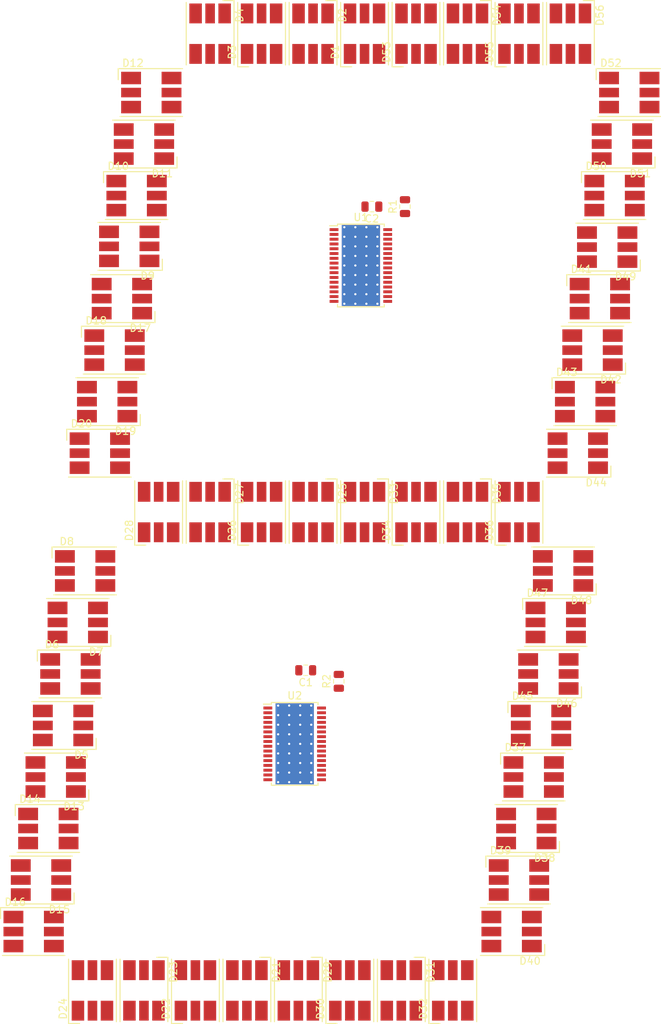
<source format=kicad_pcb>
(kicad_pcb (version 20171130) (host pcbnew "(5.1.2)-1")

  (general
    (thickness 1.6)
    (drawings 0)
    (tracks 0)
    (zones 0)
    (modules 62)
    (nets 180)
  )

  (page A4)
  (layers
    (0 F.Cu signal)
    (31 B.Cu signal)
    (32 B.Adhes user)
    (33 F.Adhes user)
    (34 B.Paste user)
    (35 F.Paste user)
    (36 B.SilkS user)
    (37 F.SilkS user)
    (38 B.Mask user)
    (39 F.Mask user)
    (40 Dwgs.User user)
    (41 Cmts.User user)
    (42 Eco1.User user)
    (43 Eco2.User user)
    (44 Edge.Cuts user)
    (45 Margin user)
    (46 B.CrtYd user)
    (47 F.CrtYd user)
    (48 B.Fab user)
    (49 F.Fab user)
  )

  (setup
    (last_trace_width 0.25)
    (trace_clearance 0.2)
    (zone_clearance 0.508)
    (zone_45_only no)
    (trace_min 0.2)
    (via_size 0.8)
    (via_drill 0.4)
    (via_min_size 0.4)
    (via_min_drill 0.3)
    (uvia_size 0.3)
    (uvia_drill 0.1)
    (uvias_allowed no)
    (uvia_min_size 0.2)
    (uvia_min_drill 0.1)
    (edge_width 0.05)
    (segment_width 0.2)
    (pcb_text_width 0.3)
    (pcb_text_size 1.5 1.5)
    (mod_edge_width 0.12)
    (mod_text_size 1 1)
    (mod_text_width 0.15)
    (pad_size 1.524 1.524)
    (pad_drill 0.762)
    (pad_to_mask_clearance 0.051)
    (solder_mask_min_width 0.25)
    (aux_axis_origin 0 0)
    (visible_elements 7FFFFFFF)
    (pcbplotparams
      (layerselection 0x010fc_ffffffff)
      (usegerberextensions false)
      (usegerberattributes false)
      (usegerberadvancedattributes false)
      (creategerberjobfile false)
      (excludeedgelayer true)
      (linewidth 0.100000)
      (plotframeref false)
      (viasonmask false)
      (mode 1)
      (useauxorigin false)
      (hpglpennumber 1)
      (hpglpenspeed 20)
      (hpglpendiameter 15.000000)
      (psnegative false)
      (psa4output false)
      (plotreference true)
      (plotvalue true)
      (plotinvisibletext false)
      (padsonsilk false)
      (subtractmaskfromsilk false)
      (outputformat 1)
      (mirror false)
      (drillshape 1)
      (scaleselection 1)
      (outputdirectory ""))
  )

  (net 0 "")
  (net 1 GND)
  (net 2 VCC)
  (net 3 "Net-(D1-Pad6)")
  (net 4 "Net-(D1-Pad5)")
  (net 5 "Net-(D1-Pad4)")
  (net 6 "Net-(D1-Pad3)")
  (net 7 "Net-(D1-Pad2)")
  (net 8 "Net-(D1-Pad1)")
  (net 9 "Net-(D2-Pad6)")
  (net 10 "Net-(D2-Pad5)")
  (net 11 "Net-(D2-Pad4)")
  (net 12 "Net-(D10-Pad1)")
  (net 13 "Net-(D10-Pad2)")
  (net 14 "Net-(D10-Pad3)")
  (net 15 "Net-(D5-Pad3)")
  (net 16 "Net-(D5-Pad2)")
  (net 17 "Net-(D5-Pad1)")
  (net 18 "Net-(D13-Pad1)")
  (net 19 "Net-(D13-Pad2)")
  (net 20 "Net-(D13-Pad3)")
  (net 21 "Net-(D10-Pad6)")
  (net 22 "Net-(D10-Pad5)")
  (net 23 "Net-(D10-Pad4)")
  (net 24 "Net-(D11-Pad6)")
  (net 25 "Net-(D11-Pad5)")
  (net 26 "Net-(D11-Pad4)")
  (net 27 "Net-(D13-Pad6)")
  (net 28 "Net-(D13-Pad5)")
  (net 29 "Net-(D13-Pad4)")
  (net 30 "Net-(D14-Pad6)")
  (net 31 "Net-(D14-Pad5)")
  (net 32 "Net-(D14-Pad4)")
  (net 33 "Net-(D15-Pad6)")
  (net 34 "Net-(D15-Pad5)")
  (net 35 "Net-(D15-Pad4)")
  (net 36 "Net-(D17-Pad6)")
  (net 37 "Net-(D17-Pad5)")
  (net 38 "Net-(D17-Pad4)")
  (net 39 "Net-(D18-Pad6)")
  (net 40 "Net-(D18-Pad5)")
  (net 41 "Net-(D18-Pad4)")
  (net 42 "Net-(D19-Pad6)")
  (net 43 "Net-(D19-Pad5)")
  (net 44 "Net-(D19-Pad4)")
  (net 45 "Net-(D21-Pad6)")
  (net 46 "Net-(D21-Pad5)")
  (net 47 "Net-(D21-Pad4)")
  (net 48 Vdrive)
  (net 49 "Net-(D29-Pad6)")
  (net 50 "Net-(D29-Pad5)")
  (net 51 "Net-(D29-Pad4)")
  (net 52 "Net-(D29-Pad3)")
  (net 53 "Net-(D29-Pad2)")
  (net 54 "Net-(D29-Pad1)")
  (net 55 "Net-(D30-Pad6)")
  (net 56 "Net-(D30-Pad5)")
  (net 57 "Net-(D30-Pad4)")
  (net 58 "Net-(D31-Pad6)")
  (net 59 "Net-(D31-Pad5)")
  (net 60 "Net-(D31-Pad4)")
  (net 61 "Net-(D33-Pad6)")
  (net 62 "Net-(D33-Pad5)")
  (net 63 "Net-(D33-Pad4)")
  (net 64 "Net-(D33-Pad3)")
  (net 65 "Net-(D33-Pad2)")
  (net 66 "Net-(D33-Pad1)")
  (net 67 "Net-(D34-Pad6)")
  (net 68 "Net-(D34-Pad5)")
  (net 69 "Net-(D34-Pad4)")
  (net 70 "Net-(D35-Pad6)")
  (net 71 "Net-(D35-Pad5)")
  (net 72 "Net-(D35-Pad4)")
  (net 73 "Net-(D37-Pad6)")
  (net 74 "Net-(D37-Pad5)")
  (net 75 "Net-(D37-Pad4)")
  (net 76 "Net-(D38-Pad6)")
  (net 77 "Net-(D38-Pad5)")
  (net 78 "Net-(D38-Pad4)")
  (net 79 "Net-(D39-Pad6)")
  (net 80 "Net-(D39-Pad5)")
  (net 81 "Net-(D39-Pad4)")
  (net 82 "Net-(D41-Pad6)")
  (net 83 "Net-(D41-Pad5)")
  (net 84 "Net-(D41-Pad4)")
  (net 85 "Net-(D42-Pad6)")
  (net 86 "Net-(D42-Pad5)")
  (net 87 "Net-(D42-Pad4)")
  (net 88 "Net-(D43-Pad6)")
  (net 89 "Net-(D43-Pad5)")
  (net 90 "Net-(D43-Pad4)")
  (net 91 "Net-(D45-Pad6)")
  (net 92 "Net-(D45-Pad5)")
  (net 93 "Net-(D45-Pad4)")
  (net 94 "Net-(D46-Pad6)")
  (net 95 "Net-(D46-Pad5)")
  (net 96 "Net-(D46-Pad4)")
  (net 97 "Net-(D47-Pad6)")
  (net 98 "Net-(D47-Pad5)")
  (net 99 "Net-(D47-Pad4)")
  (net 100 "Net-(D49-Pad6)")
  (net 101 "Net-(D49-Pad5)")
  (net 102 "Net-(D49-Pad4)")
  (net 103 "Net-(R1-Pad1)")
  (net 104 "Net-(R2-Pad1)")
  (net 105 "Net-(U1-Pad33)")
  (net 106 "Net-(U1-Pad30)")
  (net 107 "Net-(U2-Pad33)")
  (net 108 "Net-(D3-Pad6)")
  (net 109 "Net-(D3-Pad5)")
  (net 110 "Net-(D3-Pad4)")
  (net 111 "Net-(D5-Pad6)")
  (net 112 "Net-(D5-Pad5)")
  (net 113 "Net-(D5-Pad4)")
  (net 114 "Net-(D6-Pad6)")
  (net 115 "Net-(D6-Pad5)")
  (net 116 "Net-(D6-Pad4)")
  (net 117 "Net-(D7-Pad6)")
  (net 118 "Net-(D7-Pad5)")
  (net 119 "Net-(D7-Pad4)")
  (net 120 "Net-(D9-Pad3)")
  (net 121 "Net-(D9-Pad2)")
  (net 122 "Net-(D9-Pad1)")
  (net 123 "Net-(D17-Pad3)")
  (net 124 "Net-(D17-Pad2)")
  (net 125 "Net-(D17-Pad1)")
  (net 126 "Net-(D21-Pad3)")
  (net 127 "Net-(D21-Pad2)")
  (net 128 "Net-(D21-Pad1)")
  (net 129 "Net-(D22-Pad6)")
  (net 130 "Net-(D22-Pad5)")
  (net 131 "Net-(D22-Pad4)")
  (net 132 "Net-(D23-Pad6)")
  (net 133 "Net-(D23-Pad5)")
  (net 134 "Net-(D23-Pad4)")
  (net 135 "Net-(D25-Pad6)")
  (net 136 "Net-(D25-Pad5)")
  (net 137 "Net-(D25-Pad4)")
  (net 138 "Net-(D25-Pad3)")
  (net 139 "Net-(D25-Pad2)")
  (net 140 "Net-(D25-Pad1)")
  (net 141 "Net-(D26-Pad6)")
  (net 142 "Net-(D26-Pad5)")
  (net 143 "Net-(D26-Pad4)")
  (net 144 "Net-(D27-Pad6)")
  (net 145 "Net-(D27-Pad5)")
  (net 146 "Net-(D27-Pad4)")
  (net 147 "Net-(D37-Pad3)")
  (net 148 "Net-(D37-Pad2)")
  (net 149 "Net-(D37-Pad1)")
  (net 150 "Net-(D41-Pad3)")
  (net 151 "Net-(D41-Pad2)")
  (net 152 "Net-(D41-Pad1)")
  (net 153 "Net-(D45-Pad3)")
  (net 154 "Net-(D45-Pad2)")
  (net 155 "Net-(D45-Pad1)")
  (net 156 "Net-(D49-Pad3)")
  (net 157 "Net-(D49-Pad2)")
  (net 158 "Net-(D49-Pad1)")
  (net 159 "Net-(D50-Pad6)")
  (net 160 "Net-(D50-Pad5)")
  (net 161 "Net-(D50-Pad4)")
  (net 162 "Net-(D51-Pad6)")
  (net 163 "Net-(D51-Pad5)")
  (net 164 "Net-(D51-Pad4)")
  (net 165 "Net-(D53-Pad6)")
  (net 166 "Net-(D53-Pad5)")
  (net 167 "Net-(D53-Pad4)")
  (net 168 "Net-(D53-Pad3)")
  (net 169 "Net-(D53-Pad2)")
  (net 170 "Net-(D53-Pad1)")
  (net 171 "Net-(D54-Pad6)")
  (net 172 "Net-(D54-Pad5)")
  (net 173 "Net-(D54-Pad4)")
  (net 174 "Net-(D55-Pad6)")
  (net 175 "Net-(D55-Pad5)")
  (net 176 "Net-(D55-Pad4)")
  (net 177 "Net-(J3-Pad8)")
  (net 178 "Net-(J3-Pad6)")
  (net 179 "Net-(J3-Pad4)")

  (net_class Default "Dies ist die voreingestellte Netzklasse."
    (clearance 0.2)
    (trace_width 0.25)
    (via_dia 0.8)
    (via_drill 0.4)
    (uvia_dia 0.3)
    (uvia_drill 0.1)
    (add_net GND)
    (add_net "Net-(D1-Pad1)")
    (add_net "Net-(D1-Pad2)")
    (add_net "Net-(D1-Pad3)")
    (add_net "Net-(D1-Pad4)")
    (add_net "Net-(D1-Pad5)")
    (add_net "Net-(D1-Pad6)")
    (add_net "Net-(D10-Pad1)")
    (add_net "Net-(D10-Pad2)")
    (add_net "Net-(D10-Pad3)")
    (add_net "Net-(D10-Pad4)")
    (add_net "Net-(D10-Pad5)")
    (add_net "Net-(D10-Pad6)")
    (add_net "Net-(D11-Pad4)")
    (add_net "Net-(D11-Pad5)")
    (add_net "Net-(D11-Pad6)")
    (add_net "Net-(D13-Pad1)")
    (add_net "Net-(D13-Pad2)")
    (add_net "Net-(D13-Pad3)")
    (add_net "Net-(D13-Pad4)")
    (add_net "Net-(D13-Pad5)")
    (add_net "Net-(D13-Pad6)")
    (add_net "Net-(D14-Pad4)")
    (add_net "Net-(D14-Pad5)")
    (add_net "Net-(D14-Pad6)")
    (add_net "Net-(D15-Pad4)")
    (add_net "Net-(D15-Pad5)")
    (add_net "Net-(D15-Pad6)")
    (add_net "Net-(D17-Pad1)")
    (add_net "Net-(D17-Pad2)")
    (add_net "Net-(D17-Pad3)")
    (add_net "Net-(D17-Pad4)")
    (add_net "Net-(D17-Pad5)")
    (add_net "Net-(D17-Pad6)")
    (add_net "Net-(D18-Pad4)")
    (add_net "Net-(D18-Pad5)")
    (add_net "Net-(D18-Pad6)")
    (add_net "Net-(D19-Pad4)")
    (add_net "Net-(D19-Pad5)")
    (add_net "Net-(D19-Pad6)")
    (add_net "Net-(D2-Pad4)")
    (add_net "Net-(D2-Pad5)")
    (add_net "Net-(D2-Pad6)")
    (add_net "Net-(D21-Pad1)")
    (add_net "Net-(D21-Pad2)")
    (add_net "Net-(D21-Pad3)")
    (add_net "Net-(D21-Pad4)")
    (add_net "Net-(D21-Pad5)")
    (add_net "Net-(D21-Pad6)")
    (add_net "Net-(D22-Pad4)")
    (add_net "Net-(D22-Pad5)")
    (add_net "Net-(D22-Pad6)")
    (add_net "Net-(D23-Pad4)")
    (add_net "Net-(D23-Pad5)")
    (add_net "Net-(D23-Pad6)")
    (add_net "Net-(D25-Pad1)")
    (add_net "Net-(D25-Pad2)")
    (add_net "Net-(D25-Pad3)")
    (add_net "Net-(D25-Pad4)")
    (add_net "Net-(D25-Pad5)")
    (add_net "Net-(D25-Pad6)")
    (add_net "Net-(D26-Pad4)")
    (add_net "Net-(D26-Pad5)")
    (add_net "Net-(D26-Pad6)")
    (add_net "Net-(D27-Pad4)")
    (add_net "Net-(D27-Pad5)")
    (add_net "Net-(D27-Pad6)")
    (add_net "Net-(D29-Pad1)")
    (add_net "Net-(D29-Pad2)")
    (add_net "Net-(D29-Pad3)")
    (add_net "Net-(D29-Pad4)")
    (add_net "Net-(D29-Pad5)")
    (add_net "Net-(D29-Pad6)")
    (add_net "Net-(D3-Pad4)")
    (add_net "Net-(D3-Pad5)")
    (add_net "Net-(D3-Pad6)")
    (add_net "Net-(D30-Pad4)")
    (add_net "Net-(D30-Pad5)")
    (add_net "Net-(D30-Pad6)")
    (add_net "Net-(D31-Pad4)")
    (add_net "Net-(D31-Pad5)")
    (add_net "Net-(D31-Pad6)")
    (add_net "Net-(D33-Pad1)")
    (add_net "Net-(D33-Pad2)")
    (add_net "Net-(D33-Pad3)")
    (add_net "Net-(D33-Pad4)")
    (add_net "Net-(D33-Pad5)")
    (add_net "Net-(D33-Pad6)")
    (add_net "Net-(D34-Pad4)")
    (add_net "Net-(D34-Pad5)")
    (add_net "Net-(D34-Pad6)")
    (add_net "Net-(D35-Pad4)")
    (add_net "Net-(D35-Pad5)")
    (add_net "Net-(D35-Pad6)")
    (add_net "Net-(D37-Pad1)")
    (add_net "Net-(D37-Pad2)")
    (add_net "Net-(D37-Pad3)")
    (add_net "Net-(D37-Pad4)")
    (add_net "Net-(D37-Pad5)")
    (add_net "Net-(D37-Pad6)")
    (add_net "Net-(D38-Pad4)")
    (add_net "Net-(D38-Pad5)")
    (add_net "Net-(D38-Pad6)")
    (add_net "Net-(D39-Pad4)")
    (add_net "Net-(D39-Pad5)")
    (add_net "Net-(D39-Pad6)")
    (add_net "Net-(D41-Pad1)")
    (add_net "Net-(D41-Pad2)")
    (add_net "Net-(D41-Pad3)")
    (add_net "Net-(D41-Pad4)")
    (add_net "Net-(D41-Pad5)")
    (add_net "Net-(D41-Pad6)")
    (add_net "Net-(D42-Pad4)")
    (add_net "Net-(D42-Pad5)")
    (add_net "Net-(D42-Pad6)")
    (add_net "Net-(D43-Pad4)")
    (add_net "Net-(D43-Pad5)")
    (add_net "Net-(D43-Pad6)")
    (add_net "Net-(D45-Pad1)")
    (add_net "Net-(D45-Pad2)")
    (add_net "Net-(D45-Pad3)")
    (add_net "Net-(D45-Pad4)")
    (add_net "Net-(D45-Pad5)")
    (add_net "Net-(D45-Pad6)")
    (add_net "Net-(D46-Pad4)")
    (add_net "Net-(D46-Pad5)")
    (add_net "Net-(D46-Pad6)")
    (add_net "Net-(D47-Pad4)")
    (add_net "Net-(D47-Pad5)")
    (add_net "Net-(D47-Pad6)")
    (add_net "Net-(D49-Pad1)")
    (add_net "Net-(D49-Pad2)")
    (add_net "Net-(D49-Pad3)")
    (add_net "Net-(D49-Pad4)")
    (add_net "Net-(D49-Pad5)")
    (add_net "Net-(D49-Pad6)")
    (add_net "Net-(D5-Pad1)")
    (add_net "Net-(D5-Pad2)")
    (add_net "Net-(D5-Pad3)")
    (add_net "Net-(D5-Pad4)")
    (add_net "Net-(D5-Pad5)")
    (add_net "Net-(D5-Pad6)")
    (add_net "Net-(D50-Pad4)")
    (add_net "Net-(D50-Pad5)")
    (add_net "Net-(D50-Pad6)")
    (add_net "Net-(D51-Pad4)")
    (add_net "Net-(D51-Pad5)")
    (add_net "Net-(D51-Pad6)")
    (add_net "Net-(D53-Pad1)")
    (add_net "Net-(D53-Pad2)")
    (add_net "Net-(D53-Pad3)")
    (add_net "Net-(D53-Pad4)")
    (add_net "Net-(D53-Pad5)")
    (add_net "Net-(D53-Pad6)")
    (add_net "Net-(D54-Pad4)")
    (add_net "Net-(D54-Pad5)")
    (add_net "Net-(D54-Pad6)")
    (add_net "Net-(D55-Pad4)")
    (add_net "Net-(D55-Pad5)")
    (add_net "Net-(D55-Pad6)")
    (add_net "Net-(D6-Pad4)")
    (add_net "Net-(D6-Pad5)")
    (add_net "Net-(D6-Pad6)")
    (add_net "Net-(D7-Pad4)")
    (add_net "Net-(D7-Pad5)")
    (add_net "Net-(D7-Pad6)")
    (add_net "Net-(D9-Pad1)")
    (add_net "Net-(D9-Pad2)")
    (add_net "Net-(D9-Pad3)")
    (add_net "Net-(J3-Pad4)")
    (add_net "Net-(J3-Pad6)")
    (add_net "Net-(J3-Pad8)")
    (add_net "Net-(R1-Pad1)")
    (add_net "Net-(R2-Pad1)")
    (add_net "Net-(U1-Pad30)")
    (add_net "Net-(U1-Pad33)")
    (add_net "Net-(U2-Pad33)")
    (add_net VCC)
    (add_net Vdrive)
  )

  (module Resistor_SMD:R_0805_2012Metric (layer F.Cu) (tedit 5B36C52B) (tstamp 5D6BAB58)
    (at 70.5 62.5 90)
    (descr "Resistor SMD 0805 (2012 Metric), square (rectangular) end terminal, IPC_7351 nominal, (Body size source: https://docs.google.com/spreadsheets/d/1BsfQQcO9C6DZCsRaXUlFlo91Tg2WpOkGARC1WS5S8t0/edit?usp=sharing), generated with kicad-footprint-generator")
    (tags resistor)
    (path /5DE16A67)
    (attr smd)
    (fp_text reference R1 (at 0 -1.65 90) (layer F.SilkS)
      (effects (font (size 1 1) (thickness 0.15)))
    )
    (fp_text value R_Small (at 0 1.65 90) (layer F.Fab) hide
      (effects (font (size 1 1) (thickness 0.15)))
    )
    (fp_line (start -1 0.6) (end -1 -0.6) (layer F.Fab) (width 0.1))
    (fp_line (start -1 -0.6) (end 1 -0.6) (layer F.Fab) (width 0.1))
    (fp_line (start 1 -0.6) (end 1 0.6) (layer F.Fab) (width 0.1))
    (fp_line (start 1 0.6) (end -1 0.6) (layer F.Fab) (width 0.1))
    (fp_line (start -0.258578 -0.71) (end 0.258578 -0.71) (layer F.SilkS) (width 0.12))
    (fp_line (start -0.258578 0.71) (end 0.258578 0.71) (layer F.SilkS) (width 0.12))
    (fp_line (start -1.68 0.95) (end -1.68 -0.95) (layer F.CrtYd) (width 0.05))
    (fp_line (start -1.68 -0.95) (end 1.68 -0.95) (layer F.CrtYd) (width 0.05))
    (fp_line (start 1.68 -0.95) (end 1.68 0.95) (layer F.CrtYd) (width 0.05))
    (fp_line (start 1.68 0.95) (end -1.68 0.95) (layer F.CrtYd) (width 0.05))
    (fp_text user %R (at 0 0 90) (layer F.Fab) hide
      (effects (font (size 0.5 0.5) (thickness 0.08)))
    )
    (pad 1 smd roundrect (at -0.9375 0 90) (size 0.975 1.4) (layers F.Cu F.Paste F.Mask) (roundrect_rratio 0.25)
      (net 103 "Net-(R1-Pad1)"))
    (pad 2 smd roundrect (at 0.9375 0 90) (size 0.975 1.4) (layers F.Cu F.Paste F.Mask) (roundrect_rratio 0.25)
      (net 1 GND))
    (model ${KISYS3DMOD}/Resistor_SMD.3dshapes/R_0805_2012Metric.wrl
      (at (xyz 0 0 0))
      (scale (xyz 1 1 1))
      (rotate (xyz 0 0 0))
    )
  )

  (module Resistor_SMD:R_0805_2012Metric (layer F.Cu) (tedit 5B36C52B) (tstamp 5D6F26CA)
    (at 61.5 127 90)
    (descr "Resistor SMD 0805 (2012 Metric), square (rectangular) end terminal, IPC_7351 nominal, (Body size source: https://docs.google.com/spreadsheets/d/1BsfQQcO9C6DZCsRaXUlFlo91Tg2WpOkGARC1WS5S8t0/edit?usp=sharing), generated with kicad-footprint-generator")
    (tags resistor)
    (path /5E0458A4)
    (attr smd)
    (fp_text reference R2 (at 0 -1.65 90) (layer F.SilkS)
      (effects (font (size 1 1) (thickness 0.15)))
    )
    (fp_text value R_Small (at 0 1.65 90) (layer F.Fab) hide
      (effects (font (size 1 1) (thickness 0.15)))
    )
    (fp_line (start -1 0.6) (end -1 -0.6) (layer F.Fab) (width 0.1))
    (fp_line (start -1 -0.6) (end 1 -0.6) (layer F.Fab) (width 0.1))
    (fp_line (start 1 -0.6) (end 1 0.6) (layer F.Fab) (width 0.1))
    (fp_line (start 1 0.6) (end -1 0.6) (layer F.Fab) (width 0.1))
    (fp_line (start -0.258578 -0.71) (end 0.258578 -0.71) (layer F.SilkS) (width 0.12))
    (fp_line (start -0.258578 0.71) (end 0.258578 0.71) (layer F.SilkS) (width 0.12))
    (fp_line (start -1.68 0.95) (end -1.68 -0.95) (layer F.CrtYd) (width 0.05))
    (fp_line (start -1.68 -0.95) (end 1.68 -0.95) (layer F.CrtYd) (width 0.05))
    (fp_line (start 1.68 -0.95) (end 1.68 0.95) (layer F.CrtYd) (width 0.05))
    (fp_line (start 1.68 0.95) (end -1.68 0.95) (layer F.CrtYd) (width 0.05))
    (fp_text user %R (at 0 0 90) (layer F.Fab) hide
      (effects (font (size 0.5 0.5) (thickness 0.08)))
    )
    (pad 1 smd roundrect (at -0.9375 0 90) (size 0.975 1.4) (layers F.Cu F.Paste F.Mask) (roundrect_rratio 0.25)
      (net 104 "Net-(R2-Pad1)"))
    (pad 2 smd roundrect (at 0.9375 0 90) (size 0.975 1.4) (layers F.Cu F.Paste F.Mask) (roundrect_rratio 0.25)
      (net 1 GND))
    (model ${KISYS3DMOD}/Resistor_SMD.3dshapes/R_0805_2012Metric.wrl
      (at (xyz 0 0 0))
      (scale (xyz 1 1 1))
      (rotate (xyz 0 0 0))
    )
  )

  (module Package_SO:HTSSOP-32-1EP_6.1x11mm_P0.65mm_EP5.2x11mm_Mask4.11x4.36mm_ThermalVias (layer F.Cu) (tedit 5A671D40) (tstamp 5D6F2577)
    (at 64.5 70.5)
    (descr "HTSSOP32: plastic thin shrink small outline package; 32 leads; body width 6.1 mm; lead pitch 0.65 mm (see NXP SSOP-TSSOP-VSO-REFLOW.pdf and sot487-1_po.pdf)")
    (tags "SSOP 0.65 PowerPAD")
    (path /5D9B001C)
    (attr smd)
    (fp_text reference U1 (at 0 -6.55) (layer F.SilkS)
      (effects (font (size 1 1) (thickness 0.15)))
    )
    (fp_text value TLC5952 (at 0 6.55) (layer F.Fab) hide
      (effects (font (size 1 1) (thickness 0.15)))
    )
    (fp_line (start 3.05 5.5) (end -3.05 5.5) (layer F.Fab) (width 0.15))
    (fp_line (start -3.05 5.5) (end -3.05 -4.5) (layer F.Fab) (width 0.15))
    (fp_line (start -3.05 -4.5) (end -2.05 -5.5) (layer F.Fab) (width 0.15))
    (fp_line (start -2.05 -5.5) (end 3.05 -5.5) (layer F.Fab) (width 0.15))
    (fp_line (start 3.05 -5.5) (end 3.05 5.5) (layer F.Fab) (width 0.15))
    (fp_line (start -4.5 -5.8) (end -4.5 5.8) (layer F.CrtYd) (width 0.05))
    (fp_line (start -4.5 5.8) (end 4.5 5.8) (layer F.CrtYd) (width 0.05))
    (fp_line (start 4.5 5.8) (end 4.5 -5.8) (layer F.CrtYd) (width 0.05))
    (fp_line (start 4.5 -5.8) (end -4.5 -5.8) (layer F.CrtYd) (width 0.05))
    (fp_line (start -4.25 -5.4) (end -3.175 -5.4) (layer F.SilkS) (width 0.15))
    (fp_line (start -3.175 -5.4) (end -3.175 -5.625) (layer F.SilkS) (width 0.15))
    (fp_line (start -3.175 -5.625) (end 3.175 -5.625) (layer F.SilkS) (width 0.15))
    (fp_line (start 3.175 -5.625) (end 3.175 -5.3) (layer F.SilkS) (width 0.15))
    (fp_line (start -3.175 5.3) (end -3.175 5.625) (layer F.SilkS) (width 0.15))
    (fp_line (start -3.175 5.625) (end 3.175 5.625) (layer F.SilkS) (width 0.15))
    (fp_line (start 3.175 5.625) (end 3.175 5.3) (layer F.SilkS) (width 0.15))
    (fp_text user %R (at 0 0) (layer F.Fab) hide
      (effects (font (size 0.8 0.8) (thickness 0.15)))
    )
    (pad 1 smd rect (at -3.65 -4.875) (size 1.2 0.4) (layers F.Cu F.Paste F.Mask)
      (net 1 GND))
    (pad 2 smd rect (at -3.65 -4.225) (size 1.2 0.4) (layers F.Cu F.Paste F.Mask))
    (pad 3 smd rect (at -3.65 -3.575) (size 1.2 0.4) (layers F.Cu F.Paste F.Mask)
      (net 179 "Net-(J3-Pad4)"))
    (pad 4 smd rect (at -3.65 -2.925) (size 1.2 0.4) (layers F.Cu F.Paste F.Mask)
      (net 178 "Net-(J3-Pad6)"))
    (pad 5 smd rect (at -3.65 -2.275) (size 1.2 0.4) (layers F.Cu F.Paste F.Mask)
      (net 6 "Net-(D1-Pad3)"))
    (pad 6 smd rect (at -3.65 -1.625) (size 1.2 0.4) (layers F.Cu F.Paste F.Mask)
      (net 7 "Net-(D1-Pad2)"))
    (pad 7 smd rect (at -3.65 -0.975) (size 1.2 0.4) (layers F.Cu F.Paste F.Mask)
      (net 8 "Net-(D1-Pad1)"))
    (pad 8 smd rect (at -3.65 -0.325) (size 1.2 0.4) (layers F.Cu F.Paste F.Mask)
      (net 120 "Net-(D9-Pad3)"))
    (pad 9 smd rect (at -3.65 0.325) (size 1.2 0.4) (layers F.Cu F.Paste F.Mask)
      (net 121 "Net-(D9-Pad2)"))
    (pad 10 smd rect (at -3.65 0.975) (size 1.2 0.4) (layers F.Cu F.Paste F.Mask)
      (net 122 "Net-(D9-Pad1)"))
    (pad 11 smd rect (at -3.65 1.625) (size 1.2 0.4) (layers F.Cu F.Paste F.Mask)
      (net 123 "Net-(D17-Pad3)"))
    (pad 12 smd rect (at -3.65 2.275) (size 1.2 0.4) (layers F.Cu F.Paste F.Mask)
      (net 124 "Net-(D17-Pad2)"))
    (pad 13 smd rect (at -3.65 2.925) (size 1.2 0.4) (layers F.Cu F.Paste F.Mask)
      (net 125 "Net-(D17-Pad1)"))
    (pad 14 smd rect (at -3.65 3.575) (size 1.2 0.4) (layers F.Cu F.Paste F.Mask)
      (net 138 "Net-(D25-Pad3)"))
    (pad 15 smd rect (at -3.65 4.225) (size 1.2 0.4) (layers F.Cu F.Paste F.Mask)
      (net 139 "Net-(D25-Pad2)"))
    (pad 16 smd rect (at -3.65 4.875) (size 1.2 0.4) (layers F.Cu F.Paste F.Mask)
      (net 140 "Net-(D25-Pad1)"))
    (pad 17 smd rect (at 3.65 4.875) (size 1.2 0.4) (layers F.Cu F.Paste F.Mask)
      (net 64 "Net-(D33-Pad3)"))
    (pad 18 smd rect (at 3.65 4.225) (size 1.2 0.4) (layers F.Cu F.Paste F.Mask)
      (net 65 "Net-(D33-Pad2)"))
    (pad 19 smd rect (at 3.65 3.575) (size 1.2 0.4) (layers F.Cu F.Paste F.Mask)
      (net 66 "Net-(D33-Pad1)"))
    (pad 20 smd rect (at 3.65 2.925) (size 1.2 0.4) (layers F.Cu F.Paste F.Mask)
      (net 150 "Net-(D41-Pad3)"))
    (pad 21 smd rect (at 3.65 2.275) (size 1.2 0.4) (layers F.Cu F.Paste F.Mask)
      (net 151 "Net-(D41-Pad2)"))
    (pad 22 smd rect (at 3.65 1.625) (size 1.2 0.4) (layers F.Cu F.Paste F.Mask)
      (net 152 "Net-(D41-Pad1)"))
    (pad 23 smd rect (at 3.65 0.975) (size 1.2 0.4) (layers F.Cu F.Paste F.Mask)
      (net 156 "Net-(D49-Pad3)"))
    (pad 24 smd rect (at 3.65 0.325) (size 1.2 0.4) (layers F.Cu F.Paste F.Mask)
      (net 157 "Net-(D49-Pad2)"))
    (pad 25 smd rect (at 3.65 -0.325) (size 1.2 0.4) (layers F.Cu F.Paste F.Mask)
      (net 158 "Net-(D49-Pad1)"))
    (pad 26 smd rect (at 3.65 -0.975) (size 1.2 0.4) (layers F.Cu F.Paste F.Mask)
      (net 168 "Net-(D53-Pad3)"))
    (pad 27 smd rect (at 3.65 -1.625) (size 1.2 0.4) (layers F.Cu F.Paste F.Mask)
      (net 169 "Net-(D53-Pad2)"))
    (pad 28 smd rect (at 3.65 -2.275) (size 1.2 0.4) (layers F.Cu F.Paste F.Mask)
      (net 170 "Net-(D53-Pad1)"))
    (pad 29 smd rect (at 3.65 -2.925) (size 1.2 0.4) (layers F.Cu F.Paste F.Mask)
      (net 177 "Net-(J3-Pad8)"))
    (pad 30 smd rect (at 3.65 -3.575) (size 1.2 0.4) (layers F.Cu F.Paste F.Mask)
      (net 106 "Net-(U1-Pad30)"))
    (pad 31 smd rect (at 3.65 -4.225) (size 1.2 0.4) (layers F.Cu F.Paste F.Mask)
      (net 2 VCC))
    (pad 32 smd rect (at 3.65 -4.875) (size 1.2 0.4) (layers F.Cu F.Paste F.Mask)
      (net 103 "Net-(R1-Pad1)"))
    (pad 33 smd rect (at 0 0) (size 5.2 11) (layers F.Cu)
      (net 105 "Net-(U1-Pad33)"))
    (pad "" smd rect (at 0 0) (size 4.11 4.36) (layers F.Mask))
    (pad 33 thru_hole circle (at -2.25 -5.2) (size 0.6 0.6) (drill 0.3) (layers *.Cu)
      (net 105 "Net-(U1-Pad33)"))
    (pad 33 thru_hole circle (at -0.75 -5.2) (size 0.6 0.6) (drill 0.3) (layers *.Cu)
      (net 105 "Net-(U1-Pad33)"))
    (pad 33 thru_hole circle (at 0.75 -5.2) (size 0.6 0.6) (drill 0.3) (layers *.Cu)
      (net 105 "Net-(U1-Pad33)"))
    (pad 33 thru_hole circle (at 2.25 -5.2) (size 0.6 0.6) (drill 0.3) (layers *.Cu)
      (net 105 "Net-(U1-Pad33)"))
    (pad 33 thru_hole circle (at -2.25 -3.9) (size 0.6 0.6) (drill 0.3) (layers *.Cu)
      (net 105 "Net-(U1-Pad33)"))
    (pad 33 thru_hole circle (at -0.75 -3.9) (size 0.6 0.6) (drill 0.3) (layers *.Cu)
      (net 105 "Net-(U1-Pad33)"))
    (pad 33 thru_hole circle (at 0.75 -3.9) (size 0.6 0.6) (drill 0.3) (layers *.Cu)
      (net 105 "Net-(U1-Pad33)"))
    (pad 33 thru_hole circle (at 2.25 -3.9) (size 0.6 0.6) (drill 0.3) (layers *.Cu)
      (net 105 "Net-(U1-Pad33)"))
    (pad 33 thru_hole circle (at 2.25 -2.6) (size 0.6 0.6) (drill 0.3) (layers *.Cu)
      (net 105 "Net-(U1-Pad33)"))
    (pad 33 thru_hole circle (at -2.25 -1.3) (size 0.6 0.6) (drill 0.3) (layers *.Cu)
      (net 105 "Net-(U1-Pad33)"))
    (pad 33 thru_hole circle (at 2.25 -1.3) (size 0.6 0.6) (drill 0.3) (layers *.Cu)
      (net 105 "Net-(U1-Pad33)"))
    (pad 33 thru_hole circle (at -0.75 -1.3) (size 0.6 0.6) (drill 0.3) (layers *.Cu)
      (net 105 "Net-(U1-Pad33)"))
    (pad 33 thru_hole circle (at -2.25 -2.6) (size 0.6 0.6) (drill 0.3) (layers *.Cu)
      (net 105 "Net-(U1-Pad33)"))
    (pad 33 thru_hole circle (at -0.75 -2.6) (size 0.6 0.6) (drill 0.3) (layers *.Cu)
      (net 105 "Net-(U1-Pad33)"))
    (pad 33 thru_hole circle (at 0.75 -2.6) (size 0.6 0.6) (drill 0.3) (layers *.Cu)
      (net 105 "Net-(U1-Pad33)"))
    (pad 33 thru_hole circle (at 0.75 -1.3) (size 0.6 0.6) (drill 0.3) (layers *.Cu)
      (net 105 "Net-(U1-Pad33)"))
    (pad 33 thru_hole circle (at 2.25 0) (size 0.6 0.6) (drill 0.3) (layers *.Cu)
      (net 105 "Net-(U1-Pad33)"))
    (pad 33 thru_hole circle (at -2.25 1.3) (size 0.6 0.6) (drill 0.3) (layers *.Cu)
      (net 105 "Net-(U1-Pad33)"))
    (pad 33 thru_hole circle (at 2.25 1.3) (size 0.6 0.6) (drill 0.3) (layers *.Cu)
      (net 105 "Net-(U1-Pad33)"))
    (pad 33 thru_hole circle (at -0.75 1.3) (size 0.6 0.6) (drill 0.3) (layers *.Cu)
      (net 105 "Net-(U1-Pad33)"))
    (pad 33 thru_hole circle (at -2.25 0) (size 0.6 0.6) (drill 0.3) (layers *.Cu)
      (net 105 "Net-(U1-Pad33)"))
    (pad 33 thru_hole circle (at -0.75 0) (size 0.6 0.6) (drill 0.3) (layers *.Cu)
      (net 105 "Net-(U1-Pad33)"))
    (pad 33 thru_hole circle (at 0.75 0) (size 0.6 0.6) (drill 0.3) (layers *.Cu)
      (net 105 "Net-(U1-Pad33)"))
    (pad 33 thru_hole circle (at 0.75 1.3) (size 0.6 0.6) (drill 0.3) (layers *.Cu)
      (net 105 "Net-(U1-Pad33)"))
    (pad 33 thru_hole circle (at 2.25 2.6) (size 0.6 0.6) (drill 0.3) (layers *.Cu)
      (net 105 "Net-(U1-Pad33)"))
    (pad 33 thru_hole circle (at -2.25 3.9) (size 0.6 0.6) (drill 0.3) (layers *.Cu)
      (net 105 "Net-(U1-Pad33)"))
    (pad 33 thru_hole circle (at 2.25 3.9) (size 0.6 0.6) (drill 0.3) (layers *.Cu)
      (net 105 "Net-(U1-Pad33)"))
    (pad 33 thru_hole circle (at -0.75 3.9) (size 0.6 0.6) (drill 0.3) (layers *.Cu)
      (net 105 "Net-(U1-Pad33)"))
    (pad 33 thru_hole circle (at -2.25 2.6) (size 0.6 0.6) (drill 0.3) (layers *.Cu)
      (net 105 "Net-(U1-Pad33)"))
    (pad 33 thru_hole circle (at -0.75 2.6) (size 0.6 0.6) (drill 0.3) (layers *.Cu)
      (net 105 "Net-(U1-Pad33)"))
    (pad 33 thru_hole circle (at 0.75 2.6) (size 0.6 0.6) (drill 0.3) (layers *.Cu)
      (net 105 "Net-(U1-Pad33)"))
    (pad 33 thru_hole circle (at 0.75 3.9) (size 0.6 0.6) (drill 0.3) (layers *.Cu)
      (net 105 "Net-(U1-Pad33)"))
    (pad 33 thru_hole circle (at -0.75 5.2) (size 0.6 0.6) (drill 0.3) (layers *.Cu)
      (net 105 "Net-(U1-Pad33)"))
    (pad 33 thru_hole circle (at -2.25 5.2) (size 0.6 0.6) (drill 0.3) (layers *.Cu)
      (net 105 "Net-(U1-Pad33)"))
    (pad 33 thru_hole circle (at 2.25 5.2) (size 0.6 0.6) (drill 0.3) (layers *.Cu)
      (net 105 "Net-(U1-Pad33)"))
    (pad 33 thru_hole circle (at 0.75 5.2) (size 0.6 0.6) (drill 0.3) (layers *.Cu)
      (net 105 "Net-(U1-Pad33)"))
    (pad "" smd rect (at 0 -0.65) (size 1.2 1) (layers F.Paste))
    (pad "" smd rect (at 0 0.65) (size 1.2 1) (layers F.Paste))
    (pad "" smd rect (at 0 1.725) (size 1.2 0.55) (layers F.Paste))
    (pad "" smd rect (at 0 -1.725) (size 1.2 0.55) (layers F.Paste))
    (pad "" smd rect (at -1.365 -0.65) (size 0.93 1) (layers F.Paste))
    (pad "" smd rect (at -1.365 0.65) (size 0.93 1) (layers F.Paste))
    (pad "" smd rect (at 1.365 0.65) (size 0.93 1) (layers F.Paste))
    (pad "" smd rect (at 1.365 -0.65) (size 0.93 1) (layers F.Paste))
    (pad "" smd rect (at 1.365 -1.725) (size 0.93 0.55) (layers F.Paste))
    (pad "" smd rect (at 1.365 1.725) (size 0.93 0.55) (layers F.Paste))
    (pad "" smd rect (at -1.365 1.725) (size 0.93 0.55) (layers F.Paste))
    (pad "" smd rect (at -1.365 -1.725) (size 0.93 0.55) (layers F.Paste))
    (pad 33 smd rect (at 0 0) (size 5.2 11) (layers B.Cu)
      (net 105 "Net-(U1-Pad33)"))
    (model ${KISYS3DMOD}/Package_SO.3dshapes/HTSSOP-32-1EP_6.1x11mm_P0.65mm_EP5.2x11mm.wrl
      (at (xyz 0 0 0))
      (scale (xyz 1 1 1))
      (rotate (xyz 0 0 0))
    )
  )

  (module Package_SO:HTSSOP-32-1EP_6.1x11mm_P0.65mm_EP5.2x11mm_Mask4.11x4.36mm_ThermalVias (layer F.Cu) (tedit 5A671D40) (tstamp 5D6F29BE)
    (at 55.5 135.5)
    (descr "HTSSOP32: plastic thin shrink small outline package; 32 leads; body width 6.1 mm; lead pitch 0.65 mm (see NXP SSOP-TSSOP-VSO-REFLOW.pdf and sot487-1_po.pdf)")
    (tags "SSOP 0.65 PowerPAD")
    (path /5E045839)
    (attr smd)
    (fp_text reference U2 (at 0 -6.55) (layer F.SilkS)
      (effects (font (size 1 1) (thickness 0.15)))
    )
    (fp_text value TLC5952 (at 0 6.55) (layer F.Fab) hide
      (effects (font (size 1 1) (thickness 0.15)))
    )
    (fp_line (start 3.05 5.5) (end -3.05 5.5) (layer F.Fab) (width 0.15))
    (fp_line (start -3.05 5.5) (end -3.05 -4.5) (layer F.Fab) (width 0.15))
    (fp_line (start -3.05 -4.5) (end -2.05 -5.5) (layer F.Fab) (width 0.15))
    (fp_line (start -2.05 -5.5) (end 3.05 -5.5) (layer F.Fab) (width 0.15))
    (fp_line (start 3.05 -5.5) (end 3.05 5.5) (layer F.Fab) (width 0.15))
    (fp_line (start -4.5 -5.8) (end -4.5 5.8) (layer F.CrtYd) (width 0.05))
    (fp_line (start -4.5 5.8) (end 4.5 5.8) (layer F.CrtYd) (width 0.05))
    (fp_line (start 4.5 5.8) (end 4.5 -5.8) (layer F.CrtYd) (width 0.05))
    (fp_line (start 4.5 -5.8) (end -4.5 -5.8) (layer F.CrtYd) (width 0.05))
    (fp_line (start -4.25 -5.4) (end -3.175 -5.4) (layer F.SilkS) (width 0.15))
    (fp_line (start -3.175 -5.4) (end -3.175 -5.625) (layer F.SilkS) (width 0.15))
    (fp_line (start -3.175 -5.625) (end 3.175 -5.625) (layer F.SilkS) (width 0.15))
    (fp_line (start 3.175 -5.625) (end 3.175 -5.3) (layer F.SilkS) (width 0.15))
    (fp_line (start -3.175 5.3) (end -3.175 5.625) (layer F.SilkS) (width 0.15))
    (fp_line (start -3.175 5.625) (end 3.175 5.625) (layer F.SilkS) (width 0.15))
    (fp_line (start 3.175 5.625) (end 3.175 5.3) (layer F.SilkS) (width 0.15))
    (fp_text user %R (at 0 0) (layer F.Fab) hide
      (effects (font (size 0.8 0.8) (thickness 0.15)))
    )
    (pad 1 smd rect (at -3.65 -4.875) (size 1.2 0.4) (layers F.Cu F.Paste F.Mask)
      (net 1 GND))
    (pad 2 smd rect (at -3.65 -4.225) (size 1.2 0.4) (layers F.Cu F.Paste F.Mask)
      (net 106 "Net-(U1-Pad30)"))
    (pad 3 smd rect (at -3.65 -3.575) (size 1.2 0.4) (layers F.Cu F.Paste F.Mask)
      (net 179 "Net-(J3-Pad4)"))
    (pad 4 smd rect (at -3.65 -2.925) (size 1.2 0.4) (layers F.Cu F.Paste F.Mask)
      (net 178 "Net-(J3-Pad6)"))
    (pad 5 smd rect (at -3.65 -2.275) (size 1.2 0.4) (layers F.Cu F.Paste F.Mask)
      (net 15 "Net-(D5-Pad3)"))
    (pad 6 smd rect (at -3.65 -1.625) (size 1.2 0.4) (layers F.Cu F.Paste F.Mask)
      (net 16 "Net-(D5-Pad2)"))
    (pad 7 smd rect (at -3.65 -0.975) (size 1.2 0.4) (layers F.Cu F.Paste F.Mask)
      (net 17 "Net-(D5-Pad1)"))
    (pad 8 smd rect (at -3.65 -0.325) (size 1.2 0.4) (layers F.Cu F.Paste F.Mask)
      (net 20 "Net-(D13-Pad3)"))
    (pad 9 smd rect (at -3.65 0.325) (size 1.2 0.4) (layers F.Cu F.Paste F.Mask)
      (net 19 "Net-(D13-Pad2)"))
    (pad 10 smd rect (at -3.65 0.975) (size 1.2 0.4) (layers F.Cu F.Paste F.Mask)
      (net 18 "Net-(D13-Pad1)"))
    (pad 11 smd rect (at -3.65 1.625) (size 1.2 0.4) (layers F.Cu F.Paste F.Mask)
      (net 126 "Net-(D21-Pad3)"))
    (pad 12 smd rect (at -3.65 2.275) (size 1.2 0.4) (layers F.Cu F.Paste F.Mask)
      (net 127 "Net-(D21-Pad2)"))
    (pad 13 smd rect (at -3.65 2.925) (size 1.2 0.4) (layers F.Cu F.Paste F.Mask)
      (net 128 "Net-(D21-Pad1)"))
    (pad 14 smd rect (at -3.65 3.575) (size 1.2 0.4) (layers F.Cu F.Paste F.Mask)
      (net 52 "Net-(D29-Pad3)"))
    (pad 15 smd rect (at -3.65 4.225) (size 1.2 0.4) (layers F.Cu F.Paste F.Mask)
      (net 53 "Net-(D29-Pad2)"))
    (pad 16 smd rect (at -3.65 4.875) (size 1.2 0.4) (layers F.Cu F.Paste F.Mask)
      (net 54 "Net-(D29-Pad1)"))
    (pad 17 smd rect (at 3.65 4.875) (size 1.2 0.4) (layers F.Cu F.Paste F.Mask)
      (net 147 "Net-(D37-Pad3)"))
    (pad 18 smd rect (at 3.65 4.225) (size 1.2 0.4) (layers F.Cu F.Paste F.Mask)
      (net 148 "Net-(D37-Pad2)"))
    (pad 19 smd rect (at 3.65 3.575) (size 1.2 0.4) (layers F.Cu F.Paste F.Mask)
      (net 149 "Net-(D37-Pad1)"))
    (pad 20 smd rect (at 3.65 2.925) (size 1.2 0.4) (layers F.Cu F.Paste F.Mask)
      (net 153 "Net-(D45-Pad3)"))
    (pad 21 smd rect (at 3.65 2.275) (size 1.2 0.4) (layers F.Cu F.Paste F.Mask)
      (net 154 "Net-(D45-Pad2)"))
    (pad 22 smd rect (at 3.65 1.625) (size 1.2 0.4) (layers F.Cu F.Paste F.Mask)
      (net 155 "Net-(D45-Pad1)"))
    (pad 23 smd rect (at 3.65 0.975) (size 1.2 0.4) (layers F.Cu F.Paste F.Mask))
    (pad 24 smd rect (at 3.65 0.325) (size 1.2 0.4) (layers F.Cu F.Paste F.Mask))
    (pad 25 smd rect (at 3.65 -0.325) (size 1.2 0.4) (layers F.Cu F.Paste F.Mask))
    (pad 26 smd rect (at 3.65 -0.975) (size 1.2 0.4) (layers F.Cu F.Paste F.Mask))
    (pad 27 smd rect (at 3.65 -1.625) (size 1.2 0.4) (layers F.Cu F.Paste F.Mask))
    (pad 28 smd rect (at 3.65 -2.275) (size 1.2 0.4) (layers F.Cu F.Paste F.Mask))
    (pad 29 smd rect (at 3.65 -2.925) (size 1.2 0.4) (layers F.Cu F.Paste F.Mask)
      (net 177 "Net-(J3-Pad8)"))
    (pad 30 smd rect (at 3.65 -3.575) (size 1.2 0.4) (layers F.Cu F.Paste F.Mask))
    (pad 31 smd rect (at 3.65 -4.225) (size 1.2 0.4) (layers F.Cu F.Paste F.Mask)
      (net 2 VCC))
    (pad 32 smd rect (at 3.65 -4.875) (size 1.2 0.4) (layers F.Cu F.Paste F.Mask)
      (net 104 "Net-(R2-Pad1)"))
    (pad 33 smd rect (at 0 0) (size 5.2 11) (layers F.Cu)
      (net 107 "Net-(U2-Pad33)"))
    (pad "" smd rect (at 0 0) (size 4.11 4.36) (layers F.Mask))
    (pad 33 thru_hole circle (at -2.25 -5.2) (size 0.6 0.6) (drill 0.3) (layers *.Cu)
      (net 107 "Net-(U2-Pad33)"))
    (pad 33 thru_hole circle (at -0.75 -5.2) (size 0.6 0.6) (drill 0.3) (layers *.Cu)
      (net 107 "Net-(U2-Pad33)"))
    (pad 33 thru_hole circle (at 0.75 -5.2) (size 0.6 0.6) (drill 0.3) (layers *.Cu)
      (net 107 "Net-(U2-Pad33)"))
    (pad 33 thru_hole circle (at 2.25 -5.2) (size 0.6 0.6) (drill 0.3) (layers *.Cu)
      (net 107 "Net-(U2-Pad33)"))
    (pad 33 thru_hole circle (at -2.25 -3.9) (size 0.6 0.6) (drill 0.3) (layers *.Cu)
      (net 107 "Net-(U2-Pad33)"))
    (pad 33 thru_hole circle (at -0.75 -3.9) (size 0.6 0.6) (drill 0.3) (layers *.Cu)
      (net 107 "Net-(U2-Pad33)"))
    (pad 33 thru_hole circle (at 0.75 -3.9) (size 0.6 0.6) (drill 0.3) (layers *.Cu)
      (net 107 "Net-(U2-Pad33)"))
    (pad 33 thru_hole circle (at 2.25 -3.9) (size 0.6 0.6) (drill 0.3) (layers *.Cu)
      (net 107 "Net-(U2-Pad33)"))
    (pad 33 thru_hole circle (at 2.25 -2.6) (size 0.6 0.6) (drill 0.3) (layers *.Cu)
      (net 107 "Net-(U2-Pad33)"))
    (pad 33 thru_hole circle (at -2.25 -1.3) (size 0.6 0.6) (drill 0.3) (layers *.Cu)
      (net 107 "Net-(U2-Pad33)"))
    (pad 33 thru_hole circle (at 2.25 -1.3) (size 0.6 0.6) (drill 0.3) (layers *.Cu)
      (net 107 "Net-(U2-Pad33)"))
    (pad 33 thru_hole circle (at -0.75 -1.3) (size 0.6 0.6) (drill 0.3) (layers *.Cu)
      (net 107 "Net-(U2-Pad33)"))
    (pad 33 thru_hole circle (at -2.25 -2.6) (size 0.6 0.6) (drill 0.3) (layers *.Cu)
      (net 107 "Net-(U2-Pad33)"))
    (pad 33 thru_hole circle (at -0.75 -2.6) (size 0.6 0.6) (drill 0.3) (layers *.Cu)
      (net 107 "Net-(U2-Pad33)"))
    (pad 33 thru_hole circle (at 0.75 -2.6) (size 0.6 0.6) (drill 0.3) (layers *.Cu)
      (net 107 "Net-(U2-Pad33)"))
    (pad 33 thru_hole circle (at 0.75 -1.3) (size 0.6 0.6) (drill 0.3) (layers *.Cu)
      (net 107 "Net-(U2-Pad33)"))
    (pad 33 thru_hole circle (at 2.25 0) (size 0.6 0.6) (drill 0.3) (layers *.Cu)
      (net 107 "Net-(U2-Pad33)"))
    (pad 33 thru_hole circle (at -2.25 1.3) (size 0.6 0.6) (drill 0.3) (layers *.Cu)
      (net 107 "Net-(U2-Pad33)"))
    (pad 33 thru_hole circle (at 2.25 1.3) (size 0.6 0.6) (drill 0.3) (layers *.Cu)
      (net 107 "Net-(U2-Pad33)"))
    (pad 33 thru_hole circle (at -0.75 1.3) (size 0.6 0.6) (drill 0.3) (layers *.Cu)
      (net 107 "Net-(U2-Pad33)"))
    (pad 33 thru_hole circle (at -2.25 0) (size 0.6 0.6) (drill 0.3) (layers *.Cu)
      (net 107 "Net-(U2-Pad33)"))
    (pad 33 thru_hole circle (at -0.75 0) (size 0.6 0.6) (drill 0.3) (layers *.Cu)
      (net 107 "Net-(U2-Pad33)"))
    (pad 33 thru_hole circle (at 0.75 0) (size 0.6 0.6) (drill 0.3) (layers *.Cu)
      (net 107 "Net-(U2-Pad33)"))
    (pad 33 thru_hole circle (at 0.75 1.3) (size 0.6 0.6) (drill 0.3) (layers *.Cu)
      (net 107 "Net-(U2-Pad33)"))
    (pad 33 thru_hole circle (at 2.25 2.6) (size 0.6 0.6) (drill 0.3) (layers *.Cu)
      (net 107 "Net-(U2-Pad33)"))
    (pad 33 thru_hole circle (at -2.25 3.9) (size 0.6 0.6) (drill 0.3) (layers *.Cu)
      (net 107 "Net-(U2-Pad33)"))
    (pad 33 thru_hole circle (at 2.25 3.9) (size 0.6 0.6) (drill 0.3) (layers *.Cu)
      (net 107 "Net-(U2-Pad33)"))
    (pad 33 thru_hole circle (at -0.75 3.9) (size 0.6 0.6) (drill 0.3) (layers *.Cu)
      (net 107 "Net-(U2-Pad33)"))
    (pad 33 thru_hole circle (at -2.25 2.6) (size 0.6 0.6) (drill 0.3) (layers *.Cu)
      (net 107 "Net-(U2-Pad33)"))
    (pad 33 thru_hole circle (at -0.75 2.6) (size 0.6 0.6) (drill 0.3) (layers *.Cu)
      (net 107 "Net-(U2-Pad33)"))
    (pad 33 thru_hole circle (at 0.75 2.6) (size 0.6 0.6) (drill 0.3) (layers *.Cu)
      (net 107 "Net-(U2-Pad33)"))
    (pad 33 thru_hole circle (at 0.75 3.9) (size 0.6 0.6) (drill 0.3) (layers *.Cu)
      (net 107 "Net-(U2-Pad33)"))
    (pad 33 thru_hole circle (at -0.75 5.2) (size 0.6 0.6) (drill 0.3) (layers *.Cu)
      (net 107 "Net-(U2-Pad33)"))
    (pad 33 thru_hole circle (at -2.25 5.2) (size 0.6 0.6) (drill 0.3) (layers *.Cu)
      (net 107 "Net-(U2-Pad33)"))
    (pad 33 thru_hole circle (at 2.25 5.2) (size 0.6 0.6) (drill 0.3) (layers *.Cu)
      (net 107 "Net-(U2-Pad33)"))
    (pad 33 thru_hole circle (at 0.75 5.2) (size 0.6 0.6) (drill 0.3) (layers *.Cu)
      (net 107 "Net-(U2-Pad33)"))
    (pad "" smd rect (at 0 -0.65) (size 1.2 1) (layers F.Paste))
    (pad "" smd rect (at 0 0.65) (size 1.2 1) (layers F.Paste))
    (pad "" smd rect (at 0 1.725) (size 1.2 0.55) (layers F.Paste))
    (pad "" smd rect (at 0 -1.725) (size 1.2 0.55) (layers F.Paste))
    (pad "" smd rect (at -1.365 -0.65) (size 0.93 1) (layers F.Paste))
    (pad "" smd rect (at -1.365 0.65) (size 0.93 1) (layers F.Paste))
    (pad "" smd rect (at 1.365 0.65) (size 0.93 1) (layers F.Paste))
    (pad "" smd rect (at 1.365 -0.65) (size 0.93 1) (layers F.Paste))
    (pad "" smd rect (at 1.365 -1.725) (size 0.93 0.55) (layers F.Paste))
    (pad "" smd rect (at 1.365 1.725) (size 0.93 0.55) (layers F.Paste))
    (pad "" smd rect (at -1.365 1.725) (size 0.93 0.55) (layers F.Paste))
    (pad "" smd rect (at -1.365 -1.725) (size 0.93 0.55) (layers F.Paste))
    (pad 33 smd rect (at 0 0) (size 5.2 11) (layers B.Cu)
      (net 107 "Net-(U2-Pad33)"))
    (model ${KISYS3DMOD}/Package_SO.3dshapes/HTSSOP-32-1EP_6.1x11mm_P0.65mm_EP5.2x11mm.wrl
      (at (xyz 0 0 0))
      (scale (xyz 1 1 1))
      (rotate (xyz 0 0 0))
    )
  )

  (module Capacitor_SMD:C_0805_2012Metric (layer F.Cu) (tedit 5B36C52B) (tstamp 5D6F269A)
    (at 57 125.5 180)
    (descr "Capacitor SMD 0805 (2012 Metric), square (rectangular) end terminal, IPC_7351 nominal, (Body size source: https://docs.google.com/spreadsheets/d/1BsfQQcO9C6DZCsRaXUlFlo91Tg2WpOkGARC1WS5S8t0/edit?usp=sharing), generated with kicad-footprint-generator")
    (tags capacitor)
    (path /5DDFB996)
    (attr smd)
    (fp_text reference C1 (at 0 -1.65) (layer F.SilkS)
      (effects (font (size 1 1) (thickness 0.15)))
    )
    (fp_text value C_Small (at 0 1.65) (layer F.Fab) hide
      (effects (font (size 1 1) (thickness 0.15)))
    )
    (fp_line (start -1 0.6) (end -1 -0.6) (layer F.Fab) (width 0.1))
    (fp_line (start -1 -0.6) (end 1 -0.6) (layer F.Fab) (width 0.1))
    (fp_line (start 1 -0.6) (end 1 0.6) (layer F.Fab) (width 0.1))
    (fp_line (start 1 0.6) (end -1 0.6) (layer F.Fab) (width 0.1))
    (fp_line (start -0.258578 -0.71) (end 0.258578 -0.71) (layer F.SilkS) (width 0.12))
    (fp_line (start -0.258578 0.71) (end 0.258578 0.71) (layer F.SilkS) (width 0.12))
    (fp_line (start -1.68 0.95) (end -1.68 -0.95) (layer F.CrtYd) (width 0.05))
    (fp_line (start -1.68 -0.95) (end 1.68 -0.95) (layer F.CrtYd) (width 0.05))
    (fp_line (start 1.68 -0.95) (end 1.68 0.95) (layer F.CrtYd) (width 0.05))
    (fp_line (start 1.68 0.95) (end -1.68 0.95) (layer F.CrtYd) (width 0.05))
    (fp_text user %R (at 0 0) (layer F.Fab) hide
      (effects (font (size 0.5 0.5) (thickness 0.08)))
    )
    (pad 1 smd roundrect (at -0.9375 0 180) (size 0.975 1.4) (layers F.Cu F.Paste F.Mask) (roundrect_rratio 0.25)
      (net 2 VCC))
    (pad 2 smd roundrect (at 0.9375 0 180) (size 0.975 1.4) (layers F.Cu F.Paste F.Mask) (roundrect_rratio 0.25)
      (net 1 GND))
    (model ${KISYS3DMOD}/Capacitor_SMD.3dshapes/C_0805_2012Metric.wrl
      (at (xyz 0 0 0))
      (scale (xyz 1 1 1))
      (rotate (xyz 0 0 0))
    )
  )

  (module Capacitor_SMD:C_0805_2012Metric (layer F.Cu) (tedit 5B36C52B) (tstamp 5D6BA607)
    (at 66 62.5 180)
    (descr "Capacitor SMD 0805 (2012 Metric), square (rectangular) end terminal, IPC_7351 nominal, (Body size source: https://docs.google.com/spreadsheets/d/1BsfQQcO9C6DZCsRaXUlFlo91Tg2WpOkGARC1WS5S8t0/edit?usp=sharing), generated with kicad-footprint-generator")
    (tags capacitor)
    (path /5E045893)
    (attr smd)
    (fp_text reference C2 (at 0 -1.65) (layer F.SilkS)
      (effects (font (size 1 1) (thickness 0.15)))
    )
    (fp_text value C_Small (at 0 1.65) (layer F.Fab) hide
      (effects (font (size 1 1) (thickness 0.15)))
    )
    (fp_line (start -1 0.6) (end -1 -0.6) (layer F.Fab) (width 0.1))
    (fp_line (start -1 -0.6) (end 1 -0.6) (layer F.Fab) (width 0.1))
    (fp_line (start 1 -0.6) (end 1 0.6) (layer F.Fab) (width 0.1))
    (fp_line (start 1 0.6) (end -1 0.6) (layer F.Fab) (width 0.1))
    (fp_line (start -0.258578 -0.71) (end 0.258578 -0.71) (layer F.SilkS) (width 0.12))
    (fp_line (start -0.258578 0.71) (end 0.258578 0.71) (layer F.SilkS) (width 0.12))
    (fp_line (start -1.68 0.95) (end -1.68 -0.95) (layer F.CrtYd) (width 0.05))
    (fp_line (start -1.68 -0.95) (end 1.68 -0.95) (layer F.CrtYd) (width 0.05))
    (fp_line (start 1.68 -0.95) (end 1.68 0.95) (layer F.CrtYd) (width 0.05))
    (fp_line (start 1.68 0.95) (end -1.68 0.95) (layer F.CrtYd) (width 0.05))
    (fp_text user %R (at 0 0) (layer F.Fab) hide
      (effects (font (size 0.5 0.5) (thickness 0.08)))
    )
    (pad 1 smd roundrect (at -0.9375 0 180) (size 0.975 1.4) (layers F.Cu F.Paste F.Mask) (roundrect_rratio 0.25)
      (net 2 VCC))
    (pad 2 smd roundrect (at 0.9375 0 180) (size 0.975 1.4) (layers F.Cu F.Paste F.Mask) (roundrect_rratio 0.25)
      (net 1 GND))
    (model ${KISYS3DMOD}/Capacitor_SMD.3dshapes/C_0805_2012Metric.wrl
      (at (xyz 0 0 0))
      (scale (xyz 1 1 1))
      (rotate (xyz 0 0 0))
    )
  )

  (module ak:CREE_PLCC6_5.5x5.5 (layer F.Cu) (tedit 5D6CD594) (tstamp 5D6BA61F)
    (at 65 39 90)
    (path /5D6B9DF6)
    (fp_text reference D1 (at -2.5 -4 90) (layer F.SilkS)
      (effects (font (size 1 1) (thickness 0.15)))
    )
    (fp_text value LED_RGB (at 0 4.25 90) (layer F.Fab) hide
      (effects (font (size 1 1) (thickness 0.15)))
    )
    (fp_line (start -4.25 3.25) (end 4.25 3.25) (layer F.SilkS) (width 0.15))
    (fp_line (start -4.5 -3.25) (end 4.25 -3.25) (layer F.SilkS) (width 0.15))
    (fp_line (start -4.5 -1.75) (end -4.5 -3.25) (layer F.SilkS) (width 0.15))
    (fp_circle (center 0 0) (end 1.25 -0.75) (layer F.Fab) (width 0.12))
    (fp_circle (center 0 0) (end 1.75 -1) (layer F.Fab) (width 0.12))
    (fp_line (start -2 -2.75) (end -2.75 -2) (layer F.Fab) (width 0.12))
    (fp_line (start -2.75 2.75) (end -2.75 -2.75) (layer F.Fab) (width 0.12))
    (fp_line (start 2.75 2.75) (end -2.75 2.75) (layer F.Fab) (width 0.12))
    (fp_line (start 2.75 -2.75) (end 2.75 2.75) (layer F.Fab) (width 0.12))
    (fp_line (start -2.75 -2.75) (end 2.75 -2.75) (layer F.Fab) (width 0.12))
    (fp_line (start -4.25 3) (end -4.25 -3) (layer F.CrtYd) (width 0.12))
    (fp_line (start 4.25 3) (end -4.25 3) (layer F.CrtYd) (width 0.12))
    (fp_line (start 4.25 -3) (end 4.25 3) (layer F.CrtYd) (width 0.12))
    (fp_line (start -4.25 -3) (end 4.25 -3) (layer F.CrtYd) (width 0.12))
    (pad 6 smd rect (at 2.75 -1.975 90) (size 2.7 1.7) (layers F.Cu F.Paste F.Mask)
      (net 3 "Net-(D1-Pad6)"))
    (pad 5 smd rect (at 2.75 0 90) (size 2.7 1.3) (layers F.Cu F.Paste F.Mask)
      (net 4 "Net-(D1-Pad5)"))
    (pad 4 smd rect (at 2.75 1.975 90) (size 2.7 1.7) (layers F.Cu F.Paste F.Mask)
      (net 5 "Net-(D1-Pad4)"))
    (pad 3 smd rect (at -2.75 1.975 90) (size 2.7 1.7) (layers F.Cu F.Paste F.Mask)
      (net 6 "Net-(D1-Pad3)"))
    (pad 2 smd rect (at -2.75 0 90) (size 2.7 1.3) (layers F.Cu F.Paste F.Mask)
      (net 7 "Net-(D1-Pad2)"))
    (pad 1 smd rect (at -2.75 -1.975 90) (size 2.7 1.7) (layers F.Cu F.Paste F.Mask)
      (net 8 "Net-(D1-Pad1)"))
    (model "${KIUSER3DMOD}/User Library-Cree PLCC6 LED model.step"
      (offset (xyz -2.75 -2.75 0))
      (scale (xyz 1 1 1))
      (rotate (xyz 0 0 0))
    )
  )

  (module ak:CREE_PLCC6_5.5x5.5 (layer F.Cu) (tedit 5D6CD594) (tstamp 5D6BA6C7)
    (at 58 39 270)
    (path /5D6BB173)
    (fp_text reference D2 (at -2.5 -4 90) (layer F.SilkS)
      (effects (font (size 1 1) (thickness 0.15)))
    )
    (fp_text value LED_RGB (at 0 4.25 90) (layer F.Fab) hide
      (effects (font (size 1 1) (thickness 0.15)))
    )
    (fp_line (start -4.25 3.25) (end 4.25 3.25) (layer F.SilkS) (width 0.15))
    (fp_line (start -4.5 -3.25) (end 4.25 -3.25) (layer F.SilkS) (width 0.15))
    (fp_line (start -4.5 -1.75) (end -4.5 -3.25) (layer F.SilkS) (width 0.15))
    (fp_circle (center 0 0) (end 1.25 -0.75) (layer F.Fab) (width 0.12))
    (fp_circle (center 0 0) (end 1.75 -1) (layer F.Fab) (width 0.12))
    (fp_line (start -2 -2.75) (end -2.75 -2) (layer F.Fab) (width 0.12))
    (fp_line (start -2.75 2.75) (end -2.75 -2.75) (layer F.Fab) (width 0.12))
    (fp_line (start 2.75 2.75) (end -2.75 2.75) (layer F.Fab) (width 0.12))
    (fp_line (start 2.75 -2.75) (end 2.75 2.75) (layer F.Fab) (width 0.12))
    (fp_line (start -2.75 -2.75) (end 2.75 -2.75) (layer F.Fab) (width 0.12))
    (fp_line (start -4.25 3) (end -4.25 -3) (layer F.CrtYd) (width 0.12))
    (fp_line (start 4.25 3) (end -4.25 3) (layer F.CrtYd) (width 0.12))
    (fp_line (start 4.25 -3) (end 4.25 3) (layer F.CrtYd) (width 0.12))
    (fp_line (start -4.25 -3) (end 4.25 -3) (layer F.CrtYd) (width 0.12))
    (pad 6 smd rect (at 2.75 -1.975 270) (size 2.7 1.7) (layers F.Cu F.Paste F.Mask)
      (net 9 "Net-(D2-Pad6)"))
    (pad 5 smd rect (at 2.75 0 270) (size 2.7 1.3) (layers F.Cu F.Paste F.Mask)
      (net 10 "Net-(D2-Pad5)"))
    (pad 4 smd rect (at 2.75 1.975 270) (size 2.7 1.7) (layers F.Cu F.Paste F.Mask)
      (net 11 "Net-(D2-Pad4)"))
    (pad 3 smd rect (at -2.75 1.975 270) (size 2.7 1.7) (layers F.Cu F.Paste F.Mask)
      (net 5 "Net-(D1-Pad4)"))
    (pad 2 smd rect (at -2.75 0 270) (size 2.7 1.3) (layers F.Cu F.Paste F.Mask)
      (net 4 "Net-(D1-Pad5)"))
    (pad 1 smd rect (at -2.75 -1.975 270) (size 2.7 1.7) (layers F.Cu F.Paste F.Mask)
      (net 3 "Net-(D1-Pad6)"))
    (model "${KIUSER3DMOD}/User Library-Cree PLCC6 LED model.step"
      (offset (xyz -2.75 -2.75 0))
      (scale (xyz 1 1 1))
      (rotate (xyz 0 0 0))
    )
  )

  (module ak:CREE_PLCC6_5.5x5.5 (layer F.Cu) (tedit 5D6CD594) (tstamp 5D6DD01A)
    (at 51 39 90)
    (path /5D6C20B5)
    (fp_text reference D3 (at -2.5 -4 90) (layer F.SilkS)
      (effects (font (size 1 1) (thickness 0.15)))
    )
    (fp_text value LED_RGB (at 0 4.25 90) (layer F.Fab) hide
      (effects (font (size 1 1) (thickness 0.15)))
    )
    (fp_line (start -4.25 3.25) (end 4.25 3.25) (layer F.SilkS) (width 0.15))
    (fp_line (start -4.5 -3.25) (end 4.25 -3.25) (layer F.SilkS) (width 0.15))
    (fp_line (start -4.5 -1.75) (end -4.5 -3.25) (layer F.SilkS) (width 0.15))
    (fp_circle (center 0 0) (end 1.25 -0.75) (layer F.Fab) (width 0.12))
    (fp_circle (center 0 0) (end 1.75 -1) (layer F.Fab) (width 0.12))
    (fp_line (start -2 -2.75) (end -2.75 -2) (layer F.Fab) (width 0.12))
    (fp_line (start -2.75 2.75) (end -2.75 -2.75) (layer F.Fab) (width 0.12))
    (fp_line (start 2.75 2.75) (end -2.75 2.75) (layer F.Fab) (width 0.12))
    (fp_line (start 2.75 -2.75) (end 2.75 2.75) (layer F.Fab) (width 0.12))
    (fp_line (start -2.75 -2.75) (end 2.75 -2.75) (layer F.Fab) (width 0.12))
    (fp_line (start -4.25 3) (end -4.25 -3) (layer F.CrtYd) (width 0.12))
    (fp_line (start 4.25 3) (end -4.25 3) (layer F.CrtYd) (width 0.12))
    (fp_line (start 4.25 -3) (end 4.25 3) (layer F.CrtYd) (width 0.12))
    (fp_line (start -4.25 -3) (end 4.25 -3) (layer F.CrtYd) (width 0.12))
    (pad 6 smd rect (at 2.75 -1.975 90) (size 2.7 1.7) (layers F.Cu F.Paste F.Mask)
      (net 108 "Net-(D3-Pad6)"))
    (pad 5 smd rect (at 2.75 0 90) (size 2.7 1.3) (layers F.Cu F.Paste F.Mask)
      (net 109 "Net-(D3-Pad5)"))
    (pad 4 smd rect (at 2.75 1.975 90) (size 2.7 1.7) (layers F.Cu F.Paste F.Mask)
      (net 110 "Net-(D3-Pad4)"))
    (pad 3 smd rect (at -2.75 1.975 90) (size 2.7 1.7) (layers F.Cu F.Paste F.Mask)
      (net 11 "Net-(D2-Pad4)"))
    (pad 2 smd rect (at -2.75 0 90) (size 2.7 1.3) (layers F.Cu F.Paste F.Mask)
      (net 10 "Net-(D2-Pad5)"))
    (pad 1 smd rect (at -2.75 -1.975 90) (size 2.7 1.7) (layers F.Cu F.Paste F.Mask)
      (net 9 "Net-(D2-Pad6)"))
    (model "${KIUSER3DMOD}/User Library-Cree PLCC6 LED model.step"
      (offset (xyz -2.75 -2.75 0))
      (scale (xyz 1 1 1))
      (rotate (xyz 0 0 0))
    )
  )

  (module ak:CREE_PLCC6_5.5x5.5 (layer F.Cu) (tedit 5D6CD594) (tstamp 5D6BA817)
    (at 44 39 270)
    (path /5D6C2618)
    (fp_text reference D4 (at -2.5 -4 90) (layer F.SilkS)
      (effects (font (size 1 1) (thickness 0.15)))
    )
    (fp_text value LED_RGB (at 0 4.25 90) (layer F.Fab) hide
      (effects (font (size 1 1) (thickness 0.15)))
    )
    (fp_line (start -4.25 3.25) (end 4.25 3.25) (layer F.SilkS) (width 0.15))
    (fp_line (start -4.5 -3.25) (end 4.25 -3.25) (layer F.SilkS) (width 0.15))
    (fp_line (start -4.5 -1.75) (end -4.5 -3.25) (layer F.SilkS) (width 0.15))
    (fp_circle (center 0 0) (end 1.25 -0.75) (layer F.Fab) (width 0.12))
    (fp_circle (center 0 0) (end 1.75 -1) (layer F.Fab) (width 0.12))
    (fp_line (start -2 -2.75) (end -2.75 -2) (layer F.Fab) (width 0.12))
    (fp_line (start -2.75 2.75) (end -2.75 -2.75) (layer F.Fab) (width 0.12))
    (fp_line (start 2.75 2.75) (end -2.75 2.75) (layer F.Fab) (width 0.12))
    (fp_line (start 2.75 -2.75) (end 2.75 2.75) (layer F.Fab) (width 0.12))
    (fp_line (start -2.75 -2.75) (end 2.75 -2.75) (layer F.Fab) (width 0.12))
    (fp_line (start -4.25 3) (end -4.25 -3) (layer F.CrtYd) (width 0.12))
    (fp_line (start 4.25 3) (end -4.25 3) (layer F.CrtYd) (width 0.12))
    (fp_line (start 4.25 -3) (end 4.25 3) (layer F.CrtYd) (width 0.12))
    (fp_line (start -4.25 -3) (end 4.25 -3) (layer F.CrtYd) (width 0.12))
    (pad 6 smd rect (at 2.75 -1.975 270) (size 2.7 1.7) (layers F.Cu F.Paste F.Mask)
      (net 48 Vdrive))
    (pad 5 smd rect (at 2.75 0 270) (size 2.7 1.3) (layers F.Cu F.Paste F.Mask)
      (net 48 Vdrive))
    (pad 4 smd rect (at 2.75 1.975 270) (size 2.7 1.7) (layers F.Cu F.Paste F.Mask)
      (net 48 Vdrive))
    (pad 3 smd rect (at -2.75 1.975 270) (size 2.7 1.7) (layers F.Cu F.Paste F.Mask)
      (net 110 "Net-(D3-Pad4)"))
    (pad 2 smd rect (at -2.75 0 270) (size 2.7 1.3) (layers F.Cu F.Paste F.Mask)
      (net 109 "Net-(D3-Pad5)"))
    (pad 1 smd rect (at -2.75 -1.975 270) (size 2.7 1.7) (layers F.Cu F.Paste F.Mask)
      (net 108 "Net-(D3-Pad6)"))
    (model "${KIUSER3DMOD}/User Library-Cree PLCC6 LED model.step"
      (offset (xyz -2.75 -2.75 0))
      (scale (xyz 1 1 1))
      (rotate (xyz 0 0 0))
    )
  )

  (module ak:CREE_PLCC6_5.5x5.5 (layer F.Cu) (tedit 5D6CD594) (tstamp 5D6F2AA3)
    (at 24 133 180)
    (path /5E045833)
    (fp_text reference D5 (at -2.5 -4) (layer F.SilkS)
      (effects (font (size 1 1) (thickness 0.15)))
    )
    (fp_text value LED_RGB (at 0 4.25) (layer F.Fab) hide
      (effects (font (size 1 1) (thickness 0.15)))
    )
    (fp_line (start -4.25 3.25) (end 4.25 3.25) (layer F.SilkS) (width 0.15))
    (fp_line (start -4.5 -3.25) (end 4.25 -3.25) (layer F.SilkS) (width 0.15))
    (fp_line (start -4.5 -1.75) (end -4.5 -3.25) (layer F.SilkS) (width 0.15))
    (fp_circle (center 0 0) (end 1.25 -0.75) (layer F.Fab) (width 0.12))
    (fp_circle (center 0 0) (end 1.75 -1) (layer F.Fab) (width 0.12))
    (fp_line (start -2 -2.75) (end -2.75 -2) (layer F.Fab) (width 0.12))
    (fp_line (start -2.75 2.75) (end -2.75 -2.75) (layer F.Fab) (width 0.12))
    (fp_line (start 2.75 2.75) (end -2.75 2.75) (layer F.Fab) (width 0.12))
    (fp_line (start 2.75 -2.75) (end 2.75 2.75) (layer F.Fab) (width 0.12))
    (fp_line (start -2.75 -2.75) (end 2.75 -2.75) (layer F.Fab) (width 0.12))
    (fp_line (start -4.25 3) (end -4.25 -3) (layer F.CrtYd) (width 0.12))
    (fp_line (start 4.25 3) (end -4.25 3) (layer F.CrtYd) (width 0.12))
    (fp_line (start 4.25 -3) (end 4.25 3) (layer F.CrtYd) (width 0.12))
    (fp_line (start -4.25 -3) (end 4.25 -3) (layer F.CrtYd) (width 0.12))
    (pad 6 smd rect (at 2.75 -1.975 180) (size 2.7 1.7) (layers F.Cu F.Paste F.Mask)
      (net 111 "Net-(D5-Pad6)"))
    (pad 5 smd rect (at 2.75 0 180) (size 2.7 1.3) (layers F.Cu F.Paste F.Mask)
      (net 112 "Net-(D5-Pad5)"))
    (pad 4 smd rect (at 2.75 1.975 180) (size 2.7 1.7) (layers F.Cu F.Paste F.Mask)
      (net 113 "Net-(D5-Pad4)"))
    (pad 3 smd rect (at -2.75 1.975 180) (size 2.7 1.7) (layers F.Cu F.Paste F.Mask)
      (net 15 "Net-(D5-Pad3)"))
    (pad 2 smd rect (at -2.75 0 180) (size 2.7 1.3) (layers F.Cu F.Paste F.Mask)
      (net 16 "Net-(D5-Pad2)"))
    (pad 1 smd rect (at -2.75 -1.975 180) (size 2.7 1.7) (layers F.Cu F.Paste F.Mask)
      (net 17 "Net-(D5-Pad1)"))
    (model "${KIUSER3DMOD}/User Library-Cree PLCC6 LED model.step"
      (offset (xyz -2.75 -2.75 0))
      (scale (xyz 1 1 1))
      (rotate (xyz 0 0 0))
    )
  )

  (module ak:CREE_PLCC6_5.5x5.5 (layer F.Cu) (tedit 5D6CD594) (tstamp 5D6F289F)
    (at 25 126)
    (path /5E04582D)
    (fp_text reference D6 (at -2.5 -4) (layer F.SilkS)
      (effects (font (size 1 1) (thickness 0.15)))
    )
    (fp_text value LED_RGB (at 0 4.25) (layer F.Fab) hide
      (effects (font (size 1 1) (thickness 0.15)))
    )
    (fp_line (start -4.25 3.25) (end 4.25 3.25) (layer F.SilkS) (width 0.15))
    (fp_line (start -4.5 -3.25) (end 4.25 -3.25) (layer F.SilkS) (width 0.15))
    (fp_line (start -4.5 -1.75) (end -4.5 -3.25) (layer F.SilkS) (width 0.15))
    (fp_circle (center 0 0) (end 1.25 -0.75) (layer F.Fab) (width 0.12))
    (fp_circle (center 0 0) (end 1.75 -1) (layer F.Fab) (width 0.12))
    (fp_line (start -2 -2.75) (end -2.75 -2) (layer F.Fab) (width 0.12))
    (fp_line (start -2.75 2.75) (end -2.75 -2.75) (layer F.Fab) (width 0.12))
    (fp_line (start 2.75 2.75) (end -2.75 2.75) (layer F.Fab) (width 0.12))
    (fp_line (start 2.75 -2.75) (end 2.75 2.75) (layer F.Fab) (width 0.12))
    (fp_line (start -2.75 -2.75) (end 2.75 -2.75) (layer F.Fab) (width 0.12))
    (fp_line (start -4.25 3) (end -4.25 -3) (layer F.CrtYd) (width 0.12))
    (fp_line (start 4.25 3) (end -4.25 3) (layer F.CrtYd) (width 0.12))
    (fp_line (start 4.25 -3) (end 4.25 3) (layer F.CrtYd) (width 0.12))
    (fp_line (start -4.25 -3) (end 4.25 -3) (layer F.CrtYd) (width 0.12))
    (pad 6 smd rect (at 2.75 -1.975) (size 2.7 1.7) (layers F.Cu F.Paste F.Mask)
      (net 114 "Net-(D6-Pad6)"))
    (pad 5 smd rect (at 2.75 0) (size 2.7 1.3) (layers F.Cu F.Paste F.Mask)
      (net 115 "Net-(D6-Pad5)"))
    (pad 4 smd rect (at 2.75 1.975) (size 2.7 1.7) (layers F.Cu F.Paste F.Mask)
      (net 116 "Net-(D6-Pad4)"))
    (pad 3 smd rect (at -2.75 1.975) (size 2.7 1.7) (layers F.Cu F.Paste F.Mask)
      (net 113 "Net-(D5-Pad4)"))
    (pad 2 smd rect (at -2.75 0) (size 2.7 1.3) (layers F.Cu F.Paste F.Mask)
      (net 112 "Net-(D5-Pad5)"))
    (pad 1 smd rect (at -2.75 -1.975) (size 2.7 1.7) (layers F.Cu F.Paste F.Mask)
      (net 111 "Net-(D5-Pad6)"))
    (model "${KIUSER3DMOD}/User Library-Cree PLCC6 LED model.step"
      (offset (xyz -2.75 -2.75 0))
      (scale (xyz 1 1 1))
      (rotate (xyz 0 0 0))
    )
  )

  (module ak:CREE_PLCC6_5.5x5.5 (layer F.Cu) (tedit 5D6CD594) (tstamp 5D6F28E4)
    (at 26 119 180)
    (path /5E045824)
    (fp_text reference D7 (at -2.5 -4) (layer F.SilkS)
      (effects (font (size 1 1) (thickness 0.15)))
    )
    (fp_text value LED_RGB (at 0 4.25) (layer F.Fab) hide
      (effects (font (size 1 1) (thickness 0.15)))
    )
    (fp_line (start -4.25 3.25) (end 4.25 3.25) (layer F.SilkS) (width 0.15))
    (fp_line (start -4.5 -3.25) (end 4.25 -3.25) (layer F.SilkS) (width 0.15))
    (fp_line (start -4.5 -1.75) (end -4.5 -3.25) (layer F.SilkS) (width 0.15))
    (fp_circle (center 0 0) (end 1.25 -0.75) (layer F.Fab) (width 0.12))
    (fp_circle (center 0 0) (end 1.75 -1) (layer F.Fab) (width 0.12))
    (fp_line (start -2 -2.75) (end -2.75 -2) (layer F.Fab) (width 0.12))
    (fp_line (start -2.75 2.75) (end -2.75 -2.75) (layer F.Fab) (width 0.12))
    (fp_line (start 2.75 2.75) (end -2.75 2.75) (layer F.Fab) (width 0.12))
    (fp_line (start 2.75 -2.75) (end 2.75 2.75) (layer F.Fab) (width 0.12))
    (fp_line (start -2.75 -2.75) (end 2.75 -2.75) (layer F.Fab) (width 0.12))
    (fp_line (start -4.25 3) (end -4.25 -3) (layer F.CrtYd) (width 0.12))
    (fp_line (start 4.25 3) (end -4.25 3) (layer F.CrtYd) (width 0.12))
    (fp_line (start 4.25 -3) (end 4.25 3) (layer F.CrtYd) (width 0.12))
    (fp_line (start -4.25 -3) (end 4.25 -3) (layer F.CrtYd) (width 0.12))
    (pad 6 smd rect (at 2.75 -1.975 180) (size 2.7 1.7) (layers F.Cu F.Paste F.Mask)
      (net 117 "Net-(D7-Pad6)"))
    (pad 5 smd rect (at 2.75 0 180) (size 2.7 1.3) (layers F.Cu F.Paste F.Mask)
      (net 118 "Net-(D7-Pad5)"))
    (pad 4 smd rect (at 2.75 1.975 180) (size 2.7 1.7) (layers F.Cu F.Paste F.Mask)
      (net 119 "Net-(D7-Pad4)"))
    (pad 3 smd rect (at -2.75 1.975 180) (size 2.7 1.7) (layers F.Cu F.Paste F.Mask)
      (net 116 "Net-(D6-Pad4)"))
    (pad 2 smd rect (at -2.75 0 180) (size 2.7 1.3) (layers F.Cu F.Paste F.Mask)
      (net 115 "Net-(D6-Pad5)"))
    (pad 1 smd rect (at -2.75 -1.975 180) (size 2.7 1.7) (layers F.Cu F.Paste F.Mask)
      (net 114 "Net-(D6-Pad6)"))
    (model "${KIUSER3DMOD}/User Library-Cree PLCC6 LED model.step"
      (offset (xyz -2.75 -2.75 0))
      (scale (xyz 1 1 1))
      (rotate (xyz 0 0 0))
    )
  )

  (module ak:CREE_PLCC6_5.5x5.5 (layer F.Cu) (tedit 5D6CD594) (tstamp 5D6F2389)
    (at 27 112)
    (path /5E04581B)
    (fp_text reference D8 (at -2.5 -4) (layer F.SilkS)
      (effects (font (size 1 1) (thickness 0.15)))
    )
    (fp_text value LED_RGB (at 0 4.25) (layer F.Fab) hide
      (effects (font (size 1 1) (thickness 0.15)))
    )
    (fp_line (start -4.25 3.25) (end 4.25 3.25) (layer F.SilkS) (width 0.15))
    (fp_line (start -4.5 -3.25) (end 4.25 -3.25) (layer F.SilkS) (width 0.15))
    (fp_line (start -4.5 -1.75) (end -4.5 -3.25) (layer F.SilkS) (width 0.15))
    (fp_circle (center 0 0) (end 1.25 -0.75) (layer F.Fab) (width 0.12))
    (fp_circle (center 0 0) (end 1.75 -1) (layer F.Fab) (width 0.12))
    (fp_line (start -2 -2.75) (end -2.75 -2) (layer F.Fab) (width 0.12))
    (fp_line (start -2.75 2.75) (end -2.75 -2.75) (layer F.Fab) (width 0.12))
    (fp_line (start 2.75 2.75) (end -2.75 2.75) (layer F.Fab) (width 0.12))
    (fp_line (start 2.75 -2.75) (end 2.75 2.75) (layer F.Fab) (width 0.12))
    (fp_line (start -2.75 -2.75) (end 2.75 -2.75) (layer F.Fab) (width 0.12))
    (fp_line (start -4.25 3) (end -4.25 -3) (layer F.CrtYd) (width 0.12))
    (fp_line (start 4.25 3) (end -4.25 3) (layer F.CrtYd) (width 0.12))
    (fp_line (start 4.25 -3) (end 4.25 3) (layer F.CrtYd) (width 0.12))
    (fp_line (start -4.25 -3) (end 4.25 -3) (layer F.CrtYd) (width 0.12))
    (pad 6 smd rect (at 2.75 -1.975) (size 2.7 1.7) (layers F.Cu F.Paste F.Mask)
      (net 48 Vdrive))
    (pad 5 smd rect (at 2.75 0) (size 2.7 1.3) (layers F.Cu F.Paste F.Mask)
      (net 48 Vdrive))
    (pad 4 smd rect (at 2.75 1.975) (size 2.7 1.7) (layers F.Cu F.Paste F.Mask)
      (net 48 Vdrive))
    (pad 3 smd rect (at -2.75 1.975) (size 2.7 1.7) (layers F.Cu F.Paste F.Mask)
      (net 119 "Net-(D7-Pad4)"))
    (pad 2 smd rect (at -2.75 0) (size 2.7 1.3) (layers F.Cu F.Paste F.Mask)
      (net 118 "Net-(D7-Pad5)"))
    (pad 1 smd rect (at -2.75 -1.975) (size 2.7 1.7) (layers F.Cu F.Paste F.Mask)
      (net 117 "Net-(D7-Pad6)"))
    (model "${KIUSER3DMOD}/User Library-Cree PLCC6 LED model.step"
      (offset (xyz -2.75 -2.75 0))
      (scale (xyz 1 1 1))
      (rotate (xyz 0 0 0))
    )
  )

  (module ak:CREE_PLCC6_5.5x5.5 (layer F.Cu) (tedit 5D6CD594) (tstamp 5D6BDA88)
    (at 33 67.9 180)
    (path /5D6CFE6E)
    (fp_text reference D9 (at -2.5 -4) (layer F.SilkS)
      (effects (font (size 1 1) (thickness 0.15)))
    )
    (fp_text value LED_RGB (at 0 4.25) (layer F.Fab) hide
      (effects (font (size 1 1) (thickness 0.15)))
    )
    (fp_line (start -4.25 3.25) (end 4.25 3.25) (layer F.SilkS) (width 0.15))
    (fp_line (start -4.5 -3.25) (end 4.25 -3.25) (layer F.SilkS) (width 0.15))
    (fp_line (start -4.5 -1.75) (end -4.5 -3.25) (layer F.SilkS) (width 0.15))
    (fp_circle (center 0 0) (end 1.25 -0.75) (layer F.Fab) (width 0.12))
    (fp_circle (center 0 0) (end 1.75 -1) (layer F.Fab) (width 0.12))
    (fp_line (start -2 -2.75) (end -2.75 -2) (layer F.Fab) (width 0.12))
    (fp_line (start -2.75 2.75) (end -2.75 -2.75) (layer F.Fab) (width 0.12))
    (fp_line (start 2.75 2.75) (end -2.75 2.75) (layer F.Fab) (width 0.12))
    (fp_line (start 2.75 -2.75) (end 2.75 2.75) (layer F.Fab) (width 0.12))
    (fp_line (start -2.75 -2.75) (end 2.75 -2.75) (layer F.Fab) (width 0.12))
    (fp_line (start -4.25 3) (end -4.25 -3) (layer F.CrtYd) (width 0.12))
    (fp_line (start 4.25 3) (end -4.25 3) (layer F.CrtYd) (width 0.12))
    (fp_line (start 4.25 -3) (end 4.25 3) (layer F.CrtYd) (width 0.12))
    (fp_line (start -4.25 -3) (end 4.25 -3) (layer F.CrtYd) (width 0.12))
    (pad 6 smd rect (at 2.75 -1.975 180) (size 2.7 1.7) (layers F.Cu F.Paste F.Mask)
      (net 12 "Net-(D10-Pad1)"))
    (pad 5 smd rect (at 2.75 0 180) (size 2.7 1.3) (layers F.Cu F.Paste F.Mask)
      (net 13 "Net-(D10-Pad2)"))
    (pad 4 smd rect (at 2.75 1.975 180) (size 2.7 1.7) (layers F.Cu F.Paste F.Mask)
      (net 14 "Net-(D10-Pad3)"))
    (pad 3 smd rect (at -2.75 1.975 180) (size 2.7 1.7) (layers F.Cu F.Paste F.Mask)
      (net 120 "Net-(D9-Pad3)"))
    (pad 2 smd rect (at -2.75 0 180) (size 2.7 1.3) (layers F.Cu F.Paste F.Mask)
      (net 121 "Net-(D9-Pad2)"))
    (pad 1 smd rect (at -2.75 -1.975 180) (size 2.7 1.7) (layers F.Cu F.Paste F.Mask)
      (net 122 "Net-(D9-Pad1)"))
    (model "${KIUSER3DMOD}/User Library-Cree PLCC6 LED model.step"
      (offset (xyz -2.75 -2.75 0))
      (scale (xyz 1 1 1))
      (rotate (xyz 0 0 0))
    )
  )

  (module ak:CREE_PLCC6_5.5x5.5 (layer F.Cu) (tedit 5D6CD594) (tstamp 5D6BA6DF)
    (at 34 61)
    (path /5D6CFE74)
    (fp_text reference D10 (at -2.5 -4) (layer F.SilkS)
      (effects (font (size 1 1) (thickness 0.15)))
    )
    (fp_text value LED_RGB (at 0 4.25) (layer F.Fab) hide
      (effects (font (size 1 1) (thickness 0.15)))
    )
    (fp_line (start -4.25 3.25) (end 4.25 3.25) (layer F.SilkS) (width 0.15))
    (fp_line (start -4.5 -3.25) (end 4.25 -3.25) (layer F.SilkS) (width 0.15))
    (fp_line (start -4.5 -1.75) (end -4.5 -3.25) (layer F.SilkS) (width 0.15))
    (fp_circle (center 0 0) (end 1.25 -0.75) (layer F.Fab) (width 0.12))
    (fp_circle (center 0 0) (end 1.75 -1) (layer F.Fab) (width 0.12))
    (fp_line (start -2 -2.75) (end -2.75 -2) (layer F.Fab) (width 0.12))
    (fp_line (start -2.75 2.75) (end -2.75 -2.75) (layer F.Fab) (width 0.12))
    (fp_line (start 2.75 2.75) (end -2.75 2.75) (layer F.Fab) (width 0.12))
    (fp_line (start 2.75 -2.75) (end 2.75 2.75) (layer F.Fab) (width 0.12))
    (fp_line (start -2.75 -2.75) (end 2.75 -2.75) (layer F.Fab) (width 0.12))
    (fp_line (start -4.25 3) (end -4.25 -3) (layer F.CrtYd) (width 0.12))
    (fp_line (start 4.25 3) (end -4.25 3) (layer F.CrtYd) (width 0.12))
    (fp_line (start 4.25 -3) (end 4.25 3) (layer F.CrtYd) (width 0.12))
    (fp_line (start -4.25 -3) (end 4.25 -3) (layer F.CrtYd) (width 0.12))
    (pad 6 smd rect (at 2.75 -1.975) (size 2.7 1.7) (layers F.Cu F.Paste F.Mask)
      (net 21 "Net-(D10-Pad6)"))
    (pad 5 smd rect (at 2.75 0) (size 2.7 1.3) (layers F.Cu F.Paste F.Mask)
      (net 22 "Net-(D10-Pad5)"))
    (pad 4 smd rect (at 2.75 1.975) (size 2.7 1.7) (layers F.Cu F.Paste F.Mask)
      (net 23 "Net-(D10-Pad4)"))
    (pad 3 smd rect (at -2.75 1.975) (size 2.7 1.7) (layers F.Cu F.Paste F.Mask)
      (net 14 "Net-(D10-Pad3)"))
    (pad 2 smd rect (at -2.75 0) (size 2.7 1.3) (layers F.Cu F.Paste F.Mask)
      (net 13 "Net-(D10-Pad2)"))
    (pad 1 smd rect (at -2.75 -1.975) (size 2.7 1.7) (layers F.Cu F.Paste F.Mask)
      (net 12 "Net-(D10-Pad1)"))
    (model "${KIUSER3DMOD}/User Library-Cree PLCC6 LED model.step"
      (offset (xyz -2.75 -2.75 0))
      (scale (xyz 1 1 1))
      (rotate (xyz 0 0 0))
    )
  )

  (module ak:CREE_PLCC6_5.5x5.5 (layer F.Cu) (tedit 5D6CD594) (tstamp 5D6BA787)
    (at 35 54 180)
    (path /5D6CFE7D)
    (fp_text reference D11 (at -2.5 -4) (layer F.SilkS)
      (effects (font (size 1 1) (thickness 0.15)))
    )
    (fp_text value LED_RGB (at 0 4.25) (layer F.Fab) hide
      (effects (font (size 1 1) (thickness 0.15)))
    )
    (fp_line (start -4.25 3.25) (end 4.25 3.25) (layer F.SilkS) (width 0.15))
    (fp_line (start -4.5 -3.25) (end 4.25 -3.25) (layer F.SilkS) (width 0.15))
    (fp_line (start -4.5 -1.75) (end -4.5 -3.25) (layer F.SilkS) (width 0.15))
    (fp_circle (center 0 0) (end 1.25 -0.75) (layer F.Fab) (width 0.12))
    (fp_circle (center 0 0) (end 1.75 -1) (layer F.Fab) (width 0.12))
    (fp_line (start -2 -2.75) (end -2.75 -2) (layer F.Fab) (width 0.12))
    (fp_line (start -2.75 2.75) (end -2.75 -2.75) (layer F.Fab) (width 0.12))
    (fp_line (start 2.75 2.75) (end -2.75 2.75) (layer F.Fab) (width 0.12))
    (fp_line (start 2.75 -2.75) (end 2.75 2.75) (layer F.Fab) (width 0.12))
    (fp_line (start -2.75 -2.75) (end 2.75 -2.75) (layer F.Fab) (width 0.12))
    (fp_line (start -4.25 3) (end -4.25 -3) (layer F.CrtYd) (width 0.12))
    (fp_line (start 4.25 3) (end -4.25 3) (layer F.CrtYd) (width 0.12))
    (fp_line (start 4.25 -3) (end 4.25 3) (layer F.CrtYd) (width 0.12))
    (fp_line (start -4.25 -3) (end 4.25 -3) (layer F.CrtYd) (width 0.12))
    (pad 6 smd rect (at 2.75 -1.975 180) (size 2.7 1.7) (layers F.Cu F.Paste F.Mask)
      (net 24 "Net-(D11-Pad6)"))
    (pad 5 smd rect (at 2.75 0 180) (size 2.7 1.3) (layers F.Cu F.Paste F.Mask)
      (net 25 "Net-(D11-Pad5)"))
    (pad 4 smd rect (at 2.75 1.975 180) (size 2.7 1.7) (layers F.Cu F.Paste F.Mask)
      (net 26 "Net-(D11-Pad4)"))
    (pad 3 smd rect (at -2.75 1.975 180) (size 2.7 1.7) (layers F.Cu F.Paste F.Mask)
      (net 23 "Net-(D10-Pad4)"))
    (pad 2 smd rect (at -2.75 0 180) (size 2.7 1.3) (layers F.Cu F.Paste F.Mask)
      (net 22 "Net-(D10-Pad5)"))
    (pad 1 smd rect (at -2.75 -1.975 180) (size 2.7 1.7) (layers F.Cu F.Paste F.Mask)
      (net 21 "Net-(D10-Pad6)"))
    (model "${KIUSER3DMOD}/User Library-Cree PLCC6 LED model.step"
      (offset (xyz -2.75 -2.75 0))
      (scale (xyz 1 1 1))
      (rotate (xyz 0 0 0))
    )
  )

  (module ak:CREE_PLCC6_5.5x5.5 (layer F.Cu) (tedit 5D6CD594) (tstamp 5D6BCEBA)
    (at 36 47)
    (path /5D6CFE86)
    (fp_text reference D12 (at -2.5 -4) (layer F.SilkS)
      (effects (font (size 1 1) (thickness 0.15)))
    )
    (fp_text value LED_RGB (at 0 4.25) (layer F.Fab) hide
      (effects (font (size 1 1) (thickness 0.15)))
    )
    (fp_line (start -4.25 3.25) (end 4.25 3.25) (layer F.SilkS) (width 0.15))
    (fp_line (start -4.5 -3.25) (end 4.25 -3.25) (layer F.SilkS) (width 0.15))
    (fp_line (start -4.5 -1.75) (end -4.5 -3.25) (layer F.SilkS) (width 0.15))
    (fp_circle (center 0 0) (end 1.25 -0.75) (layer F.Fab) (width 0.12))
    (fp_circle (center 0 0) (end 1.75 -1) (layer F.Fab) (width 0.12))
    (fp_line (start -2 -2.75) (end -2.75 -2) (layer F.Fab) (width 0.12))
    (fp_line (start -2.75 2.75) (end -2.75 -2.75) (layer F.Fab) (width 0.12))
    (fp_line (start 2.75 2.75) (end -2.75 2.75) (layer F.Fab) (width 0.12))
    (fp_line (start 2.75 -2.75) (end 2.75 2.75) (layer F.Fab) (width 0.12))
    (fp_line (start -2.75 -2.75) (end 2.75 -2.75) (layer F.Fab) (width 0.12))
    (fp_line (start -4.25 3) (end -4.25 -3) (layer F.CrtYd) (width 0.12))
    (fp_line (start 4.25 3) (end -4.25 3) (layer F.CrtYd) (width 0.12))
    (fp_line (start 4.25 -3) (end 4.25 3) (layer F.CrtYd) (width 0.12))
    (fp_line (start -4.25 -3) (end 4.25 -3) (layer F.CrtYd) (width 0.12))
    (pad 6 smd rect (at 2.75 -1.975) (size 2.7 1.7) (layers F.Cu F.Paste F.Mask)
      (net 48 Vdrive))
    (pad 5 smd rect (at 2.75 0) (size 2.7 1.3) (layers F.Cu F.Paste F.Mask)
      (net 48 Vdrive))
    (pad 4 smd rect (at 2.75 1.975) (size 2.7 1.7) (layers F.Cu F.Paste F.Mask)
      (net 48 Vdrive))
    (pad 3 smd rect (at -2.75 1.975) (size 2.7 1.7) (layers F.Cu F.Paste F.Mask)
      (net 26 "Net-(D11-Pad4)"))
    (pad 2 smd rect (at -2.75 0) (size 2.7 1.3) (layers F.Cu F.Paste F.Mask)
      (net 25 "Net-(D11-Pad5)"))
    (pad 1 smd rect (at -2.75 -1.975) (size 2.7 1.7) (layers F.Cu F.Paste F.Mask)
      (net 24 "Net-(D11-Pad6)"))
    (model "${KIUSER3DMOD}/User Library-Cree PLCC6 LED model.step"
      (offset (xyz -2.75 -2.75 0))
      (scale (xyz 1 1 1))
      (rotate (xyz 0 0 0))
    )
  )

  (module ak:CREE_PLCC6_5.5x5.5 (layer F.Cu) (tedit 5D6CD594) (tstamp 5D6F285A)
    (at 23 140 180)
    (path /5E045812)
    (fp_text reference D13 (at -2.5 -4) (layer F.SilkS)
      (effects (font (size 1 1) (thickness 0.15)))
    )
    (fp_text value LED_RGB (at 0 4.25) (layer F.Fab) hide
      (effects (font (size 1 1) (thickness 0.15)))
    )
    (fp_line (start -4.25 3.25) (end 4.25 3.25) (layer F.SilkS) (width 0.15))
    (fp_line (start -4.5 -3.25) (end 4.25 -3.25) (layer F.SilkS) (width 0.15))
    (fp_line (start -4.5 -1.75) (end -4.5 -3.25) (layer F.SilkS) (width 0.15))
    (fp_circle (center 0 0) (end 1.25 -0.75) (layer F.Fab) (width 0.12))
    (fp_circle (center 0 0) (end 1.75 -1) (layer F.Fab) (width 0.12))
    (fp_line (start -2 -2.75) (end -2.75 -2) (layer F.Fab) (width 0.12))
    (fp_line (start -2.75 2.75) (end -2.75 -2.75) (layer F.Fab) (width 0.12))
    (fp_line (start 2.75 2.75) (end -2.75 2.75) (layer F.Fab) (width 0.12))
    (fp_line (start 2.75 -2.75) (end 2.75 2.75) (layer F.Fab) (width 0.12))
    (fp_line (start -2.75 -2.75) (end 2.75 -2.75) (layer F.Fab) (width 0.12))
    (fp_line (start -4.25 3) (end -4.25 -3) (layer F.CrtYd) (width 0.12))
    (fp_line (start 4.25 3) (end -4.25 3) (layer F.CrtYd) (width 0.12))
    (fp_line (start 4.25 -3) (end 4.25 3) (layer F.CrtYd) (width 0.12))
    (fp_line (start -4.25 -3) (end 4.25 -3) (layer F.CrtYd) (width 0.12))
    (pad 6 smd rect (at 2.75 -1.975 180) (size 2.7 1.7) (layers F.Cu F.Paste F.Mask)
      (net 27 "Net-(D13-Pad6)"))
    (pad 5 smd rect (at 2.75 0 180) (size 2.7 1.3) (layers F.Cu F.Paste F.Mask)
      (net 28 "Net-(D13-Pad5)"))
    (pad 4 smd rect (at 2.75 1.975 180) (size 2.7 1.7) (layers F.Cu F.Paste F.Mask)
      (net 29 "Net-(D13-Pad4)"))
    (pad 3 smd rect (at -2.75 1.975 180) (size 2.7 1.7) (layers F.Cu F.Paste F.Mask)
      (net 20 "Net-(D13-Pad3)"))
    (pad 2 smd rect (at -2.75 0 180) (size 2.7 1.3) (layers F.Cu F.Paste F.Mask)
      (net 19 "Net-(D13-Pad2)"))
    (pad 1 smd rect (at -2.75 -1.975 180) (size 2.7 1.7) (layers F.Cu F.Paste F.Mask)
      (net 18 "Net-(D13-Pad1)"))
    (model "${KIUSER3DMOD}/User Library-Cree PLCC6 LED model.step"
      (offset (xyz -2.75 -2.75 0))
      (scale (xyz 1 1 1))
      (rotate (xyz 0 0 0))
    )
  )

  (module ak:CREE_PLCC6_5.5x5.5 (layer F.Cu) (tedit 5D6CD594) (tstamp 5D6F265C)
    (at 22 147)
    (path /5E04580C)
    (fp_text reference D14 (at -2.5 -4) (layer F.SilkS)
      (effects (font (size 1 1) (thickness 0.15)))
    )
    (fp_text value LED_RGB (at 0 4.25) (layer F.Fab) hide
      (effects (font (size 1 1) (thickness 0.15)))
    )
    (fp_line (start -4.25 3.25) (end 4.25 3.25) (layer F.SilkS) (width 0.15))
    (fp_line (start -4.5 -3.25) (end 4.25 -3.25) (layer F.SilkS) (width 0.15))
    (fp_line (start -4.5 -1.75) (end -4.5 -3.25) (layer F.SilkS) (width 0.15))
    (fp_circle (center 0 0) (end 1.25 -0.75) (layer F.Fab) (width 0.12))
    (fp_circle (center 0 0) (end 1.75 -1) (layer F.Fab) (width 0.12))
    (fp_line (start -2 -2.75) (end -2.75 -2) (layer F.Fab) (width 0.12))
    (fp_line (start -2.75 2.75) (end -2.75 -2.75) (layer F.Fab) (width 0.12))
    (fp_line (start 2.75 2.75) (end -2.75 2.75) (layer F.Fab) (width 0.12))
    (fp_line (start 2.75 -2.75) (end 2.75 2.75) (layer F.Fab) (width 0.12))
    (fp_line (start -2.75 -2.75) (end 2.75 -2.75) (layer F.Fab) (width 0.12))
    (fp_line (start -4.25 3) (end -4.25 -3) (layer F.CrtYd) (width 0.12))
    (fp_line (start 4.25 3) (end -4.25 3) (layer F.CrtYd) (width 0.12))
    (fp_line (start 4.25 -3) (end 4.25 3) (layer F.CrtYd) (width 0.12))
    (fp_line (start -4.25 -3) (end 4.25 -3) (layer F.CrtYd) (width 0.12))
    (pad 6 smd rect (at 2.75 -1.975) (size 2.7 1.7) (layers F.Cu F.Paste F.Mask)
      (net 30 "Net-(D14-Pad6)"))
    (pad 5 smd rect (at 2.75 0) (size 2.7 1.3) (layers F.Cu F.Paste F.Mask)
      (net 31 "Net-(D14-Pad5)"))
    (pad 4 smd rect (at 2.75 1.975) (size 2.7 1.7) (layers F.Cu F.Paste F.Mask)
      (net 32 "Net-(D14-Pad4)"))
    (pad 3 smd rect (at -2.75 1.975) (size 2.7 1.7) (layers F.Cu F.Paste F.Mask)
      (net 29 "Net-(D13-Pad4)"))
    (pad 2 smd rect (at -2.75 0) (size 2.7 1.3) (layers F.Cu F.Paste F.Mask)
      (net 28 "Net-(D13-Pad5)"))
    (pad 1 smd rect (at -2.75 -1.975) (size 2.7 1.7) (layers F.Cu F.Paste F.Mask)
      (net 27 "Net-(D13-Pad6)"))
    (model "${KIUSER3DMOD}/User Library-Cree PLCC6 LED model.step"
      (offset (xyz -2.75 -2.75 0))
      (scale (xyz 1 1 1))
      (rotate (xyz 0 0 0))
    )
  )

  (module ak:CREE_PLCC6_5.5x5.5 (layer F.Cu) (tedit 5D6CD594) (tstamp 5D6F2815)
    (at 21 154 180)
    (path /5E045803)
    (fp_text reference D15 (at -2.5 -4) (layer F.SilkS)
      (effects (font (size 1 1) (thickness 0.15)))
    )
    (fp_text value LED_RGB (at 0 4.25) (layer F.Fab) hide
      (effects (font (size 1 1) (thickness 0.15)))
    )
    (fp_line (start -4.25 3.25) (end 4.25 3.25) (layer F.SilkS) (width 0.15))
    (fp_line (start -4.5 -3.25) (end 4.25 -3.25) (layer F.SilkS) (width 0.15))
    (fp_line (start -4.5 -1.75) (end -4.5 -3.25) (layer F.SilkS) (width 0.15))
    (fp_circle (center 0 0) (end 1.25 -0.75) (layer F.Fab) (width 0.12))
    (fp_circle (center 0 0) (end 1.75 -1) (layer F.Fab) (width 0.12))
    (fp_line (start -2 -2.75) (end -2.75 -2) (layer F.Fab) (width 0.12))
    (fp_line (start -2.75 2.75) (end -2.75 -2.75) (layer F.Fab) (width 0.12))
    (fp_line (start 2.75 2.75) (end -2.75 2.75) (layer F.Fab) (width 0.12))
    (fp_line (start 2.75 -2.75) (end 2.75 2.75) (layer F.Fab) (width 0.12))
    (fp_line (start -2.75 -2.75) (end 2.75 -2.75) (layer F.Fab) (width 0.12))
    (fp_line (start -4.25 3) (end -4.25 -3) (layer F.CrtYd) (width 0.12))
    (fp_line (start 4.25 3) (end -4.25 3) (layer F.CrtYd) (width 0.12))
    (fp_line (start 4.25 -3) (end 4.25 3) (layer F.CrtYd) (width 0.12))
    (fp_line (start -4.25 -3) (end 4.25 -3) (layer F.CrtYd) (width 0.12))
    (pad 6 smd rect (at 2.75 -1.975 180) (size 2.7 1.7) (layers F.Cu F.Paste F.Mask)
      (net 33 "Net-(D15-Pad6)"))
    (pad 5 smd rect (at 2.75 0 180) (size 2.7 1.3) (layers F.Cu F.Paste F.Mask)
      (net 34 "Net-(D15-Pad5)"))
    (pad 4 smd rect (at 2.75 1.975 180) (size 2.7 1.7) (layers F.Cu F.Paste F.Mask)
      (net 35 "Net-(D15-Pad4)"))
    (pad 3 smd rect (at -2.75 1.975 180) (size 2.7 1.7) (layers F.Cu F.Paste F.Mask)
      (net 32 "Net-(D14-Pad4)"))
    (pad 2 smd rect (at -2.75 0 180) (size 2.7 1.3) (layers F.Cu F.Paste F.Mask)
      (net 31 "Net-(D14-Pad5)"))
    (pad 1 smd rect (at -2.75 -1.975 180) (size 2.7 1.7) (layers F.Cu F.Paste F.Mask)
      (net 30 "Net-(D14-Pad6)"))
    (model "${KIUSER3DMOD}/User Library-Cree PLCC6 LED model.step"
      (offset (xyz -2.75 -2.75 0))
      (scale (xyz 1 1 1))
      (rotate (xyz 0 0 0))
    )
  )

  (module ak:CREE_PLCC6_5.5x5.5 (layer F.Cu) (tedit 5D6CD594) (tstamp 5D6F24E2)
    (at 20 161)
    (path /5E0457FA)
    (fp_text reference D16 (at -2.5 -4) (layer F.SilkS)
      (effects (font (size 1 1) (thickness 0.15)))
    )
    (fp_text value LED_RGB (at 0 4.25) (layer F.Fab) hide
      (effects (font (size 1 1) (thickness 0.15)))
    )
    (fp_line (start -4.25 3.25) (end 4.25 3.25) (layer F.SilkS) (width 0.15))
    (fp_line (start -4.5 -3.25) (end 4.25 -3.25) (layer F.SilkS) (width 0.15))
    (fp_line (start -4.5 -1.75) (end -4.5 -3.25) (layer F.SilkS) (width 0.15))
    (fp_circle (center 0 0) (end 1.25 -0.75) (layer F.Fab) (width 0.12))
    (fp_circle (center 0 0) (end 1.75 -1) (layer F.Fab) (width 0.12))
    (fp_line (start -2 -2.75) (end -2.75 -2) (layer F.Fab) (width 0.12))
    (fp_line (start -2.75 2.75) (end -2.75 -2.75) (layer F.Fab) (width 0.12))
    (fp_line (start 2.75 2.75) (end -2.75 2.75) (layer F.Fab) (width 0.12))
    (fp_line (start 2.75 -2.75) (end 2.75 2.75) (layer F.Fab) (width 0.12))
    (fp_line (start -2.75 -2.75) (end 2.75 -2.75) (layer F.Fab) (width 0.12))
    (fp_line (start -4.25 3) (end -4.25 -3) (layer F.CrtYd) (width 0.12))
    (fp_line (start 4.25 3) (end -4.25 3) (layer F.CrtYd) (width 0.12))
    (fp_line (start 4.25 -3) (end 4.25 3) (layer F.CrtYd) (width 0.12))
    (fp_line (start -4.25 -3) (end 4.25 -3) (layer F.CrtYd) (width 0.12))
    (pad 6 smd rect (at 2.75 -1.975) (size 2.7 1.7) (layers F.Cu F.Paste F.Mask)
      (net 48 Vdrive))
    (pad 5 smd rect (at 2.75 0) (size 2.7 1.3) (layers F.Cu F.Paste F.Mask)
      (net 48 Vdrive))
    (pad 4 smd rect (at 2.75 1.975) (size 2.7 1.7) (layers F.Cu F.Paste F.Mask)
      (net 48 Vdrive))
    (pad 3 smd rect (at -2.75 1.975) (size 2.7 1.7) (layers F.Cu F.Paste F.Mask)
      (net 35 "Net-(D15-Pad4)"))
    (pad 2 smd rect (at -2.75 0) (size 2.7 1.3) (layers F.Cu F.Paste F.Mask)
      (net 34 "Net-(D15-Pad5)"))
    (pad 1 smd rect (at -2.75 -1.975) (size 2.7 1.7) (layers F.Cu F.Paste F.Mask)
      (net 33 "Net-(D15-Pad6)"))
    (model "${KIUSER3DMOD}/User Library-Cree PLCC6 LED model.step"
      (offset (xyz -2.75 -2.75 0))
      (scale (xyz 1 1 1))
      (rotate (xyz 0 0 0))
    )
  )

  (module ak:CREE_PLCC6_5.5x5.5 (layer F.Cu) (tedit 5D6CD594) (tstamp 5D6F2344)
    (at 32 75 180)
    (path /5D6E4239)
    (fp_text reference D17 (at -2.5 -4) (layer F.SilkS)
      (effects (font (size 1 1) (thickness 0.15)))
    )
    (fp_text value LED_RGB (at 0 4.25) (layer F.Fab) hide
      (effects (font (size 1 1) (thickness 0.15)))
    )
    (fp_line (start -4.25 3.25) (end 4.25 3.25) (layer F.SilkS) (width 0.15))
    (fp_line (start -4.5 -3.25) (end 4.25 -3.25) (layer F.SilkS) (width 0.15))
    (fp_line (start -4.5 -1.75) (end -4.5 -3.25) (layer F.SilkS) (width 0.15))
    (fp_circle (center 0 0) (end 1.25 -0.75) (layer F.Fab) (width 0.12))
    (fp_circle (center 0 0) (end 1.75 -1) (layer F.Fab) (width 0.12))
    (fp_line (start -2 -2.75) (end -2.75 -2) (layer F.Fab) (width 0.12))
    (fp_line (start -2.75 2.75) (end -2.75 -2.75) (layer F.Fab) (width 0.12))
    (fp_line (start 2.75 2.75) (end -2.75 2.75) (layer F.Fab) (width 0.12))
    (fp_line (start 2.75 -2.75) (end 2.75 2.75) (layer F.Fab) (width 0.12))
    (fp_line (start -2.75 -2.75) (end 2.75 -2.75) (layer F.Fab) (width 0.12))
    (fp_line (start -4.25 3) (end -4.25 -3) (layer F.CrtYd) (width 0.12))
    (fp_line (start 4.25 3) (end -4.25 3) (layer F.CrtYd) (width 0.12))
    (fp_line (start 4.25 -3) (end 4.25 3) (layer F.CrtYd) (width 0.12))
    (fp_line (start -4.25 -3) (end 4.25 -3) (layer F.CrtYd) (width 0.12))
    (pad 6 smd rect (at 2.75 -1.975 180) (size 2.7 1.7) (layers F.Cu F.Paste F.Mask)
      (net 36 "Net-(D17-Pad6)"))
    (pad 5 smd rect (at 2.75 0 180) (size 2.7 1.3) (layers F.Cu F.Paste F.Mask)
      (net 37 "Net-(D17-Pad5)"))
    (pad 4 smd rect (at 2.75 1.975 180) (size 2.7 1.7) (layers F.Cu F.Paste F.Mask)
      (net 38 "Net-(D17-Pad4)"))
    (pad 3 smd rect (at -2.75 1.975 180) (size 2.7 1.7) (layers F.Cu F.Paste F.Mask)
      (net 123 "Net-(D17-Pad3)"))
    (pad 2 smd rect (at -2.75 0 180) (size 2.7 1.3) (layers F.Cu F.Paste F.Mask)
      (net 124 "Net-(D17-Pad2)"))
    (pad 1 smd rect (at -2.75 -1.975 180) (size 2.7 1.7) (layers F.Cu F.Paste F.Mask)
      (net 125 "Net-(D17-Pad1)"))
    (model "${KIUSER3DMOD}/User Library-Cree PLCC6 LED model.step"
      (offset (xyz -2.75 -2.75 0))
      (scale (xyz 1 1 1))
      (rotate (xyz 0 0 0))
    )
  )

  (module ak:CREE_PLCC6_5.5x5.5 (layer F.Cu) (tedit 5D6CD594) (tstamp 5D6F2929)
    (at 31 82)
    (path /5D6E423F)
    (fp_text reference D18 (at -2.5 -4) (layer F.SilkS)
      (effects (font (size 1 1) (thickness 0.15)))
    )
    (fp_text value LED_RGB (at 0 4.25) (layer F.Fab) hide
      (effects (font (size 1 1) (thickness 0.15)))
    )
    (fp_line (start -4.25 3.25) (end 4.25 3.25) (layer F.SilkS) (width 0.15))
    (fp_line (start -4.5 -3.25) (end 4.25 -3.25) (layer F.SilkS) (width 0.15))
    (fp_line (start -4.5 -1.75) (end -4.5 -3.25) (layer F.SilkS) (width 0.15))
    (fp_circle (center 0 0) (end 1.25 -0.75) (layer F.Fab) (width 0.12))
    (fp_circle (center 0 0) (end 1.75 -1) (layer F.Fab) (width 0.12))
    (fp_line (start -2 -2.75) (end -2.75 -2) (layer F.Fab) (width 0.12))
    (fp_line (start -2.75 2.75) (end -2.75 -2.75) (layer F.Fab) (width 0.12))
    (fp_line (start 2.75 2.75) (end -2.75 2.75) (layer F.Fab) (width 0.12))
    (fp_line (start 2.75 -2.75) (end 2.75 2.75) (layer F.Fab) (width 0.12))
    (fp_line (start -2.75 -2.75) (end 2.75 -2.75) (layer F.Fab) (width 0.12))
    (fp_line (start -4.25 3) (end -4.25 -3) (layer F.CrtYd) (width 0.12))
    (fp_line (start 4.25 3) (end -4.25 3) (layer F.CrtYd) (width 0.12))
    (fp_line (start 4.25 -3) (end 4.25 3) (layer F.CrtYd) (width 0.12))
    (fp_line (start -4.25 -3) (end 4.25 -3) (layer F.CrtYd) (width 0.12))
    (pad 6 smd rect (at 2.75 -1.975) (size 2.7 1.7) (layers F.Cu F.Paste F.Mask)
      (net 39 "Net-(D18-Pad6)"))
    (pad 5 smd rect (at 2.75 0) (size 2.7 1.3) (layers F.Cu F.Paste F.Mask)
      (net 40 "Net-(D18-Pad5)"))
    (pad 4 smd rect (at 2.75 1.975) (size 2.7 1.7) (layers F.Cu F.Paste F.Mask)
      (net 41 "Net-(D18-Pad4)"))
    (pad 3 smd rect (at -2.75 1.975) (size 2.7 1.7) (layers F.Cu F.Paste F.Mask)
      (net 38 "Net-(D17-Pad4)"))
    (pad 2 smd rect (at -2.75 0) (size 2.7 1.3) (layers F.Cu F.Paste F.Mask)
      (net 37 "Net-(D17-Pad5)"))
    (pad 1 smd rect (at -2.75 -1.975) (size 2.7 1.7) (layers F.Cu F.Paste F.Mask)
      (net 36 "Net-(D17-Pad6)"))
    (model "${KIUSER3DMOD}/User Library-Cree PLCC6 LED model.step"
      (offset (xyz -2.75 -2.75 0))
      (scale (xyz 1 1 1))
      (rotate (xyz 0 0 0))
    )
  )

  (module ak:CREE_PLCC6_5.5x5.5 (layer F.Cu) (tedit 5D6CD594) (tstamp 5D6F22FF)
    (at 30 89 180)
    (path /5D6E4248)
    (fp_text reference D19 (at -2.5 -4) (layer F.SilkS)
      (effects (font (size 1 1) (thickness 0.15)))
    )
    (fp_text value LED_RGB (at 0 4.25) (layer F.Fab) hide
      (effects (font (size 1 1) (thickness 0.15)))
    )
    (fp_line (start -4.25 3.25) (end 4.25 3.25) (layer F.SilkS) (width 0.15))
    (fp_line (start -4.5 -3.25) (end 4.25 -3.25) (layer F.SilkS) (width 0.15))
    (fp_line (start -4.5 -1.75) (end -4.5 -3.25) (layer F.SilkS) (width 0.15))
    (fp_circle (center 0 0) (end 1.25 -0.75) (layer F.Fab) (width 0.12))
    (fp_circle (center 0 0) (end 1.75 -1) (layer F.Fab) (width 0.12))
    (fp_line (start -2 -2.75) (end -2.75 -2) (layer F.Fab) (width 0.12))
    (fp_line (start -2.75 2.75) (end -2.75 -2.75) (layer F.Fab) (width 0.12))
    (fp_line (start 2.75 2.75) (end -2.75 2.75) (layer F.Fab) (width 0.12))
    (fp_line (start 2.75 -2.75) (end 2.75 2.75) (layer F.Fab) (width 0.12))
    (fp_line (start -2.75 -2.75) (end 2.75 -2.75) (layer F.Fab) (width 0.12))
    (fp_line (start -4.25 3) (end -4.25 -3) (layer F.CrtYd) (width 0.12))
    (fp_line (start 4.25 3) (end -4.25 3) (layer F.CrtYd) (width 0.12))
    (fp_line (start 4.25 -3) (end 4.25 3) (layer F.CrtYd) (width 0.12))
    (fp_line (start -4.25 -3) (end 4.25 -3) (layer F.CrtYd) (width 0.12))
    (pad 6 smd rect (at 2.75 -1.975 180) (size 2.7 1.7) (layers F.Cu F.Paste F.Mask)
      (net 42 "Net-(D19-Pad6)"))
    (pad 5 smd rect (at 2.75 0 180) (size 2.7 1.3) (layers F.Cu F.Paste F.Mask)
      (net 43 "Net-(D19-Pad5)"))
    (pad 4 smd rect (at 2.75 1.975 180) (size 2.7 1.7) (layers F.Cu F.Paste F.Mask)
      (net 44 "Net-(D19-Pad4)"))
    (pad 3 smd rect (at -2.75 1.975 180) (size 2.7 1.7) (layers F.Cu F.Paste F.Mask)
      (net 41 "Net-(D18-Pad4)"))
    (pad 2 smd rect (at -2.75 0 180) (size 2.7 1.3) (layers F.Cu F.Paste F.Mask)
      (net 40 "Net-(D18-Pad5)"))
    (pad 1 smd rect (at -2.75 -1.975 180) (size 2.7 1.7) (layers F.Cu F.Paste F.Mask)
      (net 39 "Net-(D18-Pad6)"))
    (model "${KIUSER3DMOD}/User Library-Cree PLCC6 LED model.step"
      (offset (xyz -2.75 -2.75 0))
      (scale (xyz 1 1 1))
      (rotate (xyz 0 0 0))
    )
  )

  (module ak:CREE_PLCC6_5.5x5.5 (layer F.Cu) (tedit 5D6CD594) (tstamp 5D6F249D)
    (at 29 96)
    (path /5D6E4251)
    (fp_text reference D20 (at -2.5 -4) (layer F.SilkS)
      (effects (font (size 1 1) (thickness 0.15)))
    )
    (fp_text value LED_RGB (at 0 4.25) (layer F.Fab) hide
      (effects (font (size 1 1) (thickness 0.15)))
    )
    (fp_line (start -4.25 3.25) (end 4.25 3.25) (layer F.SilkS) (width 0.15))
    (fp_line (start -4.5 -3.25) (end 4.25 -3.25) (layer F.SilkS) (width 0.15))
    (fp_line (start -4.5 -1.75) (end -4.5 -3.25) (layer F.SilkS) (width 0.15))
    (fp_circle (center 0 0) (end 1.25 -0.75) (layer F.Fab) (width 0.12))
    (fp_circle (center 0 0) (end 1.75 -1) (layer F.Fab) (width 0.12))
    (fp_line (start -2 -2.75) (end -2.75 -2) (layer F.Fab) (width 0.12))
    (fp_line (start -2.75 2.75) (end -2.75 -2.75) (layer F.Fab) (width 0.12))
    (fp_line (start 2.75 2.75) (end -2.75 2.75) (layer F.Fab) (width 0.12))
    (fp_line (start 2.75 -2.75) (end 2.75 2.75) (layer F.Fab) (width 0.12))
    (fp_line (start -2.75 -2.75) (end 2.75 -2.75) (layer F.Fab) (width 0.12))
    (fp_line (start -4.25 3) (end -4.25 -3) (layer F.CrtYd) (width 0.12))
    (fp_line (start 4.25 3) (end -4.25 3) (layer F.CrtYd) (width 0.12))
    (fp_line (start 4.25 -3) (end 4.25 3) (layer F.CrtYd) (width 0.12))
    (fp_line (start -4.25 -3) (end 4.25 -3) (layer F.CrtYd) (width 0.12))
    (pad 6 smd rect (at 2.75 -1.975) (size 2.7 1.7) (layers F.Cu F.Paste F.Mask)
      (net 48 Vdrive))
    (pad 5 smd rect (at 2.75 0) (size 2.7 1.3) (layers F.Cu F.Paste F.Mask)
      (net 48 Vdrive))
    (pad 4 smd rect (at 2.75 1.975) (size 2.7 1.7) (layers F.Cu F.Paste F.Mask)
      (net 48 Vdrive))
    (pad 3 smd rect (at -2.75 1.975) (size 2.7 1.7) (layers F.Cu F.Paste F.Mask)
      (net 44 "Net-(D19-Pad4)"))
    (pad 2 smd rect (at -2.75 0) (size 2.7 1.3) (layers F.Cu F.Paste F.Mask)
      (net 43 "Net-(D19-Pad5)"))
    (pad 1 smd rect (at -2.75 -1.975) (size 2.7 1.7) (layers F.Cu F.Paste F.Mask)
      (net 42 "Net-(D19-Pad6)"))
    (model "${KIUSER3DMOD}/User Library-Cree PLCC6 LED model.step"
      (offset (xyz -2.75 -2.75 0))
      (scale (xyz 1 1 1))
      (rotate (xyz 0 0 0))
    )
  )

  (module ak:CREE_PLCC6_5.5x5.5 (layer F.Cu) (tedit 5D6CD594) (tstamp 5D6F2458)
    (at 49 169 270)
    (path /5E0457F1)
    (fp_text reference D21 (at -2.5 -4 90) (layer F.SilkS)
      (effects (font (size 1 1) (thickness 0.15)))
    )
    (fp_text value LED_RGB (at 0 4.25 90) (layer F.Fab) hide
      (effects (font (size 1 1) (thickness 0.15)))
    )
    (fp_line (start -4.25 3.25) (end 4.25 3.25) (layer F.SilkS) (width 0.15))
    (fp_line (start -4.5 -3.25) (end 4.25 -3.25) (layer F.SilkS) (width 0.15))
    (fp_line (start -4.5 -1.75) (end -4.5 -3.25) (layer F.SilkS) (width 0.15))
    (fp_circle (center 0 0) (end 1.25 -0.75) (layer F.Fab) (width 0.12))
    (fp_circle (center 0 0) (end 1.75 -1) (layer F.Fab) (width 0.12))
    (fp_line (start -2 -2.75) (end -2.75 -2) (layer F.Fab) (width 0.12))
    (fp_line (start -2.75 2.75) (end -2.75 -2.75) (layer F.Fab) (width 0.12))
    (fp_line (start 2.75 2.75) (end -2.75 2.75) (layer F.Fab) (width 0.12))
    (fp_line (start 2.75 -2.75) (end 2.75 2.75) (layer F.Fab) (width 0.12))
    (fp_line (start -2.75 -2.75) (end 2.75 -2.75) (layer F.Fab) (width 0.12))
    (fp_line (start -4.25 3) (end -4.25 -3) (layer F.CrtYd) (width 0.12))
    (fp_line (start 4.25 3) (end -4.25 3) (layer F.CrtYd) (width 0.12))
    (fp_line (start 4.25 -3) (end 4.25 3) (layer F.CrtYd) (width 0.12))
    (fp_line (start -4.25 -3) (end 4.25 -3) (layer F.CrtYd) (width 0.12))
    (pad 6 smd rect (at 2.75 -1.975 270) (size 2.7 1.7) (layers F.Cu F.Paste F.Mask)
      (net 45 "Net-(D21-Pad6)"))
    (pad 5 smd rect (at 2.75 0 270) (size 2.7 1.3) (layers F.Cu F.Paste F.Mask)
      (net 46 "Net-(D21-Pad5)"))
    (pad 4 smd rect (at 2.75 1.975 270) (size 2.7 1.7) (layers F.Cu F.Paste F.Mask)
      (net 47 "Net-(D21-Pad4)"))
    (pad 3 smd rect (at -2.75 1.975 270) (size 2.7 1.7) (layers F.Cu F.Paste F.Mask)
      (net 126 "Net-(D21-Pad3)"))
    (pad 2 smd rect (at -2.75 0 270) (size 2.7 1.3) (layers F.Cu F.Paste F.Mask)
      (net 127 "Net-(D21-Pad2)"))
    (pad 1 smd rect (at -2.75 -1.975 270) (size 2.7 1.7) (layers F.Cu F.Paste F.Mask)
      (net 128 "Net-(D21-Pad1)"))
    (model "${KIUSER3DMOD}/User Library-Cree PLCC6 LED model.step"
      (offset (xyz -2.75 -2.75 0))
      (scale (xyz 1 1 1))
      (rotate (xyz 0 0 0))
    )
  )

  (module ak:CREE_PLCC6_5.5x5.5 (layer F.Cu) (tedit 5D6CD594) (tstamp 5D6F22BA)
    (at 42 169 90)
    (path /5E0457EB)
    (fp_text reference D22 (at -2.5 -4 90) (layer F.SilkS)
      (effects (font (size 1 1) (thickness 0.15)))
    )
    (fp_text value LED_RGB (at 0 4.25 90) (layer F.Fab) hide
      (effects (font (size 1 1) (thickness 0.15)))
    )
    (fp_line (start -4.25 3.25) (end 4.25 3.25) (layer F.SilkS) (width 0.15))
    (fp_line (start -4.5 -3.25) (end 4.25 -3.25) (layer F.SilkS) (width 0.15))
    (fp_line (start -4.5 -1.75) (end -4.5 -3.25) (layer F.SilkS) (width 0.15))
    (fp_circle (center 0 0) (end 1.25 -0.75) (layer F.Fab) (width 0.12))
    (fp_circle (center 0 0) (end 1.75 -1) (layer F.Fab) (width 0.12))
    (fp_line (start -2 -2.75) (end -2.75 -2) (layer F.Fab) (width 0.12))
    (fp_line (start -2.75 2.75) (end -2.75 -2.75) (layer F.Fab) (width 0.12))
    (fp_line (start 2.75 2.75) (end -2.75 2.75) (layer F.Fab) (width 0.12))
    (fp_line (start 2.75 -2.75) (end 2.75 2.75) (layer F.Fab) (width 0.12))
    (fp_line (start -2.75 -2.75) (end 2.75 -2.75) (layer F.Fab) (width 0.12))
    (fp_line (start -4.25 3) (end -4.25 -3) (layer F.CrtYd) (width 0.12))
    (fp_line (start 4.25 3) (end -4.25 3) (layer F.CrtYd) (width 0.12))
    (fp_line (start 4.25 -3) (end 4.25 3) (layer F.CrtYd) (width 0.12))
    (fp_line (start -4.25 -3) (end 4.25 -3) (layer F.CrtYd) (width 0.12))
    (pad 6 smd rect (at 2.75 -1.975 90) (size 2.7 1.7) (layers F.Cu F.Paste F.Mask)
      (net 129 "Net-(D22-Pad6)"))
    (pad 5 smd rect (at 2.75 0 90) (size 2.7 1.3) (layers F.Cu F.Paste F.Mask)
      (net 130 "Net-(D22-Pad5)"))
    (pad 4 smd rect (at 2.75 1.975 90) (size 2.7 1.7) (layers F.Cu F.Paste F.Mask)
      (net 131 "Net-(D22-Pad4)"))
    (pad 3 smd rect (at -2.75 1.975 90) (size 2.7 1.7) (layers F.Cu F.Paste F.Mask)
      (net 47 "Net-(D21-Pad4)"))
    (pad 2 smd rect (at -2.75 0 90) (size 2.7 1.3) (layers F.Cu F.Paste F.Mask)
      (net 46 "Net-(D21-Pad5)"))
    (pad 1 smd rect (at -2.75 -1.975 90) (size 2.7 1.7) (layers F.Cu F.Paste F.Mask)
      (net 45 "Net-(D21-Pad6)"))
    (model "${KIUSER3DMOD}/User Library-Cree PLCC6 LED model.step"
      (offset (xyz -2.75 -2.75 0))
      (scale (xyz 1 1 1))
      (rotate (xyz 0 0 0))
    )
  )

  (module ak:CREE_PLCC6_5.5x5.5 (layer F.Cu) (tedit 5D6CD594) (tstamp 5D6F27D0)
    (at 35 169 270)
    (path /5E0457E2)
    (fp_text reference D23 (at -2.5 -4 90) (layer F.SilkS)
      (effects (font (size 1 1) (thickness 0.15)))
    )
    (fp_text value LED_RGB (at 0 4.25 90) (layer F.Fab) hide
      (effects (font (size 1 1) (thickness 0.15)))
    )
    (fp_line (start -4.25 3.25) (end 4.25 3.25) (layer F.SilkS) (width 0.15))
    (fp_line (start -4.5 -3.25) (end 4.25 -3.25) (layer F.SilkS) (width 0.15))
    (fp_line (start -4.5 -1.75) (end -4.5 -3.25) (layer F.SilkS) (width 0.15))
    (fp_circle (center 0 0) (end 1.25 -0.75) (layer F.Fab) (width 0.12))
    (fp_circle (center 0 0) (end 1.75 -1) (layer F.Fab) (width 0.12))
    (fp_line (start -2 -2.75) (end -2.75 -2) (layer F.Fab) (width 0.12))
    (fp_line (start -2.75 2.75) (end -2.75 -2.75) (layer F.Fab) (width 0.12))
    (fp_line (start 2.75 2.75) (end -2.75 2.75) (layer F.Fab) (width 0.12))
    (fp_line (start 2.75 -2.75) (end 2.75 2.75) (layer F.Fab) (width 0.12))
    (fp_line (start -2.75 -2.75) (end 2.75 -2.75) (layer F.Fab) (width 0.12))
    (fp_line (start -4.25 3) (end -4.25 -3) (layer F.CrtYd) (width 0.12))
    (fp_line (start 4.25 3) (end -4.25 3) (layer F.CrtYd) (width 0.12))
    (fp_line (start 4.25 -3) (end 4.25 3) (layer F.CrtYd) (width 0.12))
    (fp_line (start -4.25 -3) (end 4.25 -3) (layer F.CrtYd) (width 0.12))
    (pad 6 smd rect (at 2.75 -1.975 270) (size 2.7 1.7) (layers F.Cu F.Paste F.Mask)
      (net 132 "Net-(D23-Pad6)"))
    (pad 5 smd rect (at 2.75 0 270) (size 2.7 1.3) (layers F.Cu F.Paste F.Mask)
      (net 133 "Net-(D23-Pad5)"))
    (pad 4 smd rect (at 2.75 1.975 270) (size 2.7 1.7) (layers F.Cu F.Paste F.Mask)
      (net 134 "Net-(D23-Pad4)"))
    (pad 3 smd rect (at -2.75 1.975 270) (size 2.7 1.7) (layers F.Cu F.Paste F.Mask)
      (net 131 "Net-(D22-Pad4)"))
    (pad 2 smd rect (at -2.75 0 270) (size 2.7 1.3) (layers F.Cu F.Paste F.Mask)
      (net 130 "Net-(D22-Pad5)"))
    (pad 1 smd rect (at -2.75 -1.975 270) (size 2.7 1.7) (layers F.Cu F.Paste F.Mask)
      (net 129 "Net-(D22-Pad6)"))
    (model "${KIUSER3DMOD}/User Library-Cree PLCC6 LED model.step"
      (offset (xyz -2.75 -2.75 0))
      (scale (xyz 1 1 1))
      (rotate (xyz 0 0 0))
    )
  )

  (module ak:CREE_PLCC6_5.5x5.5 (layer F.Cu) (tedit 5D6CD594) (tstamp 5D6F278B)
    (at 28 169 90)
    (path /5E0457D9)
    (fp_text reference D24 (at -2.5 -4 90) (layer F.SilkS)
      (effects (font (size 1 1) (thickness 0.15)))
    )
    (fp_text value LED_RGB (at 0 4.25 90) (layer F.Fab) hide
      (effects (font (size 1 1) (thickness 0.15)))
    )
    (fp_line (start -4.25 3.25) (end 4.25 3.25) (layer F.SilkS) (width 0.15))
    (fp_line (start -4.5 -3.25) (end 4.25 -3.25) (layer F.SilkS) (width 0.15))
    (fp_line (start -4.5 -1.75) (end -4.5 -3.25) (layer F.SilkS) (width 0.15))
    (fp_circle (center 0 0) (end 1.25 -0.75) (layer F.Fab) (width 0.12))
    (fp_circle (center 0 0) (end 1.75 -1) (layer F.Fab) (width 0.12))
    (fp_line (start -2 -2.75) (end -2.75 -2) (layer F.Fab) (width 0.12))
    (fp_line (start -2.75 2.75) (end -2.75 -2.75) (layer F.Fab) (width 0.12))
    (fp_line (start 2.75 2.75) (end -2.75 2.75) (layer F.Fab) (width 0.12))
    (fp_line (start 2.75 -2.75) (end 2.75 2.75) (layer F.Fab) (width 0.12))
    (fp_line (start -2.75 -2.75) (end 2.75 -2.75) (layer F.Fab) (width 0.12))
    (fp_line (start -4.25 3) (end -4.25 -3) (layer F.CrtYd) (width 0.12))
    (fp_line (start 4.25 3) (end -4.25 3) (layer F.CrtYd) (width 0.12))
    (fp_line (start 4.25 -3) (end 4.25 3) (layer F.CrtYd) (width 0.12))
    (fp_line (start -4.25 -3) (end 4.25 -3) (layer F.CrtYd) (width 0.12))
    (pad 6 smd rect (at 2.75 -1.975 90) (size 2.7 1.7) (layers F.Cu F.Paste F.Mask)
      (net 48 Vdrive))
    (pad 5 smd rect (at 2.75 0 90) (size 2.7 1.3) (layers F.Cu F.Paste F.Mask)
      (net 48 Vdrive))
    (pad 4 smd rect (at 2.75 1.975 90) (size 2.7 1.7) (layers F.Cu F.Paste F.Mask)
      (net 48 Vdrive))
    (pad 3 smd rect (at -2.75 1.975 90) (size 2.7 1.7) (layers F.Cu F.Paste F.Mask)
      (net 134 "Net-(D23-Pad4)"))
    (pad 2 smd rect (at -2.75 0 90) (size 2.7 1.3) (layers F.Cu F.Paste F.Mask)
      (net 133 "Net-(D23-Pad5)"))
    (pad 1 smd rect (at -2.75 -1.975 90) (size 2.7 1.7) (layers F.Cu F.Paste F.Mask)
      (net 132 "Net-(D23-Pad6)"))
    (model "${KIUSER3DMOD}/User Library-Cree PLCC6 LED model.step"
      (offset (xyz -2.75 -2.75 0))
      (scale (xyz 1 1 1))
      (rotate (xyz 0 0 0))
    )
  )

  (module ak:CREE_PLCC6_5.5x5.5 (layer F.Cu) (tedit 5D6CD594) (tstamp 5D6F2746)
    (at 58 104 270)
    (path /5D6E427E)
    (fp_text reference D25 (at -2.5 -4 90) (layer F.SilkS)
      (effects (font (size 1 1) (thickness 0.15)))
    )
    (fp_text value LED_RGB (at 0 4.25 90) (layer F.Fab) hide
      (effects (font (size 1 1) (thickness 0.15)))
    )
    (fp_line (start -4.25 3.25) (end 4.25 3.25) (layer F.SilkS) (width 0.15))
    (fp_line (start -4.5 -3.25) (end 4.25 -3.25) (layer F.SilkS) (width 0.15))
    (fp_line (start -4.5 -1.75) (end -4.5 -3.25) (layer F.SilkS) (width 0.15))
    (fp_circle (center 0 0) (end 1.25 -0.75) (layer F.Fab) (width 0.12))
    (fp_circle (center 0 0) (end 1.75 -1) (layer F.Fab) (width 0.12))
    (fp_line (start -2 -2.75) (end -2.75 -2) (layer F.Fab) (width 0.12))
    (fp_line (start -2.75 2.75) (end -2.75 -2.75) (layer F.Fab) (width 0.12))
    (fp_line (start 2.75 2.75) (end -2.75 2.75) (layer F.Fab) (width 0.12))
    (fp_line (start 2.75 -2.75) (end 2.75 2.75) (layer F.Fab) (width 0.12))
    (fp_line (start -2.75 -2.75) (end 2.75 -2.75) (layer F.Fab) (width 0.12))
    (fp_line (start -4.25 3) (end -4.25 -3) (layer F.CrtYd) (width 0.12))
    (fp_line (start 4.25 3) (end -4.25 3) (layer F.CrtYd) (width 0.12))
    (fp_line (start 4.25 -3) (end 4.25 3) (layer F.CrtYd) (width 0.12))
    (fp_line (start -4.25 -3) (end 4.25 -3) (layer F.CrtYd) (width 0.12))
    (pad 6 smd rect (at 2.75 -1.975 270) (size 2.7 1.7) (layers F.Cu F.Paste F.Mask)
      (net 135 "Net-(D25-Pad6)"))
    (pad 5 smd rect (at 2.75 0 270) (size 2.7 1.3) (layers F.Cu F.Paste F.Mask)
      (net 136 "Net-(D25-Pad5)"))
    (pad 4 smd rect (at 2.75 1.975 270) (size 2.7 1.7) (layers F.Cu F.Paste F.Mask)
      (net 137 "Net-(D25-Pad4)"))
    (pad 3 smd rect (at -2.75 1.975 270) (size 2.7 1.7) (layers F.Cu F.Paste F.Mask)
      (net 138 "Net-(D25-Pad3)"))
    (pad 2 smd rect (at -2.75 0 270) (size 2.7 1.3) (layers F.Cu F.Paste F.Mask)
      (net 139 "Net-(D25-Pad2)"))
    (pad 1 smd rect (at -2.75 -1.975 270) (size 2.7 1.7) (layers F.Cu F.Paste F.Mask)
      (net 140 "Net-(D25-Pad1)"))
    (model "${KIUSER3DMOD}/User Library-Cree PLCC6 LED model.step"
      (offset (xyz -2.75 -2.75 0))
      (scale (xyz 1 1 1))
      (rotate (xyz 0 0 0))
    )
  )

  (module ak:CREE_PLCC6_5.5x5.5 (layer F.Cu) (tedit 5D6CD594) (tstamp 5D6F2413)
    (at 51 104 90)
    (path /5D6E4284)
    (fp_text reference D26 (at -2.5 -4 90) (layer F.SilkS)
      (effects (font (size 1 1) (thickness 0.15)))
    )
    (fp_text value LED_RGB (at 0 4.25 90) (layer F.Fab) hide
      (effects (font (size 1 1) (thickness 0.15)))
    )
    (fp_line (start -4.25 3.25) (end 4.25 3.25) (layer F.SilkS) (width 0.15))
    (fp_line (start -4.5 -3.25) (end 4.25 -3.25) (layer F.SilkS) (width 0.15))
    (fp_line (start -4.5 -1.75) (end -4.5 -3.25) (layer F.SilkS) (width 0.15))
    (fp_circle (center 0 0) (end 1.25 -0.75) (layer F.Fab) (width 0.12))
    (fp_circle (center 0 0) (end 1.75 -1) (layer F.Fab) (width 0.12))
    (fp_line (start -2 -2.75) (end -2.75 -2) (layer F.Fab) (width 0.12))
    (fp_line (start -2.75 2.75) (end -2.75 -2.75) (layer F.Fab) (width 0.12))
    (fp_line (start 2.75 2.75) (end -2.75 2.75) (layer F.Fab) (width 0.12))
    (fp_line (start 2.75 -2.75) (end 2.75 2.75) (layer F.Fab) (width 0.12))
    (fp_line (start -2.75 -2.75) (end 2.75 -2.75) (layer F.Fab) (width 0.12))
    (fp_line (start -4.25 3) (end -4.25 -3) (layer F.CrtYd) (width 0.12))
    (fp_line (start 4.25 3) (end -4.25 3) (layer F.CrtYd) (width 0.12))
    (fp_line (start 4.25 -3) (end 4.25 3) (layer F.CrtYd) (width 0.12))
    (fp_line (start -4.25 -3) (end 4.25 -3) (layer F.CrtYd) (width 0.12))
    (pad 6 smd rect (at 2.75 -1.975 90) (size 2.7 1.7) (layers F.Cu F.Paste F.Mask)
      (net 141 "Net-(D26-Pad6)"))
    (pad 5 smd rect (at 2.75 0 90) (size 2.7 1.3) (layers F.Cu F.Paste F.Mask)
      (net 142 "Net-(D26-Pad5)"))
    (pad 4 smd rect (at 2.75 1.975 90) (size 2.7 1.7) (layers F.Cu F.Paste F.Mask)
      (net 143 "Net-(D26-Pad4)"))
    (pad 3 smd rect (at -2.75 1.975 90) (size 2.7 1.7) (layers F.Cu F.Paste F.Mask)
      (net 137 "Net-(D25-Pad4)"))
    (pad 2 smd rect (at -2.75 0 90) (size 2.7 1.3) (layers F.Cu F.Paste F.Mask)
      (net 136 "Net-(D25-Pad5)"))
    (pad 1 smd rect (at -2.75 -1.975 90) (size 2.7 1.7) (layers F.Cu F.Paste F.Mask)
      (net 135 "Net-(D25-Pad6)"))
    (model "${KIUSER3DMOD}/User Library-Cree PLCC6 LED model.step"
      (offset (xyz -2.75 -2.75 0))
      (scale (xyz 1 1 1))
      (rotate (xyz 0 0 0))
    )
  )

  (module ak:CREE_PLCC6_5.5x5.5 (layer F.Cu) (tedit 5D6CD594) (tstamp 5D6F2701)
    (at 44 104 270)
    (path /5D6E428D)
    (fp_text reference D27 (at -2.5 -4 90) (layer F.SilkS)
      (effects (font (size 1 1) (thickness 0.15)))
    )
    (fp_text value LED_RGB (at 0 4.25 90) (layer F.Fab) hide
      (effects (font (size 1 1) (thickness 0.15)))
    )
    (fp_line (start -4.25 3.25) (end 4.25 3.25) (layer F.SilkS) (width 0.15))
    (fp_line (start -4.5 -3.25) (end 4.25 -3.25) (layer F.SilkS) (width 0.15))
    (fp_line (start -4.5 -1.75) (end -4.5 -3.25) (layer F.SilkS) (width 0.15))
    (fp_circle (center 0 0) (end 1.25 -0.75) (layer F.Fab) (width 0.12))
    (fp_circle (center 0 0) (end 1.75 -1) (layer F.Fab) (width 0.12))
    (fp_line (start -2 -2.75) (end -2.75 -2) (layer F.Fab) (width 0.12))
    (fp_line (start -2.75 2.75) (end -2.75 -2.75) (layer F.Fab) (width 0.12))
    (fp_line (start 2.75 2.75) (end -2.75 2.75) (layer F.Fab) (width 0.12))
    (fp_line (start 2.75 -2.75) (end 2.75 2.75) (layer F.Fab) (width 0.12))
    (fp_line (start -2.75 -2.75) (end 2.75 -2.75) (layer F.Fab) (width 0.12))
    (fp_line (start -4.25 3) (end -4.25 -3) (layer F.CrtYd) (width 0.12))
    (fp_line (start 4.25 3) (end -4.25 3) (layer F.CrtYd) (width 0.12))
    (fp_line (start 4.25 -3) (end 4.25 3) (layer F.CrtYd) (width 0.12))
    (fp_line (start -4.25 -3) (end 4.25 -3) (layer F.CrtYd) (width 0.12))
    (pad 6 smd rect (at 2.75 -1.975 270) (size 2.7 1.7) (layers F.Cu F.Paste F.Mask)
      (net 144 "Net-(D27-Pad6)"))
    (pad 5 smd rect (at 2.75 0 270) (size 2.7 1.3) (layers F.Cu F.Paste F.Mask)
      (net 145 "Net-(D27-Pad5)"))
    (pad 4 smd rect (at 2.75 1.975 270) (size 2.7 1.7) (layers F.Cu F.Paste F.Mask)
      (net 146 "Net-(D27-Pad4)"))
    (pad 3 smd rect (at -2.75 1.975 270) (size 2.7 1.7) (layers F.Cu F.Paste F.Mask)
      (net 143 "Net-(D26-Pad4)"))
    (pad 2 smd rect (at -2.75 0 270) (size 2.7 1.3) (layers F.Cu F.Paste F.Mask)
      (net 142 "Net-(D26-Pad5)"))
    (pad 1 smd rect (at -2.75 -1.975 270) (size 2.7 1.7) (layers F.Cu F.Paste F.Mask)
      (net 141 "Net-(D26-Pad6)"))
    (model "${KIUSER3DMOD}/User Library-Cree PLCC6 LED model.step"
      (offset (xyz -2.75 -2.75 0))
      (scale (xyz 1 1 1))
      (rotate (xyz 0 0 0))
    )
  )

  (module ak:CREE_PLCC6_5.5x5.5 (layer F.Cu) (tedit 5D6CD594) (tstamp 5D6F23CE)
    (at 37 104 90)
    (path /5D6E4296)
    (fp_text reference D28 (at -2.5 -4 90) (layer F.SilkS)
      (effects (font (size 1 1) (thickness 0.15)))
    )
    (fp_text value LED_RGB (at 0 4.25 90) (layer F.Fab) hide
      (effects (font (size 1 1) (thickness 0.15)))
    )
    (fp_line (start -4.25 3.25) (end 4.25 3.25) (layer F.SilkS) (width 0.15))
    (fp_line (start -4.5 -3.25) (end 4.25 -3.25) (layer F.SilkS) (width 0.15))
    (fp_line (start -4.5 -1.75) (end -4.5 -3.25) (layer F.SilkS) (width 0.15))
    (fp_circle (center 0 0) (end 1.25 -0.75) (layer F.Fab) (width 0.12))
    (fp_circle (center 0 0) (end 1.75 -1) (layer F.Fab) (width 0.12))
    (fp_line (start -2 -2.75) (end -2.75 -2) (layer F.Fab) (width 0.12))
    (fp_line (start -2.75 2.75) (end -2.75 -2.75) (layer F.Fab) (width 0.12))
    (fp_line (start 2.75 2.75) (end -2.75 2.75) (layer F.Fab) (width 0.12))
    (fp_line (start 2.75 -2.75) (end 2.75 2.75) (layer F.Fab) (width 0.12))
    (fp_line (start -2.75 -2.75) (end 2.75 -2.75) (layer F.Fab) (width 0.12))
    (fp_line (start -4.25 3) (end -4.25 -3) (layer F.CrtYd) (width 0.12))
    (fp_line (start 4.25 3) (end -4.25 3) (layer F.CrtYd) (width 0.12))
    (fp_line (start 4.25 -3) (end 4.25 3) (layer F.CrtYd) (width 0.12))
    (fp_line (start -4.25 -3) (end 4.25 -3) (layer F.CrtYd) (width 0.12))
    (pad 6 smd rect (at 2.75 -1.975 90) (size 2.7 1.7) (layers F.Cu F.Paste F.Mask)
      (net 48 Vdrive))
    (pad 5 smd rect (at 2.75 0 90) (size 2.7 1.3) (layers F.Cu F.Paste F.Mask)
      (net 48 Vdrive))
    (pad 4 smd rect (at 2.75 1.975 90) (size 2.7 1.7) (layers F.Cu F.Paste F.Mask)
      (net 48 Vdrive))
    (pad 3 smd rect (at -2.75 1.975 90) (size 2.7 1.7) (layers F.Cu F.Paste F.Mask)
      (net 146 "Net-(D27-Pad4)"))
    (pad 2 smd rect (at -2.75 0 90) (size 2.7 1.3) (layers F.Cu F.Paste F.Mask)
      (net 145 "Net-(D27-Pad5)"))
    (pad 1 smd rect (at -2.75 -1.975 90) (size 2.7 1.7) (layers F.Cu F.Paste F.Mask)
      (net 144 "Net-(D27-Pad6)"))
    (model "${KIUSER3DMOD}/User Library-Cree PLCC6 LED model.step"
      (offset (xyz -2.75 -2.75 0))
      (scale (xyz 1 1 1))
      (rotate (xyz 0 0 0))
    )
  )

  (module ak:CREE_PLCC6_5.5x5.5 (layer F.Cu) (tedit 5D6CD594) (tstamp 5D6F2275)
    (at 56 169 270)
    (path /5E045860)
    (fp_text reference D29 (at -2.5 -4 90) (layer F.SilkS)
      (effects (font (size 1 1) (thickness 0.15)))
    )
    (fp_text value LED_RGB (at 0 4.25 90) (layer F.Fab) hide
      (effects (font (size 1 1) (thickness 0.15)))
    )
    (fp_line (start -4.25 3.25) (end 4.25 3.25) (layer F.SilkS) (width 0.15))
    (fp_line (start -4.5 -3.25) (end 4.25 -3.25) (layer F.SilkS) (width 0.15))
    (fp_line (start -4.5 -1.75) (end -4.5 -3.25) (layer F.SilkS) (width 0.15))
    (fp_circle (center 0 0) (end 1.25 -0.75) (layer F.Fab) (width 0.12))
    (fp_circle (center 0 0) (end 1.75 -1) (layer F.Fab) (width 0.12))
    (fp_line (start -2 -2.75) (end -2.75 -2) (layer F.Fab) (width 0.12))
    (fp_line (start -2.75 2.75) (end -2.75 -2.75) (layer F.Fab) (width 0.12))
    (fp_line (start 2.75 2.75) (end -2.75 2.75) (layer F.Fab) (width 0.12))
    (fp_line (start 2.75 -2.75) (end 2.75 2.75) (layer F.Fab) (width 0.12))
    (fp_line (start -2.75 -2.75) (end 2.75 -2.75) (layer F.Fab) (width 0.12))
    (fp_line (start -4.25 3) (end -4.25 -3) (layer F.CrtYd) (width 0.12))
    (fp_line (start 4.25 3) (end -4.25 3) (layer F.CrtYd) (width 0.12))
    (fp_line (start 4.25 -3) (end 4.25 3) (layer F.CrtYd) (width 0.12))
    (fp_line (start -4.25 -3) (end 4.25 -3) (layer F.CrtYd) (width 0.12))
    (pad 6 smd rect (at 2.75 -1.975 270) (size 2.7 1.7) (layers F.Cu F.Paste F.Mask)
      (net 49 "Net-(D29-Pad6)"))
    (pad 5 smd rect (at 2.75 0 270) (size 2.7 1.3) (layers F.Cu F.Paste F.Mask)
      (net 50 "Net-(D29-Pad5)"))
    (pad 4 smd rect (at 2.75 1.975 270) (size 2.7 1.7) (layers F.Cu F.Paste F.Mask)
      (net 51 "Net-(D29-Pad4)"))
    (pad 3 smd rect (at -2.75 1.975 270) (size 2.7 1.7) (layers F.Cu F.Paste F.Mask)
      (net 52 "Net-(D29-Pad3)"))
    (pad 2 smd rect (at -2.75 0 270) (size 2.7 1.3) (layers F.Cu F.Paste F.Mask)
      (net 53 "Net-(D29-Pad2)"))
    (pad 1 smd rect (at -2.75 -1.975 270) (size 2.7 1.7) (layers F.Cu F.Paste F.Mask)
      (net 54 "Net-(D29-Pad1)"))
    (model "${KIUSER3DMOD}/User Library-Cree PLCC6 LED model.step"
      (offset (xyz -2.75 -2.75 0))
      (scale (xyz 1 1 1))
      (rotate (xyz 0 0 0))
    )
  )

  (module ak:CREE_PLCC6_5.5x5.5 (layer F.Cu) (tedit 5D6CD594) (tstamp 5D6F2230)
    (at 63 169 90)
    (path /5E0457D0)
    (fp_text reference D30 (at -2.5 -4 90) (layer F.SilkS)
      (effects (font (size 1 1) (thickness 0.15)))
    )
    (fp_text value LED_RGB (at 0 4.25 90) (layer F.Fab) hide
      (effects (font (size 1 1) (thickness 0.15)))
    )
    (fp_line (start -4.25 3.25) (end 4.25 3.25) (layer F.SilkS) (width 0.15))
    (fp_line (start -4.5 -3.25) (end 4.25 -3.25) (layer F.SilkS) (width 0.15))
    (fp_line (start -4.5 -1.75) (end -4.5 -3.25) (layer F.SilkS) (width 0.15))
    (fp_circle (center 0 0) (end 1.25 -0.75) (layer F.Fab) (width 0.12))
    (fp_circle (center 0 0) (end 1.75 -1) (layer F.Fab) (width 0.12))
    (fp_line (start -2 -2.75) (end -2.75 -2) (layer F.Fab) (width 0.12))
    (fp_line (start -2.75 2.75) (end -2.75 -2.75) (layer F.Fab) (width 0.12))
    (fp_line (start 2.75 2.75) (end -2.75 2.75) (layer F.Fab) (width 0.12))
    (fp_line (start 2.75 -2.75) (end 2.75 2.75) (layer F.Fab) (width 0.12))
    (fp_line (start -2.75 -2.75) (end 2.75 -2.75) (layer F.Fab) (width 0.12))
    (fp_line (start -4.25 3) (end -4.25 -3) (layer F.CrtYd) (width 0.12))
    (fp_line (start 4.25 3) (end -4.25 3) (layer F.CrtYd) (width 0.12))
    (fp_line (start 4.25 -3) (end 4.25 3) (layer F.CrtYd) (width 0.12))
    (fp_line (start -4.25 -3) (end 4.25 -3) (layer F.CrtYd) (width 0.12))
    (pad 6 smd rect (at 2.75 -1.975 90) (size 2.7 1.7) (layers F.Cu F.Paste F.Mask)
      (net 55 "Net-(D30-Pad6)"))
    (pad 5 smd rect (at 2.75 0 90) (size 2.7 1.3) (layers F.Cu F.Paste F.Mask)
      (net 56 "Net-(D30-Pad5)"))
    (pad 4 smd rect (at 2.75 1.975 90) (size 2.7 1.7) (layers F.Cu F.Paste F.Mask)
      (net 57 "Net-(D30-Pad4)"))
    (pad 3 smd rect (at -2.75 1.975 90) (size 2.7 1.7) (layers F.Cu F.Paste F.Mask)
      (net 51 "Net-(D29-Pad4)"))
    (pad 2 smd rect (at -2.75 0 90) (size 2.7 1.3) (layers F.Cu F.Paste F.Mask)
      (net 50 "Net-(D29-Pad5)"))
    (pad 1 smd rect (at -2.75 -1.975 90) (size 2.7 1.7) (layers F.Cu F.Paste F.Mask)
      (net 49 "Net-(D29-Pad6)"))
    (model "${KIUSER3DMOD}/User Library-Cree PLCC6 LED model.step"
      (offset (xyz -2.75 -2.75 0))
      (scale (xyz 1 1 1))
      (rotate (xyz 0 0 0))
    )
  )

  (module ak:CREE_PLCC6_5.5x5.5 (layer F.Cu) (tedit 5D6CD594) (tstamp 5D6F2AE8)
    (at 70 169 270)
    (path /5E0457CA)
    (fp_text reference D31 (at -2.5 -4 90) (layer F.SilkS)
      (effects (font (size 1 1) (thickness 0.15)))
    )
    (fp_text value LED_RGB (at 0 4.25 90) (layer F.Fab) hide
      (effects (font (size 1 1) (thickness 0.15)))
    )
    (fp_line (start -4.25 3.25) (end 4.25 3.25) (layer F.SilkS) (width 0.15))
    (fp_line (start -4.5 -3.25) (end 4.25 -3.25) (layer F.SilkS) (width 0.15))
    (fp_line (start -4.5 -1.75) (end -4.5 -3.25) (layer F.SilkS) (width 0.15))
    (fp_circle (center 0 0) (end 1.25 -0.75) (layer F.Fab) (width 0.12))
    (fp_circle (center 0 0) (end 1.75 -1) (layer F.Fab) (width 0.12))
    (fp_line (start -2 -2.75) (end -2.75 -2) (layer F.Fab) (width 0.12))
    (fp_line (start -2.75 2.75) (end -2.75 -2.75) (layer F.Fab) (width 0.12))
    (fp_line (start 2.75 2.75) (end -2.75 2.75) (layer F.Fab) (width 0.12))
    (fp_line (start 2.75 -2.75) (end 2.75 2.75) (layer F.Fab) (width 0.12))
    (fp_line (start -2.75 -2.75) (end 2.75 -2.75) (layer F.Fab) (width 0.12))
    (fp_line (start -4.25 3) (end -4.25 -3) (layer F.CrtYd) (width 0.12))
    (fp_line (start 4.25 3) (end -4.25 3) (layer F.CrtYd) (width 0.12))
    (fp_line (start 4.25 -3) (end 4.25 3) (layer F.CrtYd) (width 0.12))
    (fp_line (start -4.25 -3) (end 4.25 -3) (layer F.CrtYd) (width 0.12))
    (pad 6 smd rect (at 2.75 -1.975 270) (size 2.7 1.7) (layers F.Cu F.Paste F.Mask)
      (net 58 "Net-(D31-Pad6)"))
    (pad 5 smd rect (at 2.75 0 270) (size 2.7 1.3) (layers F.Cu F.Paste F.Mask)
      (net 59 "Net-(D31-Pad5)"))
    (pad 4 smd rect (at 2.75 1.975 270) (size 2.7 1.7) (layers F.Cu F.Paste F.Mask)
      (net 60 "Net-(D31-Pad4)"))
    (pad 3 smd rect (at -2.75 1.975 270) (size 2.7 1.7) (layers F.Cu F.Paste F.Mask)
      (net 57 "Net-(D30-Pad4)"))
    (pad 2 smd rect (at -2.75 0 270) (size 2.7 1.3) (layers F.Cu F.Paste F.Mask)
      (net 56 "Net-(D30-Pad5)"))
    (pad 1 smd rect (at -2.75 -1.975 270) (size 2.7 1.7) (layers F.Cu F.Paste F.Mask)
      (net 55 "Net-(D30-Pad6)"))
    (model "${KIUSER3DMOD}/User Library-Cree PLCC6 LED model.step"
      (offset (xyz -2.75 -2.75 0))
      (scale (xyz 1 1 1))
      (rotate (xyz 0 0 0))
    )
  )

  (module ak:CREE_PLCC6_5.5x5.5 (layer F.Cu) (tedit 5D6CD594) (tstamp 5D6F2092)
    (at 77 169 90)
    (path /5E0457C1)
    (fp_text reference D32 (at -2.5 -4 90) (layer F.SilkS)
      (effects (font (size 1 1) (thickness 0.15)))
    )
    (fp_text value LED_RGB (at 0 4.25 90) (layer F.Fab) hide
      (effects (font (size 1 1) (thickness 0.15)))
    )
    (fp_line (start -4.25 3.25) (end 4.25 3.25) (layer F.SilkS) (width 0.15))
    (fp_line (start -4.5 -3.25) (end 4.25 -3.25) (layer F.SilkS) (width 0.15))
    (fp_line (start -4.5 -1.75) (end -4.5 -3.25) (layer F.SilkS) (width 0.15))
    (fp_circle (center 0 0) (end 1.25 -0.75) (layer F.Fab) (width 0.12))
    (fp_circle (center 0 0) (end 1.75 -1) (layer F.Fab) (width 0.12))
    (fp_line (start -2 -2.75) (end -2.75 -2) (layer F.Fab) (width 0.12))
    (fp_line (start -2.75 2.75) (end -2.75 -2.75) (layer F.Fab) (width 0.12))
    (fp_line (start 2.75 2.75) (end -2.75 2.75) (layer F.Fab) (width 0.12))
    (fp_line (start 2.75 -2.75) (end 2.75 2.75) (layer F.Fab) (width 0.12))
    (fp_line (start -2.75 -2.75) (end 2.75 -2.75) (layer F.Fab) (width 0.12))
    (fp_line (start -4.25 3) (end -4.25 -3) (layer F.CrtYd) (width 0.12))
    (fp_line (start 4.25 3) (end -4.25 3) (layer F.CrtYd) (width 0.12))
    (fp_line (start 4.25 -3) (end 4.25 3) (layer F.CrtYd) (width 0.12))
    (fp_line (start -4.25 -3) (end 4.25 -3) (layer F.CrtYd) (width 0.12))
    (pad 6 smd rect (at 2.75 -1.975 90) (size 2.7 1.7) (layers F.Cu F.Paste F.Mask)
      (net 48 Vdrive))
    (pad 5 smd rect (at 2.75 0 90) (size 2.7 1.3) (layers F.Cu F.Paste F.Mask)
      (net 48 Vdrive))
    (pad 4 smd rect (at 2.75 1.975 90) (size 2.7 1.7) (layers F.Cu F.Paste F.Mask)
      (net 48 Vdrive))
    (pad 3 smd rect (at -2.75 1.975 90) (size 2.7 1.7) (layers F.Cu F.Paste F.Mask)
      (net 60 "Net-(D31-Pad4)"))
    (pad 2 smd rect (at -2.75 0 90) (size 2.7 1.3) (layers F.Cu F.Paste F.Mask)
      (net 59 "Net-(D31-Pad5)"))
    (pad 1 smd rect (at -2.75 -1.975 90) (size 2.7 1.7) (layers F.Cu F.Paste F.Mask)
      (net 58 "Net-(D31-Pad6)"))
    (model "${KIUSER3DMOD}/User Library-Cree PLCC6 LED model.step"
      (offset (xyz -2.75 -2.75 0))
      (scale (xyz 1 1 1))
      (rotate (xyz 0 0 0))
    )
  )

  (module ak:CREE_PLCC6_5.5x5.5 (layer F.Cu) (tedit 5D6CD594) (tstamp 5D6F21EB)
    (at 65 104 270)
    (path /5D6F85E5)
    (fp_text reference D33 (at -2.5 -4 90) (layer F.SilkS)
      (effects (font (size 1 1) (thickness 0.15)))
    )
    (fp_text value LED_RGB (at 0 4.25 90) (layer F.Fab) hide
      (effects (font (size 1 1) (thickness 0.15)))
    )
    (fp_line (start -4.25 3.25) (end 4.25 3.25) (layer F.SilkS) (width 0.15))
    (fp_line (start -4.5 -3.25) (end 4.25 -3.25) (layer F.SilkS) (width 0.15))
    (fp_line (start -4.5 -1.75) (end -4.5 -3.25) (layer F.SilkS) (width 0.15))
    (fp_circle (center 0 0) (end 1.25 -0.75) (layer F.Fab) (width 0.12))
    (fp_circle (center 0 0) (end 1.75 -1) (layer F.Fab) (width 0.12))
    (fp_line (start -2 -2.75) (end -2.75 -2) (layer F.Fab) (width 0.12))
    (fp_line (start -2.75 2.75) (end -2.75 -2.75) (layer F.Fab) (width 0.12))
    (fp_line (start 2.75 2.75) (end -2.75 2.75) (layer F.Fab) (width 0.12))
    (fp_line (start 2.75 -2.75) (end 2.75 2.75) (layer F.Fab) (width 0.12))
    (fp_line (start -2.75 -2.75) (end 2.75 -2.75) (layer F.Fab) (width 0.12))
    (fp_line (start -4.25 3) (end -4.25 -3) (layer F.CrtYd) (width 0.12))
    (fp_line (start 4.25 3) (end -4.25 3) (layer F.CrtYd) (width 0.12))
    (fp_line (start 4.25 -3) (end 4.25 3) (layer F.CrtYd) (width 0.12))
    (fp_line (start -4.25 -3) (end 4.25 -3) (layer F.CrtYd) (width 0.12))
    (pad 6 smd rect (at 2.75 -1.975 270) (size 2.7 1.7) (layers F.Cu F.Paste F.Mask)
      (net 61 "Net-(D33-Pad6)"))
    (pad 5 smd rect (at 2.75 0 270) (size 2.7 1.3) (layers F.Cu F.Paste F.Mask)
      (net 62 "Net-(D33-Pad5)"))
    (pad 4 smd rect (at 2.75 1.975 270) (size 2.7 1.7) (layers F.Cu F.Paste F.Mask)
      (net 63 "Net-(D33-Pad4)"))
    (pad 3 smd rect (at -2.75 1.975 270) (size 2.7 1.7) (layers F.Cu F.Paste F.Mask)
      (net 64 "Net-(D33-Pad3)"))
    (pad 2 smd rect (at -2.75 0 270) (size 2.7 1.3) (layers F.Cu F.Paste F.Mask)
      (net 65 "Net-(D33-Pad2)"))
    (pad 1 smd rect (at -2.75 -1.975 270) (size 2.7 1.7) (layers F.Cu F.Paste F.Mask)
      (net 66 "Net-(D33-Pad1)"))
    (model "${KIUSER3DMOD}/User Library-Cree PLCC6 LED model.step"
      (offset (xyz -2.75 -2.75 0))
      (scale (xyz 1 1 1))
      (rotate (xyz 0 0 0))
    )
  )

  (module ak:CREE_PLCC6_5.5x5.5 (layer F.Cu) (tedit 5D6CD594) (tstamp 5D6F21A6)
    (at 72 104 90)
    (path /5D6F85EB)
    (fp_text reference D34 (at -2.5 -4 90) (layer F.SilkS)
      (effects (font (size 1 1) (thickness 0.15)))
    )
    (fp_text value LED_RGB (at 0 4.25 90) (layer F.Fab) hide
      (effects (font (size 1 1) (thickness 0.15)))
    )
    (fp_line (start -4.25 3.25) (end 4.25 3.25) (layer F.SilkS) (width 0.15))
    (fp_line (start -4.5 -3.25) (end 4.25 -3.25) (layer F.SilkS) (width 0.15))
    (fp_line (start -4.5 -1.75) (end -4.5 -3.25) (layer F.SilkS) (width 0.15))
    (fp_circle (center 0 0) (end 1.25 -0.75) (layer F.Fab) (width 0.12))
    (fp_circle (center 0 0) (end 1.75 -1) (layer F.Fab) (width 0.12))
    (fp_line (start -2 -2.75) (end -2.75 -2) (layer F.Fab) (width 0.12))
    (fp_line (start -2.75 2.75) (end -2.75 -2.75) (layer F.Fab) (width 0.12))
    (fp_line (start 2.75 2.75) (end -2.75 2.75) (layer F.Fab) (width 0.12))
    (fp_line (start 2.75 -2.75) (end 2.75 2.75) (layer F.Fab) (width 0.12))
    (fp_line (start -2.75 -2.75) (end 2.75 -2.75) (layer F.Fab) (width 0.12))
    (fp_line (start -4.25 3) (end -4.25 -3) (layer F.CrtYd) (width 0.12))
    (fp_line (start 4.25 3) (end -4.25 3) (layer F.CrtYd) (width 0.12))
    (fp_line (start 4.25 -3) (end 4.25 3) (layer F.CrtYd) (width 0.12))
    (fp_line (start -4.25 -3) (end 4.25 -3) (layer F.CrtYd) (width 0.12))
    (pad 6 smd rect (at 2.75 -1.975 90) (size 2.7 1.7) (layers F.Cu F.Paste F.Mask)
      (net 67 "Net-(D34-Pad6)"))
    (pad 5 smd rect (at 2.75 0 90) (size 2.7 1.3) (layers F.Cu F.Paste F.Mask)
      (net 68 "Net-(D34-Pad5)"))
    (pad 4 smd rect (at 2.75 1.975 90) (size 2.7 1.7) (layers F.Cu F.Paste F.Mask)
      (net 69 "Net-(D34-Pad4)"))
    (pad 3 smd rect (at -2.75 1.975 90) (size 2.7 1.7) (layers F.Cu F.Paste F.Mask)
      (net 63 "Net-(D33-Pad4)"))
    (pad 2 smd rect (at -2.75 0 90) (size 2.7 1.3) (layers F.Cu F.Paste F.Mask)
      (net 62 "Net-(D33-Pad5)"))
    (pad 1 smd rect (at -2.75 -1.975 90) (size 2.7 1.7) (layers F.Cu F.Paste F.Mask)
      (net 61 "Net-(D33-Pad6)"))
    (model "${KIUSER3DMOD}/User Library-Cree PLCC6 LED model.step"
      (offset (xyz -2.75 -2.75 0))
      (scale (xyz 1 1 1))
      (rotate (xyz 0 0 0))
    )
  )

  (module ak:CREE_PLCC6_5.5x5.5 (layer F.Cu) (tedit 5D6CD594) (tstamp 5D6F1EF4)
    (at 79 104 270)
    (path /5D6F85F4)
    (fp_text reference D35 (at -2.5 -4 90) (layer F.SilkS)
      (effects (font (size 1 1) (thickness 0.15)))
    )
    (fp_text value LED_RGB (at 0 4.25 90) (layer F.Fab) hide
      (effects (font (size 1 1) (thickness 0.15)))
    )
    (fp_line (start -4.25 3.25) (end 4.25 3.25) (layer F.SilkS) (width 0.15))
    (fp_line (start -4.5 -3.25) (end 4.25 -3.25) (layer F.SilkS) (width 0.15))
    (fp_line (start -4.5 -1.75) (end -4.5 -3.25) (layer F.SilkS) (width 0.15))
    (fp_circle (center 0 0) (end 1.25 -0.75) (layer F.Fab) (width 0.12))
    (fp_circle (center 0 0) (end 1.75 -1) (layer F.Fab) (width 0.12))
    (fp_line (start -2 -2.75) (end -2.75 -2) (layer F.Fab) (width 0.12))
    (fp_line (start -2.75 2.75) (end -2.75 -2.75) (layer F.Fab) (width 0.12))
    (fp_line (start 2.75 2.75) (end -2.75 2.75) (layer F.Fab) (width 0.12))
    (fp_line (start 2.75 -2.75) (end 2.75 2.75) (layer F.Fab) (width 0.12))
    (fp_line (start -2.75 -2.75) (end 2.75 -2.75) (layer F.Fab) (width 0.12))
    (fp_line (start -4.25 3) (end -4.25 -3) (layer F.CrtYd) (width 0.12))
    (fp_line (start 4.25 3) (end -4.25 3) (layer F.CrtYd) (width 0.12))
    (fp_line (start 4.25 -3) (end 4.25 3) (layer F.CrtYd) (width 0.12))
    (fp_line (start -4.25 -3) (end 4.25 -3) (layer F.CrtYd) (width 0.12))
    (pad 6 smd rect (at 2.75 -1.975 270) (size 2.7 1.7) (layers F.Cu F.Paste F.Mask)
      (net 70 "Net-(D35-Pad6)"))
    (pad 5 smd rect (at 2.75 0 270) (size 2.7 1.3) (layers F.Cu F.Paste F.Mask)
      (net 71 "Net-(D35-Pad5)"))
    (pad 4 smd rect (at 2.75 1.975 270) (size 2.7 1.7) (layers F.Cu F.Paste F.Mask)
      (net 72 "Net-(D35-Pad4)"))
    (pad 3 smd rect (at -2.75 1.975 270) (size 2.7 1.7) (layers F.Cu F.Paste F.Mask)
      (net 69 "Net-(D34-Pad4)"))
    (pad 2 smd rect (at -2.75 0 270) (size 2.7 1.3) (layers F.Cu F.Paste F.Mask)
      (net 68 "Net-(D34-Pad5)"))
    (pad 1 smd rect (at -2.75 -1.975 270) (size 2.7 1.7) (layers F.Cu F.Paste F.Mask)
      (net 67 "Net-(D34-Pad6)"))
    (model "${KIUSER3DMOD}/User Library-Cree PLCC6 LED model.step"
      (offset (xyz -2.75 -2.75 0))
      (scale (xyz 1 1 1))
      (rotate (xyz 0 0 0))
    )
  )

  (module ak:CREE_PLCC6_5.5x5.5 (layer F.Cu) (tedit 5D6CD594) (tstamp 5D6F1DE0)
    (at 86 104 90)
    (path /5D6F85FD)
    (fp_text reference D36 (at -2.5 -4 90) (layer F.SilkS)
      (effects (font (size 1 1) (thickness 0.15)))
    )
    (fp_text value LED_RGB (at 0 4.25 90) (layer F.Fab) hide
      (effects (font (size 1 1) (thickness 0.15)))
    )
    (fp_line (start -4.25 3.25) (end 4.25 3.25) (layer F.SilkS) (width 0.15))
    (fp_line (start -4.5 -3.25) (end 4.25 -3.25) (layer F.SilkS) (width 0.15))
    (fp_line (start -4.5 -1.75) (end -4.5 -3.25) (layer F.SilkS) (width 0.15))
    (fp_circle (center 0 0) (end 1.25 -0.75) (layer F.Fab) (width 0.12))
    (fp_circle (center 0 0) (end 1.75 -1) (layer F.Fab) (width 0.12))
    (fp_line (start -2 -2.75) (end -2.75 -2) (layer F.Fab) (width 0.12))
    (fp_line (start -2.75 2.75) (end -2.75 -2.75) (layer F.Fab) (width 0.12))
    (fp_line (start 2.75 2.75) (end -2.75 2.75) (layer F.Fab) (width 0.12))
    (fp_line (start 2.75 -2.75) (end 2.75 2.75) (layer F.Fab) (width 0.12))
    (fp_line (start -2.75 -2.75) (end 2.75 -2.75) (layer F.Fab) (width 0.12))
    (fp_line (start -4.25 3) (end -4.25 -3) (layer F.CrtYd) (width 0.12))
    (fp_line (start 4.25 3) (end -4.25 3) (layer F.CrtYd) (width 0.12))
    (fp_line (start 4.25 -3) (end 4.25 3) (layer F.CrtYd) (width 0.12))
    (fp_line (start -4.25 -3) (end 4.25 -3) (layer F.CrtYd) (width 0.12))
    (pad 6 smd rect (at 2.75 -1.975 90) (size 2.7 1.7) (layers F.Cu F.Paste F.Mask)
      (net 48 Vdrive))
    (pad 5 smd rect (at 2.75 0 90) (size 2.7 1.3) (layers F.Cu F.Paste F.Mask)
      (net 48 Vdrive))
    (pad 4 smd rect (at 2.75 1.975 90) (size 2.7 1.7) (layers F.Cu F.Paste F.Mask)
      (net 48 Vdrive))
    (pad 3 smd rect (at -2.75 1.975 90) (size 2.7 1.7) (layers F.Cu F.Paste F.Mask)
      (net 72 "Net-(D35-Pad4)"))
    (pad 2 smd rect (at -2.75 0 90) (size 2.7 1.3) (layers F.Cu F.Paste F.Mask)
      (net 71 "Net-(D35-Pad5)"))
    (pad 1 smd rect (at -2.75 -1.975 90) (size 2.7 1.7) (layers F.Cu F.Paste F.Mask)
      (net 70 "Net-(D35-Pad6)"))
    (model "${KIUSER3DMOD}/User Library-Cree PLCC6 LED model.step"
      (offset (xyz -2.75 -2.75 0))
      (scale (xyz 1 1 1))
      (rotate (xyz 0 0 0))
    )
  )

  (module ak:CREE_PLCC6_5.5x5.5 (layer F.Cu) (tedit 5D6CD594) (tstamp 5D6F204D)
    (at 88 140)
    (path /5E0457B8)
    (fp_text reference D37 (at -2.5 -4) (layer F.SilkS)
      (effects (font (size 1 1) (thickness 0.15)))
    )
    (fp_text value LED_RGB (at 0 4.25) (layer F.Fab) hide
      (effects (font (size 1 1) (thickness 0.15)))
    )
    (fp_line (start -4.25 3.25) (end 4.25 3.25) (layer F.SilkS) (width 0.15))
    (fp_line (start -4.5 -3.25) (end 4.25 -3.25) (layer F.SilkS) (width 0.15))
    (fp_line (start -4.5 -1.75) (end -4.5 -3.25) (layer F.SilkS) (width 0.15))
    (fp_circle (center 0 0) (end 1.25 -0.75) (layer F.Fab) (width 0.12))
    (fp_circle (center 0 0) (end 1.75 -1) (layer F.Fab) (width 0.12))
    (fp_line (start -2 -2.75) (end -2.75 -2) (layer F.Fab) (width 0.12))
    (fp_line (start -2.75 2.75) (end -2.75 -2.75) (layer F.Fab) (width 0.12))
    (fp_line (start 2.75 2.75) (end -2.75 2.75) (layer F.Fab) (width 0.12))
    (fp_line (start 2.75 -2.75) (end 2.75 2.75) (layer F.Fab) (width 0.12))
    (fp_line (start -2.75 -2.75) (end 2.75 -2.75) (layer F.Fab) (width 0.12))
    (fp_line (start -4.25 3) (end -4.25 -3) (layer F.CrtYd) (width 0.12))
    (fp_line (start 4.25 3) (end -4.25 3) (layer F.CrtYd) (width 0.12))
    (fp_line (start 4.25 -3) (end 4.25 3) (layer F.CrtYd) (width 0.12))
    (fp_line (start -4.25 -3) (end 4.25 -3) (layer F.CrtYd) (width 0.12))
    (pad 6 smd rect (at 2.75 -1.975) (size 2.7 1.7) (layers F.Cu F.Paste F.Mask)
      (net 73 "Net-(D37-Pad6)"))
    (pad 5 smd rect (at 2.75 0) (size 2.7 1.3) (layers F.Cu F.Paste F.Mask)
      (net 74 "Net-(D37-Pad5)"))
    (pad 4 smd rect (at 2.75 1.975) (size 2.7 1.7) (layers F.Cu F.Paste F.Mask)
      (net 75 "Net-(D37-Pad4)"))
    (pad 3 smd rect (at -2.75 1.975) (size 2.7 1.7) (layers F.Cu F.Paste F.Mask)
      (net 147 "Net-(D37-Pad3)"))
    (pad 2 smd rect (at -2.75 0) (size 2.7 1.3) (layers F.Cu F.Paste F.Mask)
      (net 148 "Net-(D37-Pad2)"))
    (pad 1 smd rect (at -2.75 -1.975) (size 2.7 1.7) (layers F.Cu F.Paste F.Mask)
      (net 149 "Net-(D37-Pad1)"))
    (model "${KIUSER3DMOD}/User Library-Cree PLCC6 LED model.step"
      (offset (xyz -2.75 -2.75 0))
      (scale (xyz 1 1 1))
      (rotate (xyz 0 0 0))
    )
  )

  (module ak:CREE_PLCC6_5.5x5.5 (layer F.Cu) (tedit 5D6CD594) (tstamp 5D6F1E25)
    (at 87 147 180)
    (path /5E0457B2)
    (fp_text reference D38 (at -2.5 -4) (layer F.SilkS)
      (effects (font (size 1 1) (thickness 0.15)))
    )
    (fp_text value LED_RGB (at 0 4.25) (layer F.Fab) hide
      (effects (font (size 1 1) (thickness 0.15)))
    )
    (fp_line (start -4.25 3.25) (end 4.25 3.25) (layer F.SilkS) (width 0.15))
    (fp_line (start -4.5 -3.25) (end 4.25 -3.25) (layer F.SilkS) (width 0.15))
    (fp_line (start -4.5 -1.75) (end -4.5 -3.25) (layer F.SilkS) (width 0.15))
    (fp_circle (center 0 0) (end 1.25 -0.75) (layer F.Fab) (width 0.12))
    (fp_circle (center 0 0) (end 1.75 -1) (layer F.Fab) (width 0.12))
    (fp_line (start -2 -2.75) (end -2.75 -2) (layer F.Fab) (width 0.12))
    (fp_line (start -2.75 2.75) (end -2.75 -2.75) (layer F.Fab) (width 0.12))
    (fp_line (start 2.75 2.75) (end -2.75 2.75) (layer F.Fab) (width 0.12))
    (fp_line (start 2.75 -2.75) (end 2.75 2.75) (layer F.Fab) (width 0.12))
    (fp_line (start -2.75 -2.75) (end 2.75 -2.75) (layer F.Fab) (width 0.12))
    (fp_line (start -4.25 3) (end -4.25 -3) (layer F.CrtYd) (width 0.12))
    (fp_line (start 4.25 3) (end -4.25 3) (layer F.CrtYd) (width 0.12))
    (fp_line (start 4.25 -3) (end 4.25 3) (layer F.CrtYd) (width 0.12))
    (fp_line (start -4.25 -3) (end 4.25 -3) (layer F.CrtYd) (width 0.12))
    (pad 6 smd rect (at 2.75 -1.975 180) (size 2.7 1.7) (layers F.Cu F.Paste F.Mask)
      (net 76 "Net-(D38-Pad6)"))
    (pad 5 smd rect (at 2.75 0 180) (size 2.7 1.3) (layers F.Cu F.Paste F.Mask)
      (net 77 "Net-(D38-Pad5)"))
    (pad 4 smd rect (at 2.75 1.975 180) (size 2.7 1.7) (layers F.Cu F.Paste F.Mask)
      (net 78 "Net-(D38-Pad4)"))
    (pad 3 smd rect (at -2.75 1.975 180) (size 2.7 1.7) (layers F.Cu F.Paste F.Mask)
      (net 75 "Net-(D37-Pad4)"))
    (pad 2 smd rect (at -2.75 0 180) (size 2.7 1.3) (layers F.Cu F.Paste F.Mask)
      (net 74 "Net-(D37-Pad5)"))
    (pad 1 smd rect (at -2.75 -1.975 180) (size 2.7 1.7) (layers F.Cu F.Paste F.Mask)
      (net 73 "Net-(D37-Pad6)"))
    (model "${KIUSER3DMOD}/User Library-Cree PLCC6 LED model.step"
      (offset (xyz -2.75 -2.75 0))
      (scale (xyz 1 1 1))
      (rotate (xyz 0 0 0))
    )
  )

  (module ak:CREE_PLCC6_5.5x5.5 (layer F.Cu) (tedit 5D6CD594) (tstamp 5D6F1F39)
    (at 86 154)
    (path /5E0457A9)
    (fp_text reference D39 (at -2.5 -4) (layer F.SilkS)
      (effects (font (size 1 1) (thickness 0.15)))
    )
    (fp_text value LED_RGB (at 0 4.25) (layer F.Fab) hide
      (effects (font (size 1 1) (thickness 0.15)))
    )
    (fp_line (start -4.25 3.25) (end 4.25 3.25) (layer F.SilkS) (width 0.15))
    (fp_line (start -4.5 -3.25) (end 4.25 -3.25) (layer F.SilkS) (width 0.15))
    (fp_line (start -4.5 -1.75) (end -4.5 -3.25) (layer F.SilkS) (width 0.15))
    (fp_circle (center 0 0) (end 1.25 -0.75) (layer F.Fab) (width 0.12))
    (fp_circle (center 0 0) (end 1.75 -1) (layer F.Fab) (width 0.12))
    (fp_line (start -2 -2.75) (end -2.75 -2) (layer F.Fab) (width 0.12))
    (fp_line (start -2.75 2.75) (end -2.75 -2.75) (layer F.Fab) (width 0.12))
    (fp_line (start 2.75 2.75) (end -2.75 2.75) (layer F.Fab) (width 0.12))
    (fp_line (start 2.75 -2.75) (end 2.75 2.75) (layer F.Fab) (width 0.12))
    (fp_line (start -2.75 -2.75) (end 2.75 -2.75) (layer F.Fab) (width 0.12))
    (fp_line (start -4.25 3) (end -4.25 -3) (layer F.CrtYd) (width 0.12))
    (fp_line (start 4.25 3) (end -4.25 3) (layer F.CrtYd) (width 0.12))
    (fp_line (start 4.25 -3) (end 4.25 3) (layer F.CrtYd) (width 0.12))
    (fp_line (start -4.25 -3) (end 4.25 -3) (layer F.CrtYd) (width 0.12))
    (pad 6 smd rect (at 2.75 -1.975) (size 2.7 1.7) (layers F.Cu F.Paste F.Mask)
      (net 79 "Net-(D39-Pad6)"))
    (pad 5 smd rect (at 2.75 0) (size 2.7 1.3) (layers F.Cu F.Paste F.Mask)
      (net 80 "Net-(D39-Pad5)"))
    (pad 4 smd rect (at 2.75 1.975) (size 2.7 1.7) (layers F.Cu F.Paste F.Mask)
      (net 81 "Net-(D39-Pad4)"))
    (pad 3 smd rect (at -2.75 1.975) (size 2.7 1.7) (layers F.Cu F.Paste F.Mask)
      (net 78 "Net-(D38-Pad4)"))
    (pad 2 smd rect (at -2.75 0) (size 2.7 1.3) (layers F.Cu F.Paste F.Mask)
      (net 77 "Net-(D38-Pad5)"))
    (pad 1 smd rect (at -2.75 -1.975) (size 2.7 1.7) (layers F.Cu F.Paste F.Mask)
      (net 76 "Net-(D38-Pad6)"))
    (model "${KIUSER3DMOD}/User Library-Cree PLCC6 LED model.step"
      (offset (xyz -2.75 -2.75 0))
      (scale (xyz 1 1 1))
      (rotate (xyz 0 0 0))
    )
  )

  (module ak:CREE_PLCC6_5.5x5.5 (layer F.Cu) (tedit 5D6CD594) (tstamp 5D6F2161)
    (at 85 161 180)
    (path /5E0457A0)
    (fp_text reference D40 (at -2.5 -4) (layer F.SilkS)
      (effects (font (size 1 1) (thickness 0.15)))
    )
    (fp_text value LED_RGB (at 0 4.25) (layer F.Fab) hide
      (effects (font (size 1 1) (thickness 0.15)))
    )
    (fp_line (start -4.25 3.25) (end 4.25 3.25) (layer F.SilkS) (width 0.15))
    (fp_line (start -4.5 -3.25) (end 4.25 -3.25) (layer F.SilkS) (width 0.15))
    (fp_line (start -4.5 -1.75) (end -4.5 -3.25) (layer F.SilkS) (width 0.15))
    (fp_circle (center 0 0) (end 1.25 -0.75) (layer F.Fab) (width 0.12))
    (fp_circle (center 0 0) (end 1.75 -1) (layer F.Fab) (width 0.12))
    (fp_line (start -2 -2.75) (end -2.75 -2) (layer F.Fab) (width 0.12))
    (fp_line (start -2.75 2.75) (end -2.75 -2.75) (layer F.Fab) (width 0.12))
    (fp_line (start 2.75 2.75) (end -2.75 2.75) (layer F.Fab) (width 0.12))
    (fp_line (start 2.75 -2.75) (end 2.75 2.75) (layer F.Fab) (width 0.12))
    (fp_line (start -2.75 -2.75) (end 2.75 -2.75) (layer F.Fab) (width 0.12))
    (fp_line (start -4.25 3) (end -4.25 -3) (layer F.CrtYd) (width 0.12))
    (fp_line (start 4.25 3) (end -4.25 3) (layer F.CrtYd) (width 0.12))
    (fp_line (start 4.25 -3) (end 4.25 3) (layer F.CrtYd) (width 0.12))
    (fp_line (start -4.25 -3) (end 4.25 -3) (layer F.CrtYd) (width 0.12))
    (pad 6 smd rect (at 2.75 -1.975 180) (size 2.7 1.7) (layers F.Cu F.Paste F.Mask)
      (net 48 Vdrive))
    (pad 5 smd rect (at 2.75 0 180) (size 2.7 1.3) (layers F.Cu F.Paste F.Mask)
      (net 48 Vdrive))
    (pad 4 smd rect (at 2.75 1.975 180) (size 2.7 1.7) (layers F.Cu F.Paste F.Mask)
      (net 48 Vdrive))
    (pad 3 smd rect (at -2.75 1.975 180) (size 2.7 1.7) (layers F.Cu F.Paste F.Mask)
      (net 81 "Net-(D39-Pad4)"))
    (pad 2 smd rect (at -2.75 0 180) (size 2.7 1.3) (layers F.Cu F.Paste F.Mask)
      (net 80 "Net-(D39-Pad5)"))
    (pad 1 smd rect (at -2.75 -1.975 180) (size 2.7 1.7) (layers F.Cu F.Paste F.Mask)
      (net 79 "Net-(D39-Pad6)"))
    (model "${KIUSER3DMOD}/User Library-Cree PLCC6 LED model.step"
      (offset (xyz -2.75 -2.75 0))
      (scale (xyz 1 1 1))
      (rotate (xyz 0 0 0))
    )
  )

  (module ak:CREE_PLCC6_5.5x5.5 (layer F.Cu) (tedit 5D6CD594) (tstamp 5D6F211C)
    (at 97 75)
    (path /5D6F862A)
    (fp_text reference D41 (at -2.5 -4) (layer F.SilkS)
      (effects (font (size 1 1) (thickness 0.15)))
    )
    (fp_text value LED_RGB (at 0 4.25) (layer F.Fab) hide
      (effects (font (size 1 1) (thickness 0.15)))
    )
    (fp_line (start -4.25 3.25) (end 4.25 3.25) (layer F.SilkS) (width 0.15))
    (fp_line (start -4.5 -3.25) (end 4.25 -3.25) (layer F.SilkS) (width 0.15))
    (fp_line (start -4.5 -1.75) (end -4.5 -3.25) (layer F.SilkS) (width 0.15))
    (fp_circle (center 0 0) (end 1.25 -0.75) (layer F.Fab) (width 0.12))
    (fp_circle (center 0 0) (end 1.75 -1) (layer F.Fab) (width 0.12))
    (fp_line (start -2 -2.75) (end -2.75 -2) (layer F.Fab) (width 0.12))
    (fp_line (start -2.75 2.75) (end -2.75 -2.75) (layer F.Fab) (width 0.12))
    (fp_line (start 2.75 2.75) (end -2.75 2.75) (layer F.Fab) (width 0.12))
    (fp_line (start 2.75 -2.75) (end 2.75 2.75) (layer F.Fab) (width 0.12))
    (fp_line (start -2.75 -2.75) (end 2.75 -2.75) (layer F.Fab) (width 0.12))
    (fp_line (start -4.25 3) (end -4.25 -3) (layer F.CrtYd) (width 0.12))
    (fp_line (start 4.25 3) (end -4.25 3) (layer F.CrtYd) (width 0.12))
    (fp_line (start 4.25 -3) (end 4.25 3) (layer F.CrtYd) (width 0.12))
    (fp_line (start -4.25 -3) (end 4.25 -3) (layer F.CrtYd) (width 0.12))
    (pad 6 smd rect (at 2.75 -1.975) (size 2.7 1.7) (layers F.Cu F.Paste F.Mask)
      (net 82 "Net-(D41-Pad6)"))
    (pad 5 smd rect (at 2.75 0) (size 2.7 1.3) (layers F.Cu F.Paste F.Mask)
      (net 83 "Net-(D41-Pad5)"))
    (pad 4 smd rect (at 2.75 1.975) (size 2.7 1.7) (layers F.Cu F.Paste F.Mask)
      (net 84 "Net-(D41-Pad4)"))
    (pad 3 smd rect (at -2.75 1.975) (size 2.7 1.7) (layers F.Cu F.Paste F.Mask)
      (net 150 "Net-(D41-Pad3)"))
    (pad 2 smd rect (at -2.75 0) (size 2.7 1.3) (layers F.Cu F.Paste F.Mask)
      (net 151 "Net-(D41-Pad2)"))
    (pad 1 smd rect (at -2.75 -1.975) (size 2.7 1.7) (layers F.Cu F.Paste F.Mask)
      (net 152 "Net-(D41-Pad1)"))
    (model "${KIUSER3DMOD}/User Library-Cree PLCC6 LED model.step"
      (offset (xyz -2.75 -2.75 0))
      (scale (xyz 1 1 1))
      (rotate (xyz 0 0 0))
    )
  )

  (module ak:CREE_PLCC6_5.5x5.5 (layer F.Cu) (tedit 5D6CD594) (tstamp 5D6F1D9B)
    (at 96 82 180)
    (path /5D6F8630)
    (fp_text reference D42 (at -2.5 -4) (layer F.SilkS)
      (effects (font (size 1 1) (thickness 0.15)))
    )
    (fp_text value LED_RGB (at 0 4.25) (layer F.Fab) hide
      (effects (font (size 1 1) (thickness 0.15)))
    )
    (fp_line (start -4.25 3.25) (end 4.25 3.25) (layer F.SilkS) (width 0.15))
    (fp_line (start -4.5 -3.25) (end 4.25 -3.25) (layer F.SilkS) (width 0.15))
    (fp_line (start -4.5 -1.75) (end -4.5 -3.25) (layer F.SilkS) (width 0.15))
    (fp_circle (center 0 0) (end 1.25 -0.75) (layer F.Fab) (width 0.12))
    (fp_circle (center 0 0) (end 1.75 -1) (layer F.Fab) (width 0.12))
    (fp_line (start -2 -2.75) (end -2.75 -2) (layer F.Fab) (width 0.12))
    (fp_line (start -2.75 2.75) (end -2.75 -2.75) (layer F.Fab) (width 0.12))
    (fp_line (start 2.75 2.75) (end -2.75 2.75) (layer F.Fab) (width 0.12))
    (fp_line (start 2.75 -2.75) (end 2.75 2.75) (layer F.Fab) (width 0.12))
    (fp_line (start -2.75 -2.75) (end 2.75 -2.75) (layer F.Fab) (width 0.12))
    (fp_line (start -4.25 3) (end -4.25 -3) (layer F.CrtYd) (width 0.12))
    (fp_line (start 4.25 3) (end -4.25 3) (layer F.CrtYd) (width 0.12))
    (fp_line (start 4.25 -3) (end 4.25 3) (layer F.CrtYd) (width 0.12))
    (fp_line (start -4.25 -3) (end 4.25 -3) (layer F.CrtYd) (width 0.12))
    (pad 6 smd rect (at 2.75 -1.975 180) (size 2.7 1.7) (layers F.Cu F.Paste F.Mask)
      (net 85 "Net-(D42-Pad6)"))
    (pad 5 smd rect (at 2.75 0 180) (size 2.7 1.3) (layers F.Cu F.Paste F.Mask)
      (net 86 "Net-(D42-Pad5)"))
    (pad 4 smd rect (at 2.75 1.975 180) (size 2.7 1.7) (layers F.Cu F.Paste F.Mask)
      (net 87 "Net-(D42-Pad4)"))
    (pad 3 smd rect (at -2.75 1.975 180) (size 2.7 1.7) (layers F.Cu F.Paste F.Mask)
      (net 84 "Net-(D41-Pad4)"))
    (pad 2 smd rect (at -2.75 0 180) (size 2.7 1.3) (layers F.Cu F.Paste F.Mask)
      (net 83 "Net-(D41-Pad5)"))
    (pad 1 smd rect (at -2.75 -1.975 180) (size 2.7 1.7) (layers F.Cu F.Paste F.Mask)
      (net 82 "Net-(D41-Pad6)"))
    (model "${KIUSER3DMOD}/User Library-Cree PLCC6 LED model.step"
      (offset (xyz -2.75 -2.75 0))
      (scale (xyz 1 1 1))
      (rotate (xyz 0 0 0))
    )
  )

  (module ak:CREE_PLCC6_5.5x5.5 (layer F.Cu) (tedit 5D6CD594) (tstamp 5D6F1EAF)
    (at 95 89)
    (path /5D6F8639)
    (fp_text reference D43 (at -2.5 -4) (layer F.SilkS)
      (effects (font (size 1 1) (thickness 0.15)))
    )
    (fp_text value LED_RGB (at 0 4.25) (layer F.Fab) hide
      (effects (font (size 1 1) (thickness 0.15)))
    )
    (fp_line (start -4.25 3.25) (end 4.25 3.25) (layer F.SilkS) (width 0.15))
    (fp_line (start -4.5 -3.25) (end 4.25 -3.25) (layer F.SilkS) (width 0.15))
    (fp_line (start -4.5 -1.75) (end -4.5 -3.25) (layer F.SilkS) (width 0.15))
    (fp_circle (center 0 0) (end 1.25 -0.75) (layer F.Fab) (width 0.12))
    (fp_circle (center 0 0) (end 1.75 -1) (layer F.Fab) (width 0.12))
    (fp_line (start -2 -2.75) (end -2.75 -2) (layer F.Fab) (width 0.12))
    (fp_line (start -2.75 2.75) (end -2.75 -2.75) (layer F.Fab) (width 0.12))
    (fp_line (start 2.75 2.75) (end -2.75 2.75) (layer F.Fab) (width 0.12))
    (fp_line (start 2.75 -2.75) (end 2.75 2.75) (layer F.Fab) (width 0.12))
    (fp_line (start -2.75 -2.75) (end 2.75 -2.75) (layer F.Fab) (width 0.12))
    (fp_line (start -4.25 3) (end -4.25 -3) (layer F.CrtYd) (width 0.12))
    (fp_line (start 4.25 3) (end -4.25 3) (layer F.CrtYd) (width 0.12))
    (fp_line (start 4.25 -3) (end 4.25 3) (layer F.CrtYd) (width 0.12))
    (fp_line (start -4.25 -3) (end 4.25 -3) (layer F.CrtYd) (width 0.12))
    (pad 6 smd rect (at 2.75 -1.975) (size 2.7 1.7) (layers F.Cu F.Paste F.Mask)
      (net 88 "Net-(D43-Pad6)"))
    (pad 5 smd rect (at 2.75 0) (size 2.7 1.3) (layers F.Cu F.Paste F.Mask)
      (net 89 "Net-(D43-Pad5)"))
    (pad 4 smd rect (at 2.75 1.975) (size 2.7 1.7) (layers F.Cu F.Paste F.Mask)
      (net 90 "Net-(D43-Pad4)"))
    (pad 3 smd rect (at -2.75 1.975) (size 2.7 1.7) (layers F.Cu F.Paste F.Mask)
      (net 87 "Net-(D42-Pad4)"))
    (pad 2 smd rect (at -2.75 0) (size 2.7 1.3) (layers F.Cu F.Paste F.Mask)
      (net 86 "Net-(D42-Pad5)"))
    (pad 1 smd rect (at -2.75 -1.975) (size 2.7 1.7) (layers F.Cu F.Paste F.Mask)
      (net 85 "Net-(D42-Pad6)"))
    (model "${KIUSER3DMOD}/User Library-Cree PLCC6 LED model.step"
      (offset (xyz -2.75 -2.75 0))
      (scale (xyz 1 1 1))
      (rotate (xyz 0 0 0))
    )
  )

  (module ak:CREE_PLCC6_5.5x5.5 (layer F.Cu) (tedit 5D6CD594) (tstamp 5D6F20D7)
    (at 94 96 180)
    (path /5D6F8642)
    (fp_text reference D44 (at -2.5 -4) (layer F.SilkS)
      (effects (font (size 1 1) (thickness 0.15)))
    )
    (fp_text value LED_RGB (at 0 4.25) (layer F.Fab) hide
      (effects (font (size 1 1) (thickness 0.15)))
    )
    (fp_line (start -4.25 3.25) (end 4.25 3.25) (layer F.SilkS) (width 0.15))
    (fp_line (start -4.5 -3.25) (end 4.25 -3.25) (layer F.SilkS) (width 0.15))
    (fp_line (start -4.5 -1.75) (end -4.5 -3.25) (layer F.SilkS) (width 0.15))
    (fp_circle (center 0 0) (end 1.25 -0.75) (layer F.Fab) (width 0.12))
    (fp_circle (center 0 0) (end 1.75 -1) (layer F.Fab) (width 0.12))
    (fp_line (start -2 -2.75) (end -2.75 -2) (layer F.Fab) (width 0.12))
    (fp_line (start -2.75 2.75) (end -2.75 -2.75) (layer F.Fab) (width 0.12))
    (fp_line (start 2.75 2.75) (end -2.75 2.75) (layer F.Fab) (width 0.12))
    (fp_line (start 2.75 -2.75) (end 2.75 2.75) (layer F.Fab) (width 0.12))
    (fp_line (start -2.75 -2.75) (end 2.75 -2.75) (layer F.Fab) (width 0.12))
    (fp_line (start -4.25 3) (end -4.25 -3) (layer F.CrtYd) (width 0.12))
    (fp_line (start 4.25 3) (end -4.25 3) (layer F.CrtYd) (width 0.12))
    (fp_line (start 4.25 -3) (end 4.25 3) (layer F.CrtYd) (width 0.12))
    (fp_line (start -4.25 -3) (end 4.25 -3) (layer F.CrtYd) (width 0.12))
    (pad 6 smd rect (at 2.75 -1.975 180) (size 2.7 1.7) (layers F.Cu F.Paste F.Mask)
      (net 48 Vdrive))
    (pad 5 smd rect (at 2.75 0 180) (size 2.7 1.3) (layers F.Cu F.Paste F.Mask)
      (net 48 Vdrive))
    (pad 4 smd rect (at 2.75 1.975 180) (size 2.7 1.7) (layers F.Cu F.Paste F.Mask)
      (net 48 Vdrive))
    (pad 3 smd rect (at -2.75 1.975 180) (size 2.7 1.7) (layers F.Cu F.Paste F.Mask)
      (net 90 "Net-(D43-Pad4)"))
    (pad 2 smd rect (at -2.75 0 180) (size 2.7 1.3) (layers F.Cu F.Paste F.Mask)
      (net 89 "Net-(D43-Pad5)"))
    (pad 1 smd rect (at -2.75 -1.975 180) (size 2.7 1.7) (layers F.Cu F.Paste F.Mask)
      (net 88 "Net-(D43-Pad6)"))
    (model "${KIUSER3DMOD}/User Library-Cree PLCC6 LED model.step"
      (offset (xyz -2.75 -2.75 0))
      (scale (xyz 1 1 1))
      (rotate (xyz 0 0 0))
    )
  )

  (module ak:CREE_PLCC6_5.5x5.5 (layer F.Cu) (tedit 5D6CD594) (tstamp 5D6F2008)
    (at 89 133)
    (path /5E045797)
    (fp_text reference D45 (at -2.5 -4) (layer F.SilkS)
      (effects (font (size 1 1) (thickness 0.15)))
    )
    (fp_text value LED_RGB (at 0 4.25) (layer F.Fab) hide
      (effects (font (size 1 1) (thickness 0.15)))
    )
    (fp_line (start -4.25 3.25) (end 4.25 3.25) (layer F.SilkS) (width 0.15))
    (fp_line (start -4.5 -3.25) (end 4.25 -3.25) (layer F.SilkS) (width 0.15))
    (fp_line (start -4.5 -1.75) (end -4.5 -3.25) (layer F.SilkS) (width 0.15))
    (fp_circle (center 0 0) (end 1.25 -0.75) (layer F.Fab) (width 0.12))
    (fp_circle (center 0 0) (end 1.75 -1) (layer F.Fab) (width 0.12))
    (fp_line (start -2 -2.75) (end -2.75 -2) (layer F.Fab) (width 0.12))
    (fp_line (start -2.75 2.75) (end -2.75 -2.75) (layer F.Fab) (width 0.12))
    (fp_line (start 2.75 2.75) (end -2.75 2.75) (layer F.Fab) (width 0.12))
    (fp_line (start 2.75 -2.75) (end 2.75 2.75) (layer F.Fab) (width 0.12))
    (fp_line (start -2.75 -2.75) (end 2.75 -2.75) (layer F.Fab) (width 0.12))
    (fp_line (start -4.25 3) (end -4.25 -3) (layer F.CrtYd) (width 0.12))
    (fp_line (start 4.25 3) (end -4.25 3) (layer F.CrtYd) (width 0.12))
    (fp_line (start 4.25 -3) (end 4.25 3) (layer F.CrtYd) (width 0.12))
    (fp_line (start -4.25 -3) (end 4.25 -3) (layer F.CrtYd) (width 0.12))
    (pad 6 smd rect (at 2.75 -1.975) (size 2.7 1.7) (layers F.Cu F.Paste F.Mask)
      (net 91 "Net-(D45-Pad6)"))
    (pad 5 smd rect (at 2.75 0) (size 2.7 1.3) (layers F.Cu F.Paste F.Mask)
      (net 92 "Net-(D45-Pad5)"))
    (pad 4 smd rect (at 2.75 1.975) (size 2.7 1.7) (layers F.Cu F.Paste F.Mask)
      (net 93 "Net-(D45-Pad4)"))
    (pad 3 smd rect (at -2.75 1.975) (size 2.7 1.7) (layers F.Cu F.Paste F.Mask)
      (net 153 "Net-(D45-Pad3)"))
    (pad 2 smd rect (at -2.75 0) (size 2.7 1.3) (layers F.Cu F.Paste F.Mask)
      (net 154 "Net-(D45-Pad2)"))
    (pad 1 smd rect (at -2.75 -1.975) (size 2.7 1.7) (layers F.Cu F.Paste F.Mask)
      (net 155 "Net-(D45-Pad1)"))
    (model "${KIUSER3DMOD}/User Library-Cree PLCC6 LED model.step"
      (offset (xyz -2.75 -2.75 0))
      (scale (xyz 1 1 1))
      (rotate (xyz 0 0 0))
    )
  )

  (module ak:CREE_PLCC6_5.5x5.5 (layer F.Cu) (tedit 5D6CD594) (tstamp 5D6F1FC3)
    (at 90 126 180)
    (path /5E045791)
    (fp_text reference D46 (at -2.5 -4) (layer F.SilkS)
      (effects (font (size 1 1) (thickness 0.15)))
    )
    (fp_text value LED_RGB (at 0 4.25) (layer F.Fab) hide
      (effects (font (size 1 1) (thickness 0.15)))
    )
    (fp_line (start -4.25 3.25) (end 4.25 3.25) (layer F.SilkS) (width 0.15))
    (fp_line (start -4.5 -3.25) (end 4.25 -3.25) (layer F.SilkS) (width 0.15))
    (fp_line (start -4.5 -1.75) (end -4.5 -3.25) (layer F.SilkS) (width 0.15))
    (fp_circle (center 0 0) (end 1.25 -0.75) (layer F.Fab) (width 0.12))
    (fp_circle (center 0 0) (end 1.75 -1) (layer F.Fab) (width 0.12))
    (fp_line (start -2 -2.75) (end -2.75 -2) (layer F.Fab) (width 0.12))
    (fp_line (start -2.75 2.75) (end -2.75 -2.75) (layer F.Fab) (width 0.12))
    (fp_line (start 2.75 2.75) (end -2.75 2.75) (layer F.Fab) (width 0.12))
    (fp_line (start 2.75 -2.75) (end 2.75 2.75) (layer F.Fab) (width 0.12))
    (fp_line (start -2.75 -2.75) (end 2.75 -2.75) (layer F.Fab) (width 0.12))
    (fp_line (start -4.25 3) (end -4.25 -3) (layer F.CrtYd) (width 0.12))
    (fp_line (start 4.25 3) (end -4.25 3) (layer F.CrtYd) (width 0.12))
    (fp_line (start 4.25 -3) (end 4.25 3) (layer F.CrtYd) (width 0.12))
    (fp_line (start -4.25 -3) (end 4.25 -3) (layer F.CrtYd) (width 0.12))
    (pad 6 smd rect (at 2.75 -1.975 180) (size 2.7 1.7) (layers F.Cu F.Paste F.Mask)
      (net 94 "Net-(D46-Pad6)"))
    (pad 5 smd rect (at 2.75 0 180) (size 2.7 1.3) (layers F.Cu F.Paste F.Mask)
      (net 95 "Net-(D46-Pad5)"))
    (pad 4 smd rect (at 2.75 1.975 180) (size 2.7 1.7) (layers F.Cu F.Paste F.Mask)
      (net 96 "Net-(D46-Pad4)"))
    (pad 3 smd rect (at -2.75 1.975 180) (size 2.7 1.7) (layers F.Cu F.Paste F.Mask)
      (net 93 "Net-(D45-Pad4)"))
    (pad 2 smd rect (at -2.75 0 180) (size 2.7 1.3) (layers F.Cu F.Paste F.Mask)
      (net 92 "Net-(D45-Pad5)"))
    (pad 1 smd rect (at -2.75 -1.975 180) (size 2.7 1.7) (layers F.Cu F.Paste F.Mask)
      (net 91 "Net-(D45-Pad6)"))
    (model "${KIUSER3DMOD}/User Library-Cree PLCC6 LED model.step"
      (offset (xyz -2.75 -2.75 0))
      (scale (xyz 1 1 1))
      (rotate (xyz 0 0 0))
    )
  )

  (module ak:CREE_PLCC6_5.5x5.5 (layer F.Cu) (tedit 5D6CD594) (tstamp 5D6F1E6A)
    (at 91 119)
    (path /5E045788)
    (fp_text reference D47 (at -2.5 -4) (layer F.SilkS)
      (effects (font (size 1 1) (thickness 0.15)))
    )
    (fp_text value LED_RGB (at 0 4.25) (layer F.Fab) hide
      (effects (font (size 1 1) (thickness 0.15)))
    )
    (fp_line (start -4.25 3.25) (end 4.25 3.25) (layer F.SilkS) (width 0.15))
    (fp_line (start -4.5 -3.25) (end 4.25 -3.25) (layer F.SilkS) (width 0.15))
    (fp_line (start -4.5 -1.75) (end -4.5 -3.25) (layer F.SilkS) (width 0.15))
    (fp_circle (center 0 0) (end 1.25 -0.75) (layer F.Fab) (width 0.12))
    (fp_circle (center 0 0) (end 1.75 -1) (layer F.Fab) (width 0.12))
    (fp_line (start -2 -2.75) (end -2.75 -2) (layer F.Fab) (width 0.12))
    (fp_line (start -2.75 2.75) (end -2.75 -2.75) (layer F.Fab) (width 0.12))
    (fp_line (start 2.75 2.75) (end -2.75 2.75) (layer F.Fab) (width 0.12))
    (fp_line (start 2.75 -2.75) (end 2.75 2.75) (layer F.Fab) (width 0.12))
    (fp_line (start -2.75 -2.75) (end 2.75 -2.75) (layer F.Fab) (width 0.12))
    (fp_line (start -4.25 3) (end -4.25 -3) (layer F.CrtYd) (width 0.12))
    (fp_line (start 4.25 3) (end -4.25 3) (layer F.CrtYd) (width 0.12))
    (fp_line (start 4.25 -3) (end 4.25 3) (layer F.CrtYd) (width 0.12))
    (fp_line (start -4.25 -3) (end 4.25 -3) (layer F.CrtYd) (width 0.12))
    (pad 6 smd rect (at 2.75 -1.975) (size 2.7 1.7) (layers F.Cu F.Paste F.Mask)
      (net 97 "Net-(D47-Pad6)"))
    (pad 5 smd rect (at 2.75 0) (size 2.7 1.3) (layers F.Cu F.Paste F.Mask)
      (net 98 "Net-(D47-Pad5)"))
    (pad 4 smd rect (at 2.75 1.975) (size 2.7 1.7) (layers F.Cu F.Paste F.Mask)
      (net 99 "Net-(D47-Pad4)"))
    (pad 3 smd rect (at -2.75 1.975) (size 2.7 1.7) (layers F.Cu F.Paste F.Mask)
      (net 96 "Net-(D46-Pad4)"))
    (pad 2 smd rect (at -2.75 0) (size 2.7 1.3) (layers F.Cu F.Paste F.Mask)
      (net 95 "Net-(D46-Pad5)"))
    (pad 1 smd rect (at -2.75 -1.975) (size 2.7 1.7) (layers F.Cu F.Paste F.Mask)
      (net 94 "Net-(D46-Pad6)"))
    (model "${KIUSER3DMOD}/User Library-Cree PLCC6 LED model.step"
      (offset (xyz -2.75 -2.75 0))
      (scale (xyz 1 1 1))
      (rotate (xyz 0 0 0))
    )
  )

  (module ak:CREE_PLCC6_5.5x5.5 (layer F.Cu) (tedit 5D6CD594) (tstamp 5D6F1F7E)
    (at 92 112 180)
    (path /5E04577F)
    (fp_text reference D48 (at -2.5 -4) (layer F.SilkS)
      (effects (font (size 1 1) (thickness 0.15)))
    )
    (fp_text value LED_RGB (at 0 4.25) (layer F.Fab) hide
      (effects (font (size 1 1) (thickness 0.15)))
    )
    (fp_line (start -4.25 3.25) (end 4.25 3.25) (layer F.SilkS) (width 0.15))
    (fp_line (start -4.5 -3.25) (end 4.25 -3.25) (layer F.SilkS) (width 0.15))
    (fp_line (start -4.5 -1.75) (end -4.5 -3.25) (layer F.SilkS) (width 0.15))
    (fp_circle (center 0 0) (end 1.25 -0.75) (layer F.Fab) (width 0.12))
    (fp_circle (center 0 0) (end 1.75 -1) (layer F.Fab) (width 0.12))
    (fp_line (start -2 -2.75) (end -2.75 -2) (layer F.Fab) (width 0.12))
    (fp_line (start -2.75 2.75) (end -2.75 -2.75) (layer F.Fab) (width 0.12))
    (fp_line (start 2.75 2.75) (end -2.75 2.75) (layer F.Fab) (width 0.12))
    (fp_line (start 2.75 -2.75) (end 2.75 2.75) (layer F.Fab) (width 0.12))
    (fp_line (start -2.75 -2.75) (end 2.75 -2.75) (layer F.Fab) (width 0.12))
    (fp_line (start -4.25 3) (end -4.25 -3) (layer F.CrtYd) (width 0.12))
    (fp_line (start 4.25 3) (end -4.25 3) (layer F.CrtYd) (width 0.12))
    (fp_line (start 4.25 -3) (end 4.25 3) (layer F.CrtYd) (width 0.12))
    (fp_line (start -4.25 -3) (end 4.25 -3) (layer F.CrtYd) (width 0.12))
    (pad 6 smd rect (at 2.75 -1.975 180) (size 2.7 1.7) (layers F.Cu F.Paste F.Mask)
      (net 48 Vdrive))
    (pad 5 smd rect (at 2.75 0 180) (size 2.7 1.3) (layers F.Cu F.Paste F.Mask)
      (net 48 Vdrive))
    (pad 4 smd rect (at 2.75 1.975 180) (size 2.7 1.7) (layers F.Cu F.Paste F.Mask)
      (net 48 Vdrive))
    (pad 3 smd rect (at -2.75 1.975 180) (size 2.7 1.7) (layers F.Cu F.Paste F.Mask)
      (net 99 "Net-(D47-Pad4)"))
    (pad 2 smd rect (at -2.75 0 180) (size 2.7 1.3) (layers F.Cu F.Paste F.Mask)
      (net 98 "Net-(D47-Pad5)"))
    (pad 1 smd rect (at -2.75 -1.975 180) (size 2.7 1.7) (layers F.Cu F.Paste F.Mask)
      (net 97 "Net-(D47-Pad6)"))
    (model "${KIUSER3DMOD}/User Library-Cree PLCC6 LED model.step"
      (offset (xyz -2.75 -2.75 0))
      (scale (xyz 1 1 1))
      (rotate (xyz 0 0 0))
    )
  )

  (module ak:CREE_PLCC6_5.5x5.5 (layer F.Cu) (tedit 5D6CD594) (tstamp 5D6BD9FE)
    (at 98 68 180)
    (path /5D708268)
    (fp_text reference D49 (at -2.5 -4) (layer F.SilkS)
      (effects (font (size 1 1) (thickness 0.15)))
    )
    (fp_text value LED_RGB (at 0 4.25) (layer F.Fab) hide
      (effects (font (size 1 1) (thickness 0.15)))
    )
    (fp_line (start -4.25 3.25) (end 4.25 3.25) (layer F.SilkS) (width 0.15))
    (fp_line (start -4.5 -3.25) (end 4.25 -3.25) (layer F.SilkS) (width 0.15))
    (fp_line (start -4.5 -1.75) (end -4.5 -3.25) (layer F.SilkS) (width 0.15))
    (fp_circle (center 0 0) (end 1.25 -0.75) (layer F.Fab) (width 0.12))
    (fp_circle (center 0 0) (end 1.75 -1) (layer F.Fab) (width 0.12))
    (fp_line (start -2 -2.75) (end -2.75 -2) (layer F.Fab) (width 0.12))
    (fp_line (start -2.75 2.75) (end -2.75 -2.75) (layer F.Fab) (width 0.12))
    (fp_line (start 2.75 2.75) (end -2.75 2.75) (layer F.Fab) (width 0.12))
    (fp_line (start 2.75 -2.75) (end 2.75 2.75) (layer F.Fab) (width 0.12))
    (fp_line (start -2.75 -2.75) (end 2.75 -2.75) (layer F.Fab) (width 0.12))
    (fp_line (start -4.25 3) (end -4.25 -3) (layer F.CrtYd) (width 0.12))
    (fp_line (start 4.25 3) (end -4.25 3) (layer F.CrtYd) (width 0.12))
    (fp_line (start 4.25 -3) (end 4.25 3) (layer F.CrtYd) (width 0.12))
    (fp_line (start -4.25 -3) (end 4.25 -3) (layer F.CrtYd) (width 0.12))
    (pad 6 smd rect (at 2.75 -1.975 180) (size 2.7 1.7) (layers F.Cu F.Paste F.Mask)
      (net 100 "Net-(D49-Pad6)"))
    (pad 5 smd rect (at 2.75 0 180) (size 2.7 1.3) (layers F.Cu F.Paste F.Mask)
      (net 101 "Net-(D49-Pad5)"))
    (pad 4 smd rect (at 2.75 1.975 180) (size 2.7 1.7) (layers F.Cu F.Paste F.Mask)
      (net 102 "Net-(D49-Pad4)"))
    (pad 3 smd rect (at -2.75 1.975 180) (size 2.7 1.7) (layers F.Cu F.Paste F.Mask)
      (net 156 "Net-(D49-Pad3)"))
    (pad 2 smd rect (at -2.75 0 180) (size 2.7 1.3) (layers F.Cu F.Paste F.Mask)
      (net 157 "Net-(D49-Pad2)"))
    (pad 1 smd rect (at -2.75 -1.975 180) (size 2.7 1.7) (layers F.Cu F.Paste F.Mask)
      (net 158 "Net-(D49-Pad1)"))
    (model "${KIUSER3DMOD}/User Library-Cree PLCC6 LED model.step"
      (offset (xyz -2.75 -2.75 0))
      (scale (xyz 1 1 1))
      (rotate (xyz 0 0 0))
    )
  )

  (module ak:CREE_PLCC6_5.5x5.5 (layer F.Cu) (tedit 5D6CD594) (tstamp 5D6BDA43)
    (at 99 61)
    (path /5D70826E)
    (fp_text reference D50 (at -2.5 -4) (layer F.SilkS)
      (effects (font (size 1 1) (thickness 0.15)))
    )
    (fp_text value LED_RGB (at 0 4.25) (layer F.Fab) hide
      (effects (font (size 1 1) (thickness 0.15)))
    )
    (fp_line (start -4.25 3.25) (end 4.25 3.25) (layer F.SilkS) (width 0.15))
    (fp_line (start -4.5 -3.25) (end 4.25 -3.25) (layer F.SilkS) (width 0.15))
    (fp_line (start -4.5 -1.75) (end -4.5 -3.25) (layer F.SilkS) (width 0.15))
    (fp_circle (center 0 0) (end 1.25 -0.75) (layer F.Fab) (width 0.12))
    (fp_circle (center 0 0) (end 1.75 -1) (layer F.Fab) (width 0.12))
    (fp_line (start -2 -2.75) (end -2.75 -2) (layer F.Fab) (width 0.12))
    (fp_line (start -2.75 2.75) (end -2.75 -2.75) (layer F.Fab) (width 0.12))
    (fp_line (start 2.75 2.75) (end -2.75 2.75) (layer F.Fab) (width 0.12))
    (fp_line (start 2.75 -2.75) (end 2.75 2.75) (layer F.Fab) (width 0.12))
    (fp_line (start -2.75 -2.75) (end 2.75 -2.75) (layer F.Fab) (width 0.12))
    (fp_line (start -4.25 3) (end -4.25 -3) (layer F.CrtYd) (width 0.12))
    (fp_line (start 4.25 3) (end -4.25 3) (layer F.CrtYd) (width 0.12))
    (fp_line (start 4.25 -3) (end 4.25 3) (layer F.CrtYd) (width 0.12))
    (fp_line (start -4.25 -3) (end 4.25 -3) (layer F.CrtYd) (width 0.12))
    (pad 6 smd rect (at 2.75 -1.975) (size 2.7 1.7) (layers F.Cu F.Paste F.Mask)
      (net 159 "Net-(D50-Pad6)"))
    (pad 5 smd rect (at 2.75 0) (size 2.7 1.3) (layers F.Cu F.Paste F.Mask)
      (net 160 "Net-(D50-Pad5)"))
    (pad 4 smd rect (at 2.75 1.975) (size 2.7 1.7) (layers F.Cu F.Paste F.Mask)
      (net 161 "Net-(D50-Pad4)"))
    (pad 3 smd rect (at -2.75 1.975) (size 2.7 1.7) (layers F.Cu F.Paste F.Mask)
      (net 102 "Net-(D49-Pad4)"))
    (pad 2 smd rect (at -2.75 0) (size 2.7 1.3) (layers F.Cu F.Paste F.Mask)
      (net 101 "Net-(D49-Pad5)"))
    (pad 1 smd rect (at -2.75 -1.975) (size 2.7 1.7) (layers F.Cu F.Paste F.Mask)
      (net 100 "Net-(D49-Pad6)"))
    (model "${KIUSER3DMOD}/User Library-Cree PLCC6 LED model.step"
      (offset (xyz -2.75 -2.75 0))
      (scale (xyz 1 1 1))
      (rotate (xyz 0 0 0))
    )
  )

  (module ak:CREE_PLCC6_5.5x5.5 (layer F.Cu) (tedit 5D6CD594) (tstamp 5D6BA7FF)
    (at 100 54 180)
    (path /5D708277)
    (fp_text reference D51 (at -2.5 -4) (layer F.SilkS)
      (effects (font (size 1 1) (thickness 0.15)))
    )
    (fp_text value LED_RGB (at 0 4.25) (layer F.Fab) hide
      (effects (font (size 1 1) (thickness 0.15)))
    )
    (fp_line (start -4.25 3.25) (end 4.25 3.25) (layer F.SilkS) (width 0.15))
    (fp_line (start -4.5 -3.25) (end 4.25 -3.25) (layer F.SilkS) (width 0.15))
    (fp_line (start -4.5 -1.75) (end -4.5 -3.25) (layer F.SilkS) (width 0.15))
    (fp_circle (center 0 0) (end 1.25 -0.75) (layer F.Fab) (width 0.12))
    (fp_circle (center 0 0) (end 1.75 -1) (layer F.Fab) (width 0.12))
    (fp_line (start -2 -2.75) (end -2.75 -2) (layer F.Fab) (width 0.12))
    (fp_line (start -2.75 2.75) (end -2.75 -2.75) (layer F.Fab) (width 0.12))
    (fp_line (start 2.75 2.75) (end -2.75 2.75) (layer F.Fab) (width 0.12))
    (fp_line (start 2.75 -2.75) (end 2.75 2.75) (layer F.Fab) (width 0.12))
    (fp_line (start -2.75 -2.75) (end 2.75 -2.75) (layer F.Fab) (width 0.12))
    (fp_line (start -4.25 3) (end -4.25 -3) (layer F.CrtYd) (width 0.12))
    (fp_line (start 4.25 3) (end -4.25 3) (layer F.CrtYd) (width 0.12))
    (fp_line (start 4.25 -3) (end 4.25 3) (layer F.CrtYd) (width 0.12))
    (fp_line (start -4.25 -3) (end 4.25 -3) (layer F.CrtYd) (width 0.12))
    (pad 6 smd rect (at 2.75 -1.975 180) (size 2.7 1.7) (layers F.Cu F.Paste F.Mask)
      (net 162 "Net-(D51-Pad6)"))
    (pad 5 smd rect (at 2.75 0 180) (size 2.7 1.3) (layers F.Cu F.Paste F.Mask)
      (net 163 "Net-(D51-Pad5)"))
    (pad 4 smd rect (at 2.75 1.975 180) (size 2.7 1.7) (layers F.Cu F.Paste F.Mask)
      (net 164 "Net-(D51-Pad4)"))
    (pad 3 smd rect (at -2.75 1.975 180) (size 2.7 1.7) (layers F.Cu F.Paste F.Mask)
      (net 161 "Net-(D50-Pad4)"))
    (pad 2 smd rect (at -2.75 0 180) (size 2.7 1.3) (layers F.Cu F.Paste F.Mask)
      (net 160 "Net-(D50-Pad5)"))
    (pad 1 smd rect (at -2.75 -1.975 180) (size 2.7 1.7) (layers F.Cu F.Paste F.Mask)
      (net 159 "Net-(D50-Pad6)"))
    (model "${KIUSER3DMOD}/User Library-Cree PLCC6 LED model.step"
      (offset (xyz -2.75 -2.75 0))
      (scale (xyz 1 1 1))
      (rotate (xyz 0 0 0))
    )
  )

  (module ak:CREE_PLCC6_5.5x5.5 (layer F.Cu) (tedit 5D6CD594) (tstamp 5D6BA8A7)
    (at 101 47)
    (path /5D708280)
    (fp_text reference D52 (at -2.5 -4) (layer F.SilkS)
      (effects (font (size 1 1) (thickness 0.15)))
    )
    (fp_text value LED_RGB (at 0 4.25) (layer F.Fab) hide
      (effects (font (size 1 1) (thickness 0.15)))
    )
    (fp_line (start -4.25 3.25) (end 4.25 3.25) (layer F.SilkS) (width 0.15))
    (fp_line (start -4.5 -3.25) (end 4.25 -3.25) (layer F.SilkS) (width 0.15))
    (fp_line (start -4.5 -1.75) (end -4.5 -3.25) (layer F.SilkS) (width 0.15))
    (fp_circle (center 0 0) (end 1.25 -0.75) (layer F.Fab) (width 0.12))
    (fp_circle (center 0 0) (end 1.75 -1) (layer F.Fab) (width 0.12))
    (fp_line (start -2 -2.75) (end -2.75 -2) (layer F.Fab) (width 0.12))
    (fp_line (start -2.75 2.75) (end -2.75 -2.75) (layer F.Fab) (width 0.12))
    (fp_line (start 2.75 2.75) (end -2.75 2.75) (layer F.Fab) (width 0.12))
    (fp_line (start 2.75 -2.75) (end 2.75 2.75) (layer F.Fab) (width 0.12))
    (fp_line (start -2.75 -2.75) (end 2.75 -2.75) (layer F.Fab) (width 0.12))
    (fp_line (start -4.25 3) (end -4.25 -3) (layer F.CrtYd) (width 0.12))
    (fp_line (start 4.25 3) (end -4.25 3) (layer F.CrtYd) (width 0.12))
    (fp_line (start 4.25 -3) (end 4.25 3) (layer F.CrtYd) (width 0.12))
    (fp_line (start -4.25 -3) (end 4.25 -3) (layer F.CrtYd) (width 0.12))
    (pad 6 smd rect (at 2.75 -1.975) (size 2.7 1.7) (layers F.Cu F.Paste F.Mask)
      (net 48 Vdrive))
    (pad 5 smd rect (at 2.75 0) (size 2.7 1.3) (layers F.Cu F.Paste F.Mask)
      (net 48 Vdrive))
    (pad 4 smd rect (at 2.75 1.975) (size 2.7 1.7) (layers F.Cu F.Paste F.Mask)
      (net 48 Vdrive))
    (pad 3 smd rect (at -2.75 1.975) (size 2.7 1.7) (layers F.Cu F.Paste F.Mask)
      (net 164 "Net-(D51-Pad4)"))
    (pad 2 smd rect (at -2.75 0) (size 2.7 1.3) (layers F.Cu F.Paste F.Mask)
      (net 163 "Net-(D51-Pad5)"))
    (pad 1 smd rect (at -2.75 -1.975) (size 2.7 1.7) (layers F.Cu F.Paste F.Mask)
      (net 162 "Net-(D51-Pad6)"))
    (model "${KIUSER3DMOD}/User Library-Cree PLCC6 LED model.step"
      (offset (xyz -2.75 -2.75 0))
      (scale (xyz 1 1 1))
      (rotate (xyz 0 0 0))
    )
  )

  (module ak:CREE_PLCC6_5.5x5.5 (layer F.Cu) (tedit 5D6CD594) (tstamp 5D6BA94F)
    (at 72 39 90)
    (path /5E045776)
    (fp_text reference D53 (at -2.5 -4 90) (layer F.SilkS)
      (effects (font (size 1 1) (thickness 0.15)))
    )
    (fp_text value LED_RGB (at 0 4.25 90) (layer F.Fab) hide
      (effects (font (size 1 1) (thickness 0.15)))
    )
    (fp_line (start -4.25 3.25) (end 4.25 3.25) (layer F.SilkS) (width 0.15))
    (fp_line (start -4.5 -3.25) (end 4.25 -3.25) (layer F.SilkS) (width 0.15))
    (fp_line (start -4.5 -1.75) (end -4.5 -3.25) (layer F.SilkS) (width 0.15))
    (fp_circle (center 0 0) (end 1.25 -0.75) (layer F.Fab) (width 0.12))
    (fp_circle (center 0 0) (end 1.75 -1) (layer F.Fab) (width 0.12))
    (fp_line (start -2 -2.75) (end -2.75 -2) (layer F.Fab) (width 0.12))
    (fp_line (start -2.75 2.75) (end -2.75 -2.75) (layer F.Fab) (width 0.12))
    (fp_line (start 2.75 2.75) (end -2.75 2.75) (layer F.Fab) (width 0.12))
    (fp_line (start 2.75 -2.75) (end 2.75 2.75) (layer F.Fab) (width 0.12))
    (fp_line (start -2.75 -2.75) (end 2.75 -2.75) (layer F.Fab) (width 0.12))
    (fp_line (start -4.25 3) (end -4.25 -3) (layer F.CrtYd) (width 0.12))
    (fp_line (start 4.25 3) (end -4.25 3) (layer F.CrtYd) (width 0.12))
    (fp_line (start 4.25 -3) (end 4.25 3) (layer F.CrtYd) (width 0.12))
    (fp_line (start -4.25 -3) (end 4.25 -3) (layer F.CrtYd) (width 0.12))
    (pad 6 smd rect (at 2.75 -1.975 90) (size 2.7 1.7) (layers F.Cu F.Paste F.Mask)
      (net 165 "Net-(D53-Pad6)"))
    (pad 5 smd rect (at 2.75 0 90) (size 2.7 1.3) (layers F.Cu F.Paste F.Mask)
      (net 166 "Net-(D53-Pad5)"))
    (pad 4 smd rect (at 2.75 1.975 90) (size 2.7 1.7) (layers F.Cu F.Paste F.Mask)
      (net 167 "Net-(D53-Pad4)"))
    (pad 3 smd rect (at -2.75 1.975 90) (size 2.7 1.7) (layers F.Cu F.Paste F.Mask)
      (net 168 "Net-(D53-Pad3)"))
    (pad 2 smd rect (at -2.75 0 90) (size 2.7 1.3) (layers F.Cu F.Paste F.Mask)
      (net 169 "Net-(D53-Pad2)"))
    (pad 1 smd rect (at -2.75 -1.975 90) (size 2.7 1.7) (layers F.Cu F.Paste F.Mask)
      (net 170 "Net-(D53-Pad1)"))
    (model "${KIUSER3DMOD}/User Library-Cree PLCC6 LED model.step"
      (offset (xyz -2.75 -2.75 0))
      (scale (xyz 1 1 1))
      (rotate (xyz 0 0 0))
    )
  )

  (module ak:CREE_PLCC6_5.5x5.5 (layer F.Cu) (tedit 5D6CD594) (tstamp 5D6BA9F7)
    (at 79 39 270)
    (path /5E045770)
    (fp_text reference D54 (at -2.5 -4 90) (layer F.SilkS)
      (effects (font (size 1 1) (thickness 0.15)))
    )
    (fp_text value LED_RGB (at 0 4.25 90) (layer F.Fab) hide
      (effects (font (size 1 1) (thickness 0.15)))
    )
    (fp_line (start -4.25 3.25) (end 4.25 3.25) (layer F.SilkS) (width 0.15))
    (fp_line (start -4.5 -3.25) (end 4.25 -3.25) (layer F.SilkS) (width 0.15))
    (fp_line (start -4.5 -1.75) (end -4.5 -3.25) (layer F.SilkS) (width 0.15))
    (fp_circle (center 0 0) (end 1.25 -0.75) (layer F.Fab) (width 0.12))
    (fp_circle (center 0 0) (end 1.75 -1) (layer F.Fab) (width 0.12))
    (fp_line (start -2 -2.75) (end -2.75 -2) (layer F.Fab) (width 0.12))
    (fp_line (start -2.75 2.75) (end -2.75 -2.75) (layer F.Fab) (width 0.12))
    (fp_line (start 2.75 2.75) (end -2.75 2.75) (layer F.Fab) (width 0.12))
    (fp_line (start 2.75 -2.75) (end 2.75 2.75) (layer F.Fab) (width 0.12))
    (fp_line (start -2.75 -2.75) (end 2.75 -2.75) (layer F.Fab) (width 0.12))
    (fp_line (start -4.25 3) (end -4.25 -3) (layer F.CrtYd) (width 0.12))
    (fp_line (start 4.25 3) (end -4.25 3) (layer F.CrtYd) (width 0.12))
    (fp_line (start 4.25 -3) (end 4.25 3) (layer F.CrtYd) (width 0.12))
    (fp_line (start -4.25 -3) (end 4.25 -3) (layer F.CrtYd) (width 0.12))
    (pad 6 smd rect (at 2.75 -1.975 270) (size 2.7 1.7) (layers F.Cu F.Paste F.Mask)
      (net 171 "Net-(D54-Pad6)"))
    (pad 5 smd rect (at 2.75 0 270) (size 2.7 1.3) (layers F.Cu F.Paste F.Mask)
      (net 172 "Net-(D54-Pad5)"))
    (pad 4 smd rect (at 2.75 1.975 270) (size 2.7 1.7) (layers F.Cu F.Paste F.Mask)
      (net 173 "Net-(D54-Pad4)"))
    (pad 3 smd rect (at -2.75 1.975 270) (size 2.7 1.7) (layers F.Cu F.Paste F.Mask)
      (net 167 "Net-(D53-Pad4)"))
    (pad 2 smd rect (at -2.75 0 270) (size 2.7 1.3) (layers F.Cu F.Paste F.Mask)
      (net 166 "Net-(D53-Pad5)"))
    (pad 1 smd rect (at -2.75 -1.975 270) (size 2.7 1.7) (layers F.Cu F.Paste F.Mask)
      (net 165 "Net-(D53-Pad6)"))
    (model "${KIUSER3DMOD}/User Library-Cree PLCC6 LED model.step"
      (offset (xyz -2.75 -2.75 0))
      (scale (xyz 1 1 1))
      (rotate (xyz 0 0 0))
    )
  )

  (module ak:CREE_PLCC6_5.5x5.5 (layer F.Cu) (tedit 5D6CD594) (tstamp 5D6BD15E)
    (at 86 39 90)
    (path /5E045767)
    (fp_text reference D55 (at -2.5 -4 90) (layer F.SilkS)
      (effects (font (size 1 1) (thickness 0.15)))
    )
    (fp_text value LED_RGB (at 0 4.25 90) (layer F.Fab) hide
      (effects (font (size 1 1) (thickness 0.15)))
    )
    (fp_line (start -4.25 3.25) (end 4.25 3.25) (layer F.SilkS) (width 0.15))
    (fp_line (start -4.5 -3.25) (end 4.25 -3.25) (layer F.SilkS) (width 0.15))
    (fp_line (start -4.5 -1.75) (end -4.5 -3.25) (layer F.SilkS) (width 0.15))
    (fp_circle (center 0 0) (end 1.25 -0.75) (layer F.Fab) (width 0.12))
    (fp_circle (center 0 0) (end 1.75 -1) (layer F.Fab) (width 0.12))
    (fp_line (start -2 -2.75) (end -2.75 -2) (layer F.Fab) (width 0.12))
    (fp_line (start -2.75 2.75) (end -2.75 -2.75) (layer F.Fab) (width 0.12))
    (fp_line (start 2.75 2.75) (end -2.75 2.75) (layer F.Fab) (width 0.12))
    (fp_line (start 2.75 -2.75) (end 2.75 2.75) (layer F.Fab) (width 0.12))
    (fp_line (start -2.75 -2.75) (end 2.75 -2.75) (layer F.Fab) (width 0.12))
    (fp_line (start -4.25 3) (end -4.25 -3) (layer F.CrtYd) (width 0.12))
    (fp_line (start 4.25 3) (end -4.25 3) (layer F.CrtYd) (width 0.12))
    (fp_line (start 4.25 -3) (end 4.25 3) (layer F.CrtYd) (width 0.12))
    (fp_line (start -4.25 -3) (end 4.25 -3) (layer F.CrtYd) (width 0.12))
    (pad 6 smd rect (at 2.75 -1.975 90) (size 2.7 1.7) (layers F.Cu F.Paste F.Mask)
      (net 174 "Net-(D55-Pad6)"))
    (pad 5 smd rect (at 2.75 0 90) (size 2.7 1.3) (layers F.Cu F.Paste F.Mask)
      (net 175 "Net-(D55-Pad5)"))
    (pad 4 smd rect (at 2.75 1.975 90) (size 2.7 1.7) (layers F.Cu F.Paste F.Mask)
      (net 176 "Net-(D55-Pad4)"))
    (pad 3 smd rect (at -2.75 1.975 90) (size 2.7 1.7) (layers F.Cu F.Paste F.Mask)
      (net 173 "Net-(D54-Pad4)"))
    (pad 2 smd rect (at -2.75 0 90) (size 2.7 1.3) (layers F.Cu F.Paste F.Mask)
      (net 172 "Net-(D54-Pad5)"))
    (pad 1 smd rect (at -2.75 -1.975 90) (size 2.7 1.7) (layers F.Cu F.Paste F.Mask)
      (net 171 "Net-(D54-Pad6)"))
    (model "${KIUSER3DMOD}/User Library-Cree PLCC6 LED model.step"
      (offset (xyz -2.75 -2.75 0))
      (scale (xyz 1 1 1))
      (rotate (xyz 0 0 0))
    )
  )

  (module ak:CREE_PLCC6_5.5x5.5 (layer F.Cu) (tedit 5D6CD594) (tstamp 5D6BAB47)
    (at 93 39 270)
    (path /5E04575E)
    (fp_text reference D56 (at -2.5 -4 90) (layer F.SilkS)
      (effects (font (size 1 1) (thickness 0.15)))
    )
    (fp_text value LED_RGB (at 0 4.25 90) (layer F.Fab) hide
      (effects (font (size 1 1) (thickness 0.15)))
    )
    (fp_line (start -4.25 3.25) (end 4.25 3.25) (layer F.SilkS) (width 0.15))
    (fp_line (start -4.5 -3.25) (end 4.25 -3.25) (layer F.SilkS) (width 0.15))
    (fp_line (start -4.5 -1.75) (end -4.5 -3.25) (layer F.SilkS) (width 0.15))
    (fp_circle (center 0 0) (end 1.25 -0.75) (layer F.Fab) (width 0.12))
    (fp_circle (center 0 0) (end 1.75 -1) (layer F.Fab) (width 0.12))
    (fp_line (start -2 -2.75) (end -2.75 -2) (layer F.Fab) (width 0.12))
    (fp_line (start -2.75 2.75) (end -2.75 -2.75) (layer F.Fab) (width 0.12))
    (fp_line (start 2.75 2.75) (end -2.75 2.75) (layer F.Fab) (width 0.12))
    (fp_line (start 2.75 -2.75) (end 2.75 2.75) (layer F.Fab) (width 0.12))
    (fp_line (start -2.75 -2.75) (end 2.75 -2.75) (layer F.Fab) (width 0.12))
    (fp_line (start -4.25 3) (end -4.25 -3) (layer F.CrtYd) (width 0.12))
    (fp_line (start 4.25 3) (end -4.25 3) (layer F.CrtYd) (width 0.12))
    (fp_line (start 4.25 -3) (end 4.25 3) (layer F.CrtYd) (width 0.12))
    (fp_line (start -4.25 -3) (end 4.25 -3) (layer F.CrtYd) (width 0.12))
    (pad 6 smd rect (at 2.75 -1.975 270) (size 2.7 1.7) (layers F.Cu F.Paste F.Mask)
      (net 48 Vdrive))
    (pad 5 smd rect (at 2.75 0 270) (size 2.7 1.3) (layers F.Cu F.Paste F.Mask)
      (net 48 Vdrive))
    (pad 4 smd rect (at 2.75 1.975 270) (size 2.7 1.7) (layers F.Cu F.Paste F.Mask)
      (net 48 Vdrive))
    (pad 3 smd rect (at -2.75 1.975 270) (size 2.7 1.7) (layers F.Cu F.Paste F.Mask)
      (net 176 "Net-(D55-Pad4)"))
    (pad 2 smd rect (at -2.75 0 270) (size 2.7 1.3) (layers F.Cu F.Paste F.Mask)
      (net 175 "Net-(D55-Pad5)"))
    (pad 1 smd rect (at -2.75 -1.975 270) (size 2.7 1.7) (layers F.Cu F.Paste F.Mask)
      (net 174 "Net-(D55-Pad6)"))
    (model "${KIUSER3DMOD}/User Library-Cree PLCC6 LED model.step"
      (offset (xyz -2.75 -2.75 0))
      (scale (xyz 1 1 1))
      (rotate (xyz 0 0 0))
    )
  )

)

</source>
